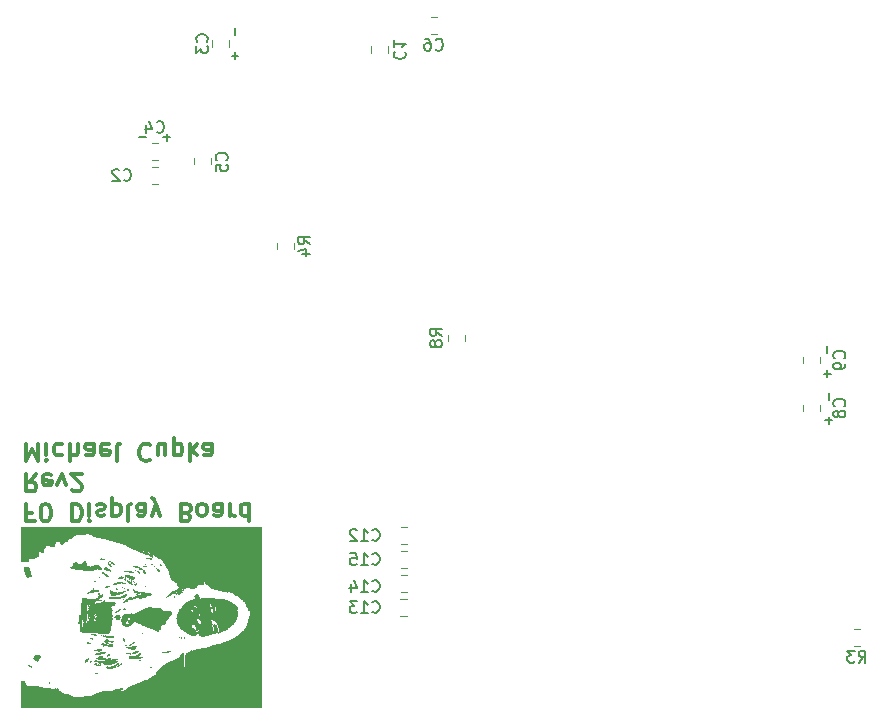
<source format=gbr>
%TF.GenerationSoftware,KiCad,Pcbnew,(5.1.6)-1*%
%TF.CreationDate,2020-11-14T18:00:02-05:00*%
%TF.ProjectId,F0DisplayBoard,46304469-7370-46c6-9179-426f6172642e,rev?*%
%TF.SameCoordinates,Original*%
%TF.FileFunction,Legend,Bot*%
%TF.FilePolarity,Positive*%
%FSLAX46Y46*%
G04 Gerber Fmt 4.6, Leading zero omitted, Abs format (unit mm)*
G04 Created by KiCad (PCBNEW (5.1.6)-1) date 2020-11-14 18:00:02*
%MOMM*%
%LPD*%
G01*
G04 APERTURE LIST*
%ADD10C,0.300000*%
%ADD11C,0.190500*%
%ADD12C,0.010000*%
%ADD13C,0.120000*%
%ADD14C,0.150000*%
G04 APERTURE END LIST*
D10*
X94016142Y-109337142D02*
X93516142Y-109337142D01*
X93516142Y-108551428D02*
X93516142Y-110051428D01*
X94230428Y-110051428D01*
X95087571Y-110051428D02*
X95230428Y-110051428D01*
X95373285Y-109980000D01*
X95444714Y-109908571D01*
X95516142Y-109765714D01*
X95587571Y-109480000D01*
X95587571Y-109122857D01*
X95516142Y-108837142D01*
X95444714Y-108694285D01*
X95373285Y-108622857D01*
X95230428Y-108551428D01*
X95087571Y-108551428D01*
X94944714Y-108622857D01*
X94873285Y-108694285D01*
X94801857Y-108837142D01*
X94730428Y-109122857D01*
X94730428Y-109480000D01*
X94801857Y-109765714D01*
X94873285Y-109908571D01*
X94944714Y-109980000D01*
X95087571Y-110051428D01*
X97373285Y-108551428D02*
X97373285Y-110051428D01*
X97730428Y-110051428D01*
X97944714Y-109980000D01*
X98087571Y-109837142D01*
X98159000Y-109694285D01*
X98230428Y-109408571D01*
X98230428Y-109194285D01*
X98159000Y-108908571D01*
X98087571Y-108765714D01*
X97944714Y-108622857D01*
X97730428Y-108551428D01*
X97373285Y-108551428D01*
X98873285Y-108551428D02*
X98873285Y-109551428D01*
X98873285Y-110051428D02*
X98801857Y-109980000D01*
X98873285Y-109908571D01*
X98944714Y-109980000D01*
X98873285Y-110051428D01*
X98873285Y-109908571D01*
X99516142Y-108622857D02*
X99659000Y-108551428D01*
X99944714Y-108551428D01*
X100087571Y-108622857D01*
X100159000Y-108765714D01*
X100159000Y-108837142D01*
X100087571Y-108980000D01*
X99944714Y-109051428D01*
X99730428Y-109051428D01*
X99587571Y-109122857D01*
X99516142Y-109265714D01*
X99516142Y-109337142D01*
X99587571Y-109480000D01*
X99730428Y-109551428D01*
X99944714Y-109551428D01*
X100087571Y-109480000D01*
X100801857Y-109551428D02*
X100801857Y-108051428D01*
X100801857Y-109480000D02*
X100944714Y-109551428D01*
X101230428Y-109551428D01*
X101373285Y-109480000D01*
X101444714Y-109408571D01*
X101516142Y-109265714D01*
X101516142Y-108837142D01*
X101444714Y-108694285D01*
X101373285Y-108622857D01*
X101230428Y-108551428D01*
X100944714Y-108551428D01*
X100801857Y-108622857D01*
X102373285Y-108551428D02*
X102230428Y-108622857D01*
X102159000Y-108765714D01*
X102159000Y-110051428D01*
X103587571Y-108551428D02*
X103587571Y-109337142D01*
X103516142Y-109480000D01*
X103373285Y-109551428D01*
X103087571Y-109551428D01*
X102944714Y-109480000D01*
X103587571Y-108622857D02*
X103444714Y-108551428D01*
X103087571Y-108551428D01*
X102944714Y-108622857D01*
X102873285Y-108765714D01*
X102873285Y-108908571D01*
X102944714Y-109051428D01*
X103087571Y-109122857D01*
X103444714Y-109122857D01*
X103587571Y-109194285D01*
X104159000Y-109551428D02*
X104516142Y-108551428D01*
X104873285Y-109551428D02*
X104516142Y-108551428D01*
X104373285Y-108194285D01*
X104301857Y-108122857D01*
X104159000Y-108051428D01*
X107087571Y-109337142D02*
X107301857Y-109265714D01*
X107373285Y-109194285D01*
X107444714Y-109051428D01*
X107444714Y-108837142D01*
X107373285Y-108694285D01*
X107301857Y-108622857D01*
X107159000Y-108551428D01*
X106587571Y-108551428D01*
X106587571Y-110051428D01*
X107087571Y-110051428D01*
X107230428Y-109980000D01*
X107301857Y-109908571D01*
X107373285Y-109765714D01*
X107373285Y-109622857D01*
X107301857Y-109480000D01*
X107230428Y-109408571D01*
X107087571Y-109337142D01*
X106587571Y-109337142D01*
X108301857Y-108551428D02*
X108159000Y-108622857D01*
X108087571Y-108694285D01*
X108016142Y-108837142D01*
X108016142Y-109265714D01*
X108087571Y-109408571D01*
X108159000Y-109480000D01*
X108301857Y-109551428D01*
X108516142Y-109551428D01*
X108659000Y-109480000D01*
X108730428Y-109408571D01*
X108801857Y-109265714D01*
X108801857Y-108837142D01*
X108730428Y-108694285D01*
X108659000Y-108622857D01*
X108516142Y-108551428D01*
X108301857Y-108551428D01*
X110087571Y-108551428D02*
X110087571Y-109337142D01*
X110016142Y-109480000D01*
X109873285Y-109551428D01*
X109587571Y-109551428D01*
X109444714Y-109480000D01*
X110087571Y-108622857D02*
X109944714Y-108551428D01*
X109587571Y-108551428D01*
X109444714Y-108622857D01*
X109373285Y-108765714D01*
X109373285Y-108908571D01*
X109444714Y-109051428D01*
X109587571Y-109122857D01*
X109944714Y-109122857D01*
X110087571Y-109194285D01*
X110801857Y-108551428D02*
X110801857Y-109551428D01*
X110801857Y-109265714D02*
X110873285Y-109408571D01*
X110944714Y-109480000D01*
X111087571Y-109551428D01*
X111230428Y-109551428D01*
X112373285Y-108551428D02*
X112373285Y-110051428D01*
X112373285Y-108622857D02*
X112230428Y-108551428D01*
X111944714Y-108551428D01*
X111801857Y-108622857D01*
X111730428Y-108694285D01*
X111659000Y-108837142D01*
X111659000Y-109265714D01*
X111730428Y-109408571D01*
X111801857Y-109480000D01*
X111944714Y-109551428D01*
X112230428Y-109551428D01*
X112373285Y-109480000D01*
X94373285Y-106001428D02*
X93873285Y-106715714D01*
X93516142Y-106001428D02*
X93516142Y-107501428D01*
X94087571Y-107501428D01*
X94230428Y-107430000D01*
X94301857Y-107358571D01*
X94373285Y-107215714D01*
X94373285Y-107001428D01*
X94301857Y-106858571D01*
X94230428Y-106787142D01*
X94087571Y-106715714D01*
X93516142Y-106715714D01*
X95587571Y-106072857D02*
X95444714Y-106001428D01*
X95159000Y-106001428D01*
X95016142Y-106072857D01*
X94944714Y-106215714D01*
X94944714Y-106787142D01*
X95016142Y-106930000D01*
X95159000Y-107001428D01*
X95444714Y-107001428D01*
X95587571Y-106930000D01*
X95659000Y-106787142D01*
X95659000Y-106644285D01*
X94944714Y-106501428D01*
X96159000Y-107001428D02*
X96516142Y-106001428D01*
X96873285Y-107001428D01*
X97373285Y-107358571D02*
X97444714Y-107430000D01*
X97587571Y-107501428D01*
X97944714Y-107501428D01*
X98087571Y-107430000D01*
X98159000Y-107358571D01*
X98230428Y-107215714D01*
X98230428Y-107072857D01*
X98159000Y-106858571D01*
X97301857Y-106001428D01*
X98230428Y-106001428D01*
X93516142Y-103451428D02*
X93516142Y-104951428D01*
X94016142Y-103880000D01*
X94516142Y-104951428D01*
X94516142Y-103451428D01*
X95230428Y-103451428D02*
X95230428Y-104451428D01*
X95230428Y-104951428D02*
X95159000Y-104880000D01*
X95230428Y-104808571D01*
X95301857Y-104880000D01*
X95230428Y-104951428D01*
X95230428Y-104808571D01*
X96587571Y-103522857D02*
X96444714Y-103451428D01*
X96159000Y-103451428D01*
X96016142Y-103522857D01*
X95944714Y-103594285D01*
X95873285Y-103737142D01*
X95873285Y-104165714D01*
X95944714Y-104308571D01*
X96016142Y-104380000D01*
X96159000Y-104451428D01*
X96444714Y-104451428D01*
X96587571Y-104380000D01*
X97230428Y-103451428D02*
X97230428Y-104951428D01*
X97873285Y-103451428D02*
X97873285Y-104237142D01*
X97801857Y-104380000D01*
X97659000Y-104451428D01*
X97444714Y-104451428D01*
X97301857Y-104380000D01*
X97230428Y-104308571D01*
X99230428Y-103451428D02*
X99230428Y-104237142D01*
X99159000Y-104380000D01*
X99016142Y-104451428D01*
X98730428Y-104451428D01*
X98587571Y-104380000D01*
X99230428Y-103522857D02*
X99087571Y-103451428D01*
X98730428Y-103451428D01*
X98587571Y-103522857D01*
X98516142Y-103665714D01*
X98516142Y-103808571D01*
X98587571Y-103951428D01*
X98730428Y-104022857D01*
X99087571Y-104022857D01*
X99230428Y-104094285D01*
X100516142Y-103522857D02*
X100373285Y-103451428D01*
X100087571Y-103451428D01*
X99944714Y-103522857D01*
X99873285Y-103665714D01*
X99873285Y-104237142D01*
X99944714Y-104380000D01*
X100087571Y-104451428D01*
X100373285Y-104451428D01*
X100516142Y-104380000D01*
X100587571Y-104237142D01*
X100587571Y-104094285D01*
X99873285Y-103951428D01*
X101444714Y-103451428D02*
X101301857Y-103522857D01*
X101230428Y-103665714D01*
X101230428Y-104951428D01*
X104016142Y-103594285D02*
X103944714Y-103522857D01*
X103730428Y-103451428D01*
X103587571Y-103451428D01*
X103373285Y-103522857D01*
X103230428Y-103665714D01*
X103159000Y-103808571D01*
X103087571Y-104094285D01*
X103087571Y-104308571D01*
X103159000Y-104594285D01*
X103230428Y-104737142D01*
X103373285Y-104880000D01*
X103587571Y-104951428D01*
X103730428Y-104951428D01*
X103944714Y-104880000D01*
X104016142Y-104808571D01*
X105301857Y-104451428D02*
X105301857Y-103451428D01*
X104659000Y-104451428D02*
X104659000Y-103665714D01*
X104730428Y-103522857D01*
X104873285Y-103451428D01*
X105087571Y-103451428D01*
X105230428Y-103522857D01*
X105301857Y-103594285D01*
X106016142Y-104451428D02*
X106016142Y-102951428D01*
X106016142Y-104380000D02*
X106159000Y-104451428D01*
X106444714Y-104451428D01*
X106587571Y-104380000D01*
X106659000Y-104308571D01*
X106730428Y-104165714D01*
X106730428Y-103737142D01*
X106659000Y-103594285D01*
X106587571Y-103522857D01*
X106444714Y-103451428D01*
X106159000Y-103451428D01*
X106016142Y-103522857D01*
X107373285Y-103451428D02*
X107373285Y-104951428D01*
X107516142Y-104022857D02*
X107944714Y-103451428D01*
X107944714Y-104451428D02*
X107373285Y-103880000D01*
X109230428Y-103451428D02*
X109230428Y-104237142D01*
X109159000Y-104380000D01*
X109016142Y-104451428D01*
X108730428Y-104451428D01*
X108587571Y-104380000D01*
X109230428Y-103522857D02*
X109087571Y-103451428D01*
X108730428Y-103451428D01*
X108587571Y-103522857D01*
X108516142Y-103665714D01*
X108516142Y-103808571D01*
X108587571Y-103951428D01*
X108730428Y-104022857D01*
X109087571Y-104022857D01*
X109230428Y-104094285D01*
D11*
X161337171Y-95794285D02*
X161337171Y-95213714D01*
X161337171Y-97826285D02*
X161337171Y-97245714D01*
X161046885Y-97536000D02*
X161627457Y-97536000D01*
X161464171Y-101763285D02*
X161464171Y-101182714D01*
X161173885Y-101473000D02*
X161754457Y-101473000D01*
X161464171Y-99731285D02*
X161464171Y-99150714D01*
X111197571Y-68870285D02*
X111197571Y-68289714D01*
X111197571Y-70902285D02*
X111197571Y-70321714D01*
X110907285Y-70612000D02*
X111487857Y-70612000D01*
X103668285Y-77524428D02*
X103087714Y-77524428D01*
X105700285Y-77524428D02*
X105119714Y-77524428D01*
X105410000Y-77814714D02*
X105410000Y-77234142D01*
D12*
%TO.C,G\u002A\u002A\u002A*%
G36*
X109212718Y-117342306D02*
G01*
X109205769Y-117341602D01*
X109202931Y-117374738D01*
X109202960Y-117379750D01*
X109206012Y-117412579D01*
X109212455Y-117409445D01*
X109213502Y-117405806D01*
X109216601Y-117359698D01*
X109212718Y-117342306D01*
G37*
X109212718Y-117342306D02*
X109205769Y-117341602D01*
X109202931Y-117374738D01*
X109202960Y-117379750D01*
X109206012Y-117412579D01*
X109212455Y-117409445D01*
X109213502Y-117405806D01*
X109216601Y-117359698D01*
X109212718Y-117342306D01*
G36*
X109188250Y-117263334D02*
G01*
X109177667Y-117273917D01*
X109188250Y-117284500D01*
X109198834Y-117273917D01*
X109188250Y-117263334D01*
G37*
X109188250Y-117263334D02*
X109177667Y-117273917D01*
X109188250Y-117284500D01*
X109198834Y-117273917D01*
X109188250Y-117263334D01*
G36*
X108105822Y-118205250D02*
G01*
X108090798Y-118177400D01*
X108085319Y-118173500D01*
X108077920Y-118190785D01*
X108077000Y-118205250D01*
X108088078Y-118233424D01*
X108097503Y-118237000D01*
X108109149Y-118221485D01*
X108105822Y-118205250D01*
G37*
X108105822Y-118205250D02*
X108090798Y-118177400D01*
X108085319Y-118173500D01*
X108077920Y-118190785D01*
X108077000Y-118205250D01*
X108088078Y-118233424D01*
X108097503Y-118237000D01*
X108109149Y-118221485D01*
X108105822Y-118205250D01*
G36*
X108066417Y-118110000D02*
G01*
X108055834Y-118120584D01*
X108066417Y-118131167D01*
X108077000Y-118120584D01*
X108066417Y-118110000D01*
G37*
X108066417Y-118110000D02*
X108055834Y-118120584D01*
X108066417Y-118131167D01*
X108077000Y-118120584D01*
X108066417Y-118110000D01*
G36*
X102054870Y-118384822D02*
G01*
X102029503Y-118372611D01*
X102021871Y-118375488D01*
X102003103Y-118395921D01*
X102024480Y-118405920D01*
X102035166Y-118406334D01*
X102056967Y-118395920D01*
X102054870Y-118384822D01*
G37*
X102054870Y-118384822D02*
X102029503Y-118372611D01*
X102021871Y-118375488D01*
X102003103Y-118395921D01*
X102024480Y-118405920D01*
X102035166Y-118406334D01*
X102056967Y-118395920D01*
X102054870Y-118384822D01*
G36*
X99353265Y-117953661D02*
G01*
X99327749Y-117943890D01*
X99314054Y-117956236D01*
X99314000Y-117957805D01*
X99330960Y-117982264D01*
X99347519Y-117991334D01*
X99372333Y-117991908D01*
X99372655Y-117979046D01*
X99353265Y-117953661D01*
G37*
X99353265Y-117953661D02*
X99327749Y-117943890D01*
X99314054Y-117956236D01*
X99314000Y-117957805D01*
X99330960Y-117982264D01*
X99347519Y-117991334D01*
X99372333Y-117991908D01*
X99372655Y-117979046D01*
X99353265Y-117953661D01*
G36*
X99261084Y-118088834D02*
G01*
X99250500Y-118099417D01*
X99261084Y-118110000D01*
X99271667Y-118099417D01*
X99261084Y-118088834D01*
G37*
X99261084Y-118088834D02*
X99250500Y-118099417D01*
X99261084Y-118110000D01*
X99271667Y-118099417D01*
X99261084Y-118088834D01*
G36*
X99281404Y-118155916D02*
G01*
X99271667Y-118152334D01*
X99252889Y-118169478D01*
X99250500Y-118184084D01*
X99261930Y-118212252D01*
X99271667Y-118215834D01*
X99290446Y-118198690D01*
X99292834Y-118184084D01*
X99281404Y-118155916D01*
G37*
X99281404Y-118155916D02*
X99271667Y-118152334D01*
X99252889Y-118169478D01*
X99250500Y-118184084D01*
X99261930Y-118212252D01*
X99271667Y-118215834D01*
X99290446Y-118198690D01*
X99292834Y-118184084D01*
X99281404Y-118155916D01*
G36*
X99388084Y-118999000D02*
G01*
X99377500Y-119009584D01*
X99388084Y-119020167D01*
X99398667Y-119009584D01*
X99388084Y-118999000D01*
G37*
X99388084Y-118999000D02*
X99377500Y-119009584D01*
X99388084Y-119020167D01*
X99398667Y-119009584D01*
X99388084Y-118999000D01*
G36*
X98895253Y-118402453D02*
G01*
X98868311Y-118386281D01*
X98859270Y-118388342D01*
X98859925Y-118410457D01*
X98862445Y-118413389D01*
X98895031Y-118427345D01*
X98898428Y-118427500D01*
X98906298Y-118416761D01*
X98895253Y-118402453D01*
G37*
X98895253Y-118402453D02*
X98868311Y-118386281D01*
X98859270Y-118388342D01*
X98859925Y-118410457D01*
X98862445Y-118413389D01*
X98895031Y-118427345D01*
X98898428Y-118427500D01*
X98906298Y-118416761D01*
X98895253Y-118402453D01*
G36*
X98811785Y-118218880D02*
G01*
X98796666Y-118215834D01*
X98767706Y-118226885D01*
X98763667Y-118237000D01*
X98778859Y-118257561D01*
X98783585Y-118258167D01*
X98812251Y-118242781D01*
X98816584Y-118237000D01*
X98811785Y-118218880D01*
G37*
X98811785Y-118218880D02*
X98796666Y-118215834D01*
X98767706Y-118226885D01*
X98763667Y-118237000D01*
X98778859Y-118257561D01*
X98783585Y-118258167D01*
X98812251Y-118242781D01*
X98816584Y-118237000D01*
X98811785Y-118218880D01*
G36*
X98774250Y-118088834D02*
G01*
X98755230Y-118068641D01*
X98751835Y-118067667D01*
X98742743Y-118084044D01*
X98742500Y-118088834D01*
X98758772Y-118109187D01*
X98764916Y-118110000D01*
X98777558Y-118097033D01*
X98774250Y-118088834D01*
G37*
X98774250Y-118088834D02*
X98755230Y-118068641D01*
X98751835Y-118067667D01*
X98742743Y-118084044D01*
X98742500Y-118088834D01*
X98758772Y-118109187D01*
X98764916Y-118110000D01*
X98777558Y-118097033D01*
X98774250Y-118088834D01*
G36*
X98767671Y-117159741D02*
G01*
X98753084Y-117157500D01*
X98723892Y-117170500D01*
X98729123Y-117199724D01*
X98734869Y-117206314D01*
X98761255Y-117210595D01*
X98782648Y-117189141D01*
X98784834Y-117177418D01*
X98767671Y-117159741D01*
G37*
X98767671Y-117159741D02*
X98753084Y-117157500D01*
X98723892Y-117170500D01*
X98729123Y-117199724D01*
X98734869Y-117206314D01*
X98761255Y-117210595D01*
X98782648Y-117189141D01*
X98784834Y-117177418D01*
X98767671Y-117159741D01*
G36*
X98747560Y-117369782D02*
G01*
X98742500Y-117369167D01*
X98721949Y-117385274D01*
X98721334Y-117390334D01*
X98737441Y-117410885D01*
X98742500Y-117411500D01*
X98763052Y-117395393D01*
X98763667Y-117390334D01*
X98747560Y-117369782D01*
G37*
X98747560Y-117369782D02*
X98742500Y-117369167D01*
X98721949Y-117385274D01*
X98721334Y-117390334D01*
X98737441Y-117410885D01*
X98742500Y-117411500D01*
X98763052Y-117395393D01*
X98763667Y-117390334D01*
X98747560Y-117369782D01*
G36*
X98746654Y-117927939D02*
G01*
X98742500Y-117930084D01*
X98725591Y-117959567D01*
X98721658Y-117989541D01*
X98725023Y-118019737D01*
X98737699Y-118011288D01*
X98742500Y-118004167D01*
X98759952Y-117964832D01*
X98761337Y-117934848D01*
X98746654Y-117927939D01*
G37*
X98746654Y-117927939D02*
X98742500Y-117930084D01*
X98725591Y-117959567D01*
X98721658Y-117989541D01*
X98725023Y-118019737D01*
X98737699Y-118011288D01*
X98742500Y-118004167D01*
X98759952Y-117964832D01*
X98761337Y-117934848D01*
X98746654Y-117927939D01*
G36*
X111791750Y-119295334D02*
G01*
X111781167Y-119305917D01*
X111791750Y-119316500D01*
X111802334Y-119305917D01*
X111791750Y-119295334D01*
G37*
X111791750Y-119295334D02*
X111781167Y-119305917D01*
X111791750Y-119316500D01*
X111802334Y-119305917D01*
X111791750Y-119295334D01*
G36*
X111731331Y-119371017D02*
G01*
X111694023Y-119401227D01*
X111674655Y-119419756D01*
X111639371Y-119458946D01*
X111625578Y-119482634D01*
X111628486Y-119485834D01*
X111654415Y-119472956D01*
X111691096Y-119442263D01*
X111726621Y-119405662D01*
X111749080Y-119375064D01*
X111750688Y-119363632D01*
X111731331Y-119371017D01*
G37*
X111731331Y-119371017D02*
X111694023Y-119401227D01*
X111674655Y-119419756D01*
X111639371Y-119458946D01*
X111625578Y-119482634D01*
X111628486Y-119485834D01*
X111654415Y-119472956D01*
X111691096Y-119442263D01*
X111726621Y-119405662D01*
X111749080Y-119375064D01*
X111750688Y-119363632D01*
X111731331Y-119371017D01*
G36*
X111393112Y-117312723D02*
G01*
X111380528Y-117315628D01*
X111379000Y-117326834D01*
X111386745Y-117344256D01*
X111393112Y-117340945D01*
X111395645Y-117315825D01*
X111393112Y-117312723D01*
G37*
X111393112Y-117312723D02*
X111380528Y-117315628D01*
X111379000Y-117326834D01*
X111386745Y-117344256D01*
X111393112Y-117340945D01*
X111395645Y-117315825D01*
X111393112Y-117312723D01*
G36*
X109421084Y-118723834D02*
G01*
X109410500Y-118734417D01*
X109421084Y-118745000D01*
X109431667Y-118734417D01*
X109421084Y-118723834D01*
G37*
X109421084Y-118723834D02*
X109410500Y-118734417D01*
X109421084Y-118745000D01*
X109431667Y-118734417D01*
X109421084Y-118723834D01*
G36*
X109378578Y-118872836D02*
G01*
X109368167Y-118850834D01*
X109352310Y-118832895D01*
X109347724Y-118853544D01*
X109347649Y-118861417D01*
X109357757Y-118913498D01*
X109368167Y-118935500D01*
X109384024Y-118953440D01*
X109388611Y-118932791D01*
X109388686Y-118924917D01*
X109378578Y-118872836D01*
G37*
X109378578Y-118872836D02*
X109368167Y-118850834D01*
X109352310Y-118832895D01*
X109347724Y-118853544D01*
X109347649Y-118861417D01*
X109357757Y-118913498D01*
X109368167Y-118935500D01*
X109384024Y-118953440D01*
X109388611Y-118932791D01*
X109388686Y-118924917D01*
X109378578Y-118872836D01*
G36*
X109230584Y-118723834D02*
G01*
X109211563Y-118703641D01*
X109208168Y-118702667D01*
X109199077Y-118719044D01*
X109198834Y-118723834D01*
X109215106Y-118744187D01*
X109221250Y-118745000D01*
X109233891Y-118732033D01*
X109230584Y-118723834D01*
G37*
X109230584Y-118723834D02*
X109211563Y-118703641D01*
X109208168Y-118702667D01*
X109199077Y-118719044D01*
X109198834Y-118723834D01*
X109215106Y-118744187D01*
X109221250Y-118745000D01*
X109233891Y-118732033D01*
X109230584Y-118723834D01*
G36*
X112432042Y-115346262D02*
G01*
X112206088Y-115349894D01*
X111971186Y-115354125D01*
X111735370Y-115358781D01*
X111506674Y-115363686D01*
X111293133Y-115368666D01*
X111102782Y-115373546D01*
X110943654Y-115378150D01*
X110892743Y-115379800D01*
X110722433Y-115385319D01*
X110589407Y-115388935D01*
X110488654Y-115390521D01*
X110415161Y-115389949D01*
X110363917Y-115387091D01*
X110329910Y-115381819D01*
X110308128Y-115374005D01*
X110294655Y-115364532D01*
X110269630Y-115334763D01*
X110267462Y-115319817D01*
X110290495Y-115316916D01*
X110350549Y-115313817D01*
X110442312Y-115310670D01*
X110560474Y-115307624D01*
X110699722Y-115304830D01*
X110854746Y-115302438D01*
X110907883Y-115301768D01*
X111109911Y-115298834D01*
X111339565Y-115294612D01*
X111582168Y-115289430D01*
X111823044Y-115283614D01*
X112047515Y-115277492D01*
X112181262Y-115273387D01*
X112360055Y-115267917D01*
X112541057Y-115262982D01*
X112715498Y-115258778D01*
X112874608Y-115255500D01*
X113009616Y-115253344D01*
X113111751Y-115252505D01*
X113117887Y-115252500D01*
X113236825Y-115251064D01*
X113328616Y-115246989D01*
X113388303Y-115240625D01*
X113410930Y-115232322D01*
X113411000Y-115231789D01*
X113390539Y-115228015D01*
X113331961Y-115224992D01*
X113239476Y-115222690D01*
X113117294Y-115221078D01*
X112969623Y-115220125D01*
X112800675Y-115219802D01*
X112614657Y-115220077D01*
X112415781Y-115220921D01*
X112208254Y-115222303D01*
X111996288Y-115224193D01*
X111784091Y-115226560D01*
X111575874Y-115229375D01*
X111375845Y-115232605D01*
X111188214Y-115236222D01*
X111017191Y-115240195D01*
X110866985Y-115244493D01*
X110741806Y-115249086D01*
X110691084Y-115251424D01*
X110517498Y-115258813D01*
X110383620Y-115261370D01*
X110287093Y-115259003D01*
X110225557Y-115251619D01*
X110196655Y-115239124D01*
X110193667Y-115231817D01*
X110214185Y-115227898D01*
X110273157Y-115223315D01*
X110366710Y-115218174D01*
X110490973Y-115212582D01*
X110642072Y-115206646D01*
X110816137Y-115200475D01*
X111009294Y-115194174D01*
X111035042Y-115193393D01*
X111035042Y-112860696D01*
X111029936Y-112840695D01*
X111025968Y-112785399D01*
X111023387Y-112701835D01*
X111022442Y-112597032D01*
X111022865Y-112516709D01*
X111024428Y-112408939D01*
X111026453Y-112324860D01*
X111028750Y-112269366D01*
X111028871Y-112268245D01*
X111028871Y-111817656D01*
X111025550Y-111791063D01*
X111024932Y-111760000D01*
X111026583Y-111714220D01*
X111030805Y-111701653D01*
X111034105Y-111712375D01*
X111037607Y-111774055D01*
X111034105Y-111807625D01*
X111028871Y-111817656D01*
X111028871Y-112268245D01*
X111031126Y-112247347D01*
X111032980Y-112257417D01*
X111038293Y-112346387D01*
X111042122Y-112448132D01*
X111044437Y-112554251D01*
X111045210Y-112656342D01*
X111044413Y-112746002D01*
X111042016Y-112814830D01*
X111037990Y-112854424D01*
X111035042Y-112860696D01*
X111035042Y-115193393D01*
X111217671Y-115187851D01*
X111437395Y-115181613D01*
X111664595Y-115175568D01*
X111895398Y-115169822D01*
X112125932Y-115164482D01*
X112352324Y-115159656D01*
X112570703Y-115155452D01*
X112777195Y-115151975D01*
X112967929Y-115149334D01*
X113139032Y-115147635D01*
X113257542Y-115147030D01*
X113411000Y-115146667D01*
X113411000Y-110490000D01*
X108582405Y-110490000D01*
X108588994Y-112601375D01*
X108589988Y-112903155D01*
X108591057Y-113197358D01*
X108592184Y-113480657D01*
X108593351Y-113749724D01*
X108594541Y-114001230D01*
X108595736Y-114231847D01*
X108596918Y-114438245D01*
X108598069Y-114617098D01*
X108599173Y-114765075D01*
X108600212Y-114878850D01*
X108601167Y-114955092D01*
X108601559Y-114975988D01*
X108605475Y-115078915D01*
X108611790Y-115167307D01*
X108619650Y-115232059D01*
X108628199Y-115264067D01*
X108628657Y-115264678D01*
X108661266Y-115285462D01*
X108717420Y-115306795D01*
X108739099Y-115312887D01*
X108789109Y-115331612D01*
X108844358Y-115365946D01*
X108911944Y-115421160D01*
X108997750Y-115501387D01*
X108997750Y-115421834D01*
X108987167Y-115411250D01*
X108997750Y-115400667D01*
X109008334Y-115411250D01*
X108997750Y-115421834D01*
X108997750Y-115501387D01*
X108998966Y-115502524D01*
X109013124Y-115516322D01*
X109086586Y-115586374D01*
X109150864Y-115644326D01*
X109199126Y-115684243D01*
X109224541Y-115700188D01*
X109224791Y-115700224D01*
X109266495Y-115706081D01*
X109272917Y-115707153D01*
X109302708Y-115712249D01*
X109362487Y-115722397D01*
X109440498Y-115735603D01*
X109458125Y-115738583D01*
X109535049Y-115753731D01*
X109592639Y-115769159D01*
X109620871Y-115782059D01*
X109622167Y-115784571D01*
X109640035Y-115799096D01*
X109667336Y-115802834D01*
X109716574Y-115808124D01*
X109782477Y-115821256D01*
X109799628Y-115825512D01*
X109898738Y-115851454D01*
X109964100Y-115867503D01*
X110003164Y-115873505D01*
X110023380Y-115869308D01*
X110032198Y-115854756D01*
X110037066Y-115829698D01*
X110038776Y-115820580D01*
X110053187Y-115784203D01*
X110069982Y-115784484D01*
X110083300Y-115816557D01*
X110087510Y-115861042D01*
X110097780Y-115898900D01*
X110114292Y-115910287D01*
X110156067Y-115917226D01*
X110183084Y-115924003D01*
X110230344Y-115932133D01*
X110297384Y-115937846D01*
X110320667Y-115938806D01*
X110341730Y-115941075D01*
X110341730Y-115928524D01*
X110329522Y-115915524D01*
X110333667Y-115899420D01*
X110359745Y-115879192D01*
X110377110Y-115881199D01*
X110397218Y-115895191D01*
X110380650Y-115911289D01*
X110341730Y-115928524D01*
X110341730Y-115941075D01*
X110390769Y-115946360D01*
X110450087Y-115961939D01*
X110463108Y-115967936D01*
X110511167Y-115979449D01*
X110511167Y-115929834D01*
X110493745Y-115922089D01*
X110497056Y-115915723D01*
X110522176Y-115913189D01*
X110525278Y-115915723D01*
X110522373Y-115928306D01*
X110511167Y-115929834D01*
X110511167Y-115979449D01*
X110523965Y-115982516D01*
X110595302Y-115974389D01*
X110649948Y-115948888D01*
X110680716Y-115947831D01*
X110735496Y-115965334D01*
X110775244Y-115983557D01*
X110837832Y-116012816D01*
X110887475Y-116031722D01*
X110905772Y-116035667D01*
X110953802Y-116046267D01*
X111012831Y-116072830D01*
X111069734Y-116107499D01*
X111111385Y-116142418D01*
X111125000Y-116166885D01*
X111141837Y-116199093D01*
X111166670Y-116205000D01*
X111197108Y-116215670D01*
X111197193Y-116234046D01*
X111199807Y-116252071D01*
X111231338Y-116258468D01*
X111277232Y-116256967D01*
X111325850Y-116255443D01*
X111345278Y-116258554D01*
X111341431Y-116261612D01*
X111339591Y-116278366D01*
X111364134Y-116308641D01*
X111404968Y-116344477D01*
X111451997Y-116377913D01*
X111495128Y-116400989D01*
X111524232Y-116405758D01*
X111543849Y-116408362D01*
X111540464Y-116427812D01*
X111545702Y-116461965D01*
X111564566Y-116474492D01*
X111610914Y-116498826D01*
X111626974Y-116510733D01*
X111680824Y-116556352D01*
X111712284Y-116579357D01*
X111729947Y-116585987D01*
X111730651Y-116586000D01*
X111755161Y-116597772D01*
X111799118Y-116627327D01*
X111818034Y-116641385D01*
X111869305Y-116691522D01*
X111881164Y-116732971D01*
X111880924Y-116733952D01*
X111883014Y-116761646D01*
X111905634Y-116762129D01*
X111939597Y-116772520D01*
X111973702Y-116811127D01*
X111999697Y-116864678D01*
X112009330Y-116919896D01*
X112008793Y-116928075D01*
X112009544Y-116960077D01*
X112028864Y-116972245D01*
X112078000Y-116971049D01*
X112082792Y-116970637D01*
X112140854Y-116971504D01*
X112159796Y-116988216D01*
X112140048Y-117021520D01*
X112122130Y-117039006D01*
X112094944Y-117084343D01*
X112097927Y-117131857D01*
X112129710Y-117164807D01*
X112132503Y-117165955D01*
X112141000Y-117175458D01*
X112141000Y-117125750D01*
X112121496Y-117124072D01*
X112119834Y-117116416D01*
X112135199Y-117094862D01*
X112141000Y-117094000D01*
X112161617Y-117101222D01*
X112162167Y-117103335D01*
X112147335Y-117121406D01*
X112141000Y-117125750D01*
X112141000Y-117175458D01*
X112157709Y-117194147D01*
X112162167Y-117216376D01*
X112176671Y-117255034D01*
X112212773Y-117303083D01*
X112225667Y-117316250D01*
X112265288Y-117357691D01*
X112287461Y-117387642D01*
X112289167Y-117392916D01*
X112296050Y-117422355D01*
X112311822Y-117468331D01*
X112329245Y-117506824D01*
X112342945Y-117509147D01*
X112355076Y-117491111D01*
X112361080Y-117450674D01*
X112354773Y-117389263D01*
X112339800Y-117325034D01*
X112319806Y-117276141D01*
X112309346Y-117263334D01*
X112295750Y-117236524D01*
X112285685Y-117189948D01*
X112280980Y-117140032D01*
X112283462Y-117103201D01*
X112290498Y-117094000D01*
X112308130Y-117111152D01*
X112310334Y-117125571D01*
X112326866Y-117159899D01*
X112355014Y-117183779D01*
X112411865Y-117241902D01*
X112451783Y-117337649D01*
X112474359Y-117469673D01*
X112479667Y-117594999D01*
X112477327Y-117690747D01*
X112469101Y-117781674D01*
X112453183Y-117876334D01*
X112427766Y-117983279D01*
X112391045Y-118111063D01*
X112341211Y-118268238D01*
X112330647Y-118300500D01*
X112297800Y-118405736D01*
X112265374Y-118518370D01*
X112239667Y-118616389D01*
X112236753Y-118628584D01*
X112209910Y-118731622D01*
X112181000Y-118823894D01*
X112153018Y-118897364D01*
X112128956Y-118944000D01*
X112114542Y-118956588D01*
X112099054Y-118972876D01*
X112098667Y-118977425D01*
X112087316Y-119002985D01*
X112056898Y-119054138D01*
X112012864Y-119121965D01*
X111987542Y-119159204D01*
X111934292Y-119236868D01*
X111887037Y-119306687D01*
X111853309Y-119357501D01*
X111845108Y-119370299D01*
X111803280Y-119418474D01*
X111766083Y-119445909D01*
X111724573Y-119479611D01*
X111706609Y-119508496D01*
X111681751Y-119546074D01*
X111639935Y-119580746D01*
X111596417Y-119602164D01*
X111568903Y-119601881D01*
X111549831Y-119604135D01*
X111548334Y-119611585D01*
X111531210Y-119631464D01*
X111516584Y-119634000D01*
X111488392Y-119643747D01*
X111484834Y-119652003D01*
X111468013Y-119672411D01*
X111425545Y-119704689D01*
X111369420Y-119741333D01*
X111311629Y-119774834D01*
X111264162Y-119797687D01*
X111243102Y-119803334D01*
X111210405Y-119816741D01*
X111166108Y-119849582D01*
X111159841Y-119855240D01*
X111103834Y-119907146D01*
X111103834Y-121633240D01*
X111103605Y-121984257D01*
X111102912Y-122293654D01*
X111101745Y-122562142D01*
X111100097Y-122790433D01*
X111097957Y-122979237D01*
X111095317Y-123129266D01*
X111092167Y-123241231D01*
X111088498Y-123315842D01*
X111084301Y-123353811D01*
X111081734Y-123359334D01*
X111069914Y-123339294D01*
X111064302Y-123282959D01*
X111064706Y-123216459D01*
X111065194Y-123171868D01*
X111064979Y-123088698D01*
X111064107Y-122970698D01*
X111062624Y-122821617D01*
X111060575Y-122645202D01*
X111058006Y-122445203D01*
X111054962Y-122225366D01*
X111051489Y-121989442D01*
X111047632Y-121741178D01*
X111044296Y-121535900D01*
X111040304Y-121283919D01*
X111036855Y-121043875D01*
X111033977Y-120819189D01*
X111031698Y-120613283D01*
X111030044Y-120429581D01*
X111029043Y-120271504D01*
X111028722Y-120142475D01*
X111029107Y-120045916D01*
X111030226Y-119985250D01*
X111031839Y-119964275D01*
X111038311Y-119935454D01*
X111035174Y-119930334D01*
X110999750Y-119938457D01*
X110945131Y-119957909D01*
X110890097Y-119981312D01*
X110853429Y-120001287D01*
X110852246Y-120002197D01*
X110814979Y-120024575D01*
X110757114Y-120052361D01*
X110735829Y-120061443D01*
X110690536Y-120082616D01*
X110673355Y-120096103D01*
X110678163Y-120098485D01*
X110680461Y-120109274D01*
X110653214Y-120135380D01*
X110629082Y-120152934D01*
X110577824Y-120182618D01*
X110539950Y-120195453D01*
X110531268Y-120194258D01*
X110501479Y-120193480D01*
X110446978Y-120204759D01*
X110411015Y-120215434D01*
X110328038Y-120240912D01*
X110242790Y-120264511D01*
X110219185Y-120270429D01*
X110145457Y-120298681D01*
X110105854Y-120341588D01*
X110104970Y-120343476D01*
X110079674Y-120378923D01*
X110049559Y-120376684D01*
X110049477Y-120376639D01*
X110006511Y-120375646D01*
X109932485Y-120403387D01*
X109899692Y-120419649D01*
X109829670Y-120453191D01*
X109775068Y-120474300D01*
X109741682Y-120481681D01*
X109735311Y-120474037D01*
X109760963Y-120450648D01*
X109790503Y-120421730D01*
X109782808Y-120407153D01*
X109740678Y-120407494D01*
X109666910Y-120423330D01*
X109650510Y-120427864D01*
X109566330Y-120449599D01*
X109483703Y-120467439D01*
X109442250Y-120474415D01*
X109386289Y-120484860D01*
X109351044Y-120496856D01*
X109347000Y-120500062D01*
X109321459Y-120513704D01*
X109270612Y-120530377D01*
X109251750Y-120535348D01*
X109200167Y-120553069D01*
X109172610Y-120572202D01*
X109171055Y-120578064D01*
X109154210Y-120593141D01*
X109106329Y-120611138D01*
X109044055Y-120626748D01*
X108970315Y-120644772D01*
X108911207Y-120664287D01*
X108883677Y-120678335D01*
X108845945Y-120697548D01*
X108785141Y-120717288D01*
X108756677Y-120724231D01*
X108659084Y-120745546D01*
X108652433Y-122047148D01*
X108651405Y-122327993D01*
X108650996Y-122635904D01*
X108651178Y-122961151D01*
X108651919Y-123294006D01*
X108653189Y-123624738D01*
X108654958Y-123943619D01*
X108657194Y-124240919D01*
X108659868Y-124506910D01*
X108660254Y-124539375D01*
X108674726Y-125730000D01*
X109672700Y-125730000D01*
X109672700Y-120515725D01*
X109664500Y-120512417D01*
X109644308Y-120493397D01*
X109643334Y-120490001D01*
X109659710Y-120480910D01*
X109664500Y-120480667D01*
X109684854Y-120496939D01*
X109685667Y-120503083D01*
X109672700Y-120515725D01*
X109672700Y-125730000D01*
X111088471Y-125730000D01*
X111088471Y-123497547D01*
X111072084Y-123486334D01*
X111045247Y-123451494D01*
X111040334Y-123433090D01*
X111057358Y-123402751D01*
X111072084Y-123394013D01*
X111094880Y-123395772D01*
X111103423Y-123429790D01*
X111103834Y-123447257D01*
X111100924Y-123490038D01*
X111088471Y-123497547D01*
X111088471Y-125730000D01*
X113411000Y-125730000D01*
X113411000Y-115331617D01*
X112432042Y-115346262D01*
G37*
X112432042Y-115346262D02*
X112206088Y-115349894D01*
X111971186Y-115354125D01*
X111735370Y-115358781D01*
X111506674Y-115363686D01*
X111293133Y-115368666D01*
X111102782Y-115373546D01*
X110943654Y-115378150D01*
X110892743Y-115379800D01*
X110722433Y-115385319D01*
X110589407Y-115388935D01*
X110488654Y-115390521D01*
X110415161Y-115389949D01*
X110363917Y-115387091D01*
X110329910Y-115381819D01*
X110308128Y-115374005D01*
X110294655Y-115364532D01*
X110269630Y-115334763D01*
X110267462Y-115319817D01*
X110290495Y-115316916D01*
X110350549Y-115313817D01*
X110442312Y-115310670D01*
X110560474Y-115307624D01*
X110699722Y-115304830D01*
X110854746Y-115302438D01*
X110907883Y-115301768D01*
X111109911Y-115298834D01*
X111339565Y-115294612D01*
X111582168Y-115289430D01*
X111823044Y-115283614D01*
X112047515Y-115277492D01*
X112181262Y-115273387D01*
X112360055Y-115267917D01*
X112541057Y-115262982D01*
X112715498Y-115258778D01*
X112874608Y-115255500D01*
X113009616Y-115253344D01*
X113111751Y-115252505D01*
X113117887Y-115252500D01*
X113236825Y-115251064D01*
X113328616Y-115246989D01*
X113388303Y-115240625D01*
X113410930Y-115232322D01*
X113411000Y-115231789D01*
X113390539Y-115228015D01*
X113331961Y-115224992D01*
X113239476Y-115222690D01*
X113117294Y-115221078D01*
X112969623Y-115220125D01*
X112800675Y-115219802D01*
X112614657Y-115220077D01*
X112415781Y-115220921D01*
X112208254Y-115222303D01*
X111996288Y-115224193D01*
X111784091Y-115226560D01*
X111575874Y-115229375D01*
X111375845Y-115232605D01*
X111188214Y-115236222D01*
X111017191Y-115240195D01*
X110866985Y-115244493D01*
X110741806Y-115249086D01*
X110691084Y-115251424D01*
X110517498Y-115258813D01*
X110383620Y-115261370D01*
X110287093Y-115259003D01*
X110225557Y-115251619D01*
X110196655Y-115239124D01*
X110193667Y-115231817D01*
X110214185Y-115227898D01*
X110273157Y-115223315D01*
X110366710Y-115218174D01*
X110490973Y-115212582D01*
X110642072Y-115206646D01*
X110816137Y-115200475D01*
X111009294Y-115194174D01*
X111035042Y-115193393D01*
X111035042Y-112860696D01*
X111029936Y-112840695D01*
X111025968Y-112785399D01*
X111023387Y-112701835D01*
X111022442Y-112597032D01*
X111022865Y-112516709D01*
X111024428Y-112408939D01*
X111026453Y-112324860D01*
X111028750Y-112269366D01*
X111028871Y-112268245D01*
X111028871Y-111817656D01*
X111025550Y-111791063D01*
X111024932Y-111760000D01*
X111026583Y-111714220D01*
X111030805Y-111701653D01*
X111034105Y-111712375D01*
X111037607Y-111774055D01*
X111034105Y-111807625D01*
X111028871Y-111817656D01*
X111028871Y-112268245D01*
X111031126Y-112247347D01*
X111032980Y-112257417D01*
X111038293Y-112346387D01*
X111042122Y-112448132D01*
X111044437Y-112554251D01*
X111045210Y-112656342D01*
X111044413Y-112746002D01*
X111042016Y-112814830D01*
X111037990Y-112854424D01*
X111035042Y-112860696D01*
X111035042Y-115193393D01*
X111217671Y-115187851D01*
X111437395Y-115181613D01*
X111664595Y-115175568D01*
X111895398Y-115169822D01*
X112125932Y-115164482D01*
X112352324Y-115159656D01*
X112570703Y-115155452D01*
X112777195Y-115151975D01*
X112967929Y-115149334D01*
X113139032Y-115147635D01*
X113257542Y-115147030D01*
X113411000Y-115146667D01*
X113411000Y-110490000D01*
X108582405Y-110490000D01*
X108588994Y-112601375D01*
X108589988Y-112903155D01*
X108591057Y-113197358D01*
X108592184Y-113480657D01*
X108593351Y-113749724D01*
X108594541Y-114001230D01*
X108595736Y-114231847D01*
X108596918Y-114438245D01*
X108598069Y-114617098D01*
X108599173Y-114765075D01*
X108600212Y-114878850D01*
X108601167Y-114955092D01*
X108601559Y-114975988D01*
X108605475Y-115078915D01*
X108611790Y-115167307D01*
X108619650Y-115232059D01*
X108628199Y-115264067D01*
X108628657Y-115264678D01*
X108661266Y-115285462D01*
X108717420Y-115306795D01*
X108739099Y-115312887D01*
X108789109Y-115331612D01*
X108844358Y-115365946D01*
X108911944Y-115421160D01*
X108997750Y-115501387D01*
X108997750Y-115421834D01*
X108987167Y-115411250D01*
X108997750Y-115400667D01*
X109008334Y-115411250D01*
X108997750Y-115421834D01*
X108997750Y-115501387D01*
X108998966Y-115502524D01*
X109013124Y-115516322D01*
X109086586Y-115586374D01*
X109150864Y-115644326D01*
X109199126Y-115684243D01*
X109224541Y-115700188D01*
X109224791Y-115700224D01*
X109266495Y-115706081D01*
X109272917Y-115707153D01*
X109302708Y-115712249D01*
X109362487Y-115722397D01*
X109440498Y-115735603D01*
X109458125Y-115738583D01*
X109535049Y-115753731D01*
X109592639Y-115769159D01*
X109620871Y-115782059D01*
X109622167Y-115784571D01*
X109640035Y-115799096D01*
X109667336Y-115802834D01*
X109716574Y-115808124D01*
X109782477Y-115821256D01*
X109799628Y-115825512D01*
X109898738Y-115851454D01*
X109964100Y-115867503D01*
X110003164Y-115873505D01*
X110023380Y-115869308D01*
X110032198Y-115854756D01*
X110037066Y-115829698D01*
X110038776Y-115820580D01*
X110053187Y-115784203D01*
X110069982Y-115784484D01*
X110083300Y-115816557D01*
X110087510Y-115861042D01*
X110097780Y-115898900D01*
X110114292Y-115910287D01*
X110156067Y-115917226D01*
X110183084Y-115924003D01*
X110230344Y-115932133D01*
X110297384Y-115937846D01*
X110320667Y-115938806D01*
X110341730Y-115941075D01*
X110341730Y-115928524D01*
X110329522Y-115915524D01*
X110333667Y-115899420D01*
X110359745Y-115879192D01*
X110377110Y-115881199D01*
X110397218Y-115895191D01*
X110380650Y-115911289D01*
X110341730Y-115928524D01*
X110341730Y-115941075D01*
X110390769Y-115946360D01*
X110450087Y-115961939D01*
X110463108Y-115967936D01*
X110511167Y-115979449D01*
X110511167Y-115929834D01*
X110493745Y-115922089D01*
X110497056Y-115915723D01*
X110522176Y-115913189D01*
X110525278Y-115915723D01*
X110522373Y-115928306D01*
X110511167Y-115929834D01*
X110511167Y-115979449D01*
X110523965Y-115982516D01*
X110595302Y-115974389D01*
X110649948Y-115948888D01*
X110680716Y-115947831D01*
X110735496Y-115965334D01*
X110775244Y-115983557D01*
X110837832Y-116012816D01*
X110887475Y-116031722D01*
X110905772Y-116035667D01*
X110953802Y-116046267D01*
X111012831Y-116072830D01*
X111069734Y-116107499D01*
X111111385Y-116142418D01*
X111125000Y-116166885D01*
X111141837Y-116199093D01*
X111166670Y-116205000D01*
X111197108Y-116215670D01*
X111197193Y-116234046D01*
X111199807Y-116252071D01*
X111231338Y-116258468D01*
X111277232Y-116256967D01*
X111325850Y-116255443D01*
X111345278Y-116258554D01*
X111341431Y-116261612D01*
X111339591Y-116278366D01*
X111364134Y-116308641D01*
X111404968Y-116344477D01*
X111451997Y-116377913D01*
X111495128Y-116400989D01*
X111524232Y-116405758D01*
X111543849Y-116408362D01*
X111540464Y-116427812D01*
X111545702Y-116461965D01*
X111564566Y-116474492D01*
X111610914Y-116498826D01*
X111626974Y-116510733D01*
X111680824Y-116556352D01*
X111712284Y-116579357D01*
X111729947Y-116585987D01*
X111730651Y-116586000D01*
X111755161Y-116597772D01*
X111799118Y-116627327D01*
X111818034Y-116641385D01*
X111869305Y-116691522D01*
X111881164Y-116732971D01*
X111880924Y-116733952D01*
X111883014Y-116761646D01*
X111905634Y-116762129D01*
X111939597Y-116772520D01*
X111973702Y-116811127D01*
X111999697Y-116864678D01*
X112009330Y-116919896D01*
X112008793Y-116928075D01*
X112009544Y-116960077D01*
X112028864Y-116972245D01*
X112078000Y-116971049D01*
X112082792Y-116970637D01*
X112140854Y-116971504D01*
X112159796Y-116988216D01*
X112140048Y-117021520D01*
X112122130Y-117039006D01*
X112094944Y-117084343D01*
X112097927Y-117131857D01*
X112129710Y-117164807D01*
X112132503Y-117165955D01*
X112141000Y-117175458D01*
X112141000Y-117125750D01*
X112121496Y-117124072D01*
X112119834Y-117116416D01*
X112135199Y-117094862D01*
X112141000Y-117094000D01*
X112161617Y-117101222D01*
X112162167Y-117103335D01*
X112147335Y-117121406D01*
X112141000Y-117125750D01*
X112141000Y-117175458D01*
X112157709Y-117194147D01*
X112162167Y-117216376D01*
X112176671Y-117255034D01*
X112212773Y-117303083D01*
X112225667Y-117316250D01*
X112265288Y-117357691D01*
X112287461Y-117387642D01*
X112289167Y-117392916D01*
X112296050Y-117422355D01*
X112311822Y-117468331D01*
X112329245Y-117506824D01*
X112342945Y-117509147D01*
X112355076Y-117491111D01*
X112361080Y-117450674D01*
X112354773Y-117389263D01*
X112339800Y-117325034D01*
X112319806Y-117276141D01*
X112309346Y-117263334D01*
X112295750Y-117236524D01*
X112285685Y-117189948D01*
X112280980Y-117140032D01*
X112283462Y-117103201D01*
X112290498Y-117094000D01*
X112308130Y-117111152D01*
X112310334Y-117125571D01*
X112326866Y-117159899D01*
X112355014Y-117183779D01*
X112411865Y-117241902D01*
X112451783Y-117337649D01*
X112474359Y-117469673D01*
X112479667Y-117594999D01*
X112477327Y-117690747D01*
X112469101Y-117781674D01*
X112453183Y-117876334D01*
X112427766Y-117983279D01*
X112391045Y-118111063D01*
X112341211Y-118268238D01*
X112330647Y-118300500D01*
X112297800Y-118405736D01*
X112265374Y-118518370D01*
X112239667Y-118616389D01*
X112236753Y-118628584D01*
X112209910Y-118731622D01*
X112181000Y-118823894D01*
X112153018Y-118897364D01*
X112128956Y-118944000D01*
X112114542Y-118956588D01*
X112099054Y-118972876D01*
X112098667Y-118977425D01*
X112087316Y-119002985D01*
X112056898Y-119054138D01*
X112012864Y-119121965D01*
X111987542Y-119159204D01*
X111934292Y-119236868D01*
X111887037Y-119306687D01*
X111853309Y-119357501D01*
X111845108Y-119370299D01*
X111803280Y-119418474D01*
X111766083Y-119445909D01*
X111724573Y-119479611D01*
X111706609Y-119508496D01*
X111681751Y-119546074D01*
X111639935Y-119580746D01*
X111596417Y-119602164D01*
X111568903Y-119601881D01*
X111549831Y-119604135D01*
X111548334Y-119611585D01*
X111531210Y-119631464D01*
X111516584Y-119634000D01*
X111488392Y-119643747D01*
X111484834Y-119652003D01*
X111468013Y-119672411D01*
X111425545Y-119704689D01*
X111369420Y-119741333D01*
X111311629Y-119774834D01*
X111264162Y-119797687D01*
X111243102Y-119803334D01*
X111210405Y-119816741D01*
X111166108Y-119849582D01*
X111159841Y-119855240D01*
X111103834Y-119907146D01*
X111103834Y-121633240D01*
X111103605Y-121984257D01*
X111102912Y-122293654D01*
X111101745Y-122562142D01*
X111100097Y-122790433D01*
X111097957Y-122979237D01*
X111095317Y-123129266D01*
X111092167Y-123241231D01*
X111088498Y-123315842D01*
X111084301Y-123353811D01*
X111081734Y-123359334D01*
X111069914Y-123339294D01*
X111064302Y-123282959D01*
X111064706Y-123216459D01*
X111065194Y-123171868D01*
X111064979Y-123088698D01*
X111064107Y-122970698D01*
X111062624Y-122821617D01*
X111060575Y-122645202D01*
X111058006Y-122445203D01*
X111054962Y-122225366D01*
X111051489Y-121989442D01*
X111047632Y-121741178D01*
X111044296Y-121535900D01*
X111040304Y-121283919D01*
X111036855Y-121043875D01*
X111033977Y-120819189D01*
X111031698Y-120613283D01*
X111030044Y-120429581D01*
X111029043Y-120271504D01*
X111028722Y-120142475D01*
X111029107Y-120045916D01*
X111030226Y-119985250D01*
X111031839Y-119964275D01*
X111038311Y-119935454D01*
X111035174Y-119930334D01*
X110999750Y-119938457D01*
X110945131Y-119957909D01*
X110890097Y-119981312D01*
X110853429Y-120001287D01*
X110852246Y-120002197D01*
X110814979Y-120024575D01*
X110757114Y-120052361D01*
X110735829Y-120061443D01*
X110690536Y-120082616D01*
X110673355Y-120096103D01*
X110678163Y-120098485D01*
X110680461Y-120109274D01*
X110653214Y-120135380D01*
X110629082Y-120152934D01*
X110577824Y-120182618D01*
X110539950Y-120195453D01*
X110531268Y-120194258D01*
X110501479Y-120193480D01*
X110446978Y-120204759D01*
X110411015Y-120215434D01*
X110328038Y-120240912D01*
X110242790Y-120264511D01*
X110219185Y-120270429D01*
X110145457Y-120298681D01*
X110105854Y-120341588D01*
X110104970Y-120343476D01*
X110079674Y-120378923D01*
X110049559Y-120376684D01*
X110049477Y-120376639D01*
X110006511Y-120375646D01*
X109932485Y-120403387D01*
X109899692Y-120419649D01*
X109829670Y-120453191D01*
X109775068Y-120474300D01*
X109741682Y-120481681D01*
X109735311Y-120474037D01*
X109760963Y-120450648D01*
X109790503Y-120421730D01*
X109782808Y-120407153D01*
X109740678Y-120407494D01*
X109666910Y-120423330D01*
X109650510Y-120427864D01*
X109566330Y-120449599D01*
X109483703Y-120467439D01*
X109442250Y-120474415D01*
X109386289Y-120484860D01*
X109351044Y-120496856D01*
X109347000Y-120500062D01*
X109321459Y-120513704D01*
X109270612Y-120530377D01*
X109251750Y-120535348D01*
X109200167Y-120553069D01*
X109172610Y-120572202D01*
X109171055Y-120578064D01*
X109154210Y-120593141D01*
X109106329Y-120611138D01*
X109044055Y-120626748D01*
X108970315Y-120644772D01*
X108911207Y-120664287D01*
X108883677Y-120678335D01*
X108845945Y-120697548D01*
X108785141Y-120717288D01*
X108756677Y-120724231D01*
X108659084Y-120745546D01*
X108652433Y-122047148D01*
X108651405Y-122327993D01*
X108650996Y-122635904D01*
X108651178Y-122961151D01*
X108651919Y-123294006D01*
X108653189Y-123624738D01*
X108654958Y-123943619D01*
X108657194Y-124240919D01*
X108659868Y-124506910D01*
X108660254Y-124539375D01*
X108674726Y-125730000D01*
X109672700Y-125730000D01*
X109672700Y-120515725D01*
X109664500Y-120512417D01*
X109644308Y-120493397D01*
X109643334Y-120490001D01*
X109659710Y-120480910D01*
X109664500Y-120480667D01*
X109684854Y-120496939D01*
X109685667Y-120503083D01*
X109672700Y-120515725D01*
X109672700Y-125730000D01*
X111088471Y-125730000D01*
X111088471Y-123497547D01*
X111072084Y-123486334D01*
X111045247Y-123451494D01*
X111040334Y-123433090D01*
X111057358Y-123402751D01*
X111072084Y-123394013D01*
X111094880Y-123395772D01*
X111103423Y-123429790D01*
X111103834Y-123447257D01*
X111100924Y-123490038D01*
X111088471Y-123497547D01*
X111088471Y-125730000D01*
X113411000Y-125730000D01*
X113411000Y-115331617D01*
X112432042Y-115346262D01*
G36*
X108172250Y-116416667D02*
G01*
X108161667Y-116427250D01*
X108172250Y-116437834D01*
X108182834Y-116427250D01*
X108172250Y-116416667D01*
G37*
X108172250Y-116416667D02*
X108161667Y-116427250D01*
X108172250Y-116437834D01*
X108182834Y-116427250D01*
X108172250Y-116416667D01*
G36*
X107473750Y-120967500D02*
G01*
X107463167Y-120978084D01*
X107473750Y-120988667D01*
X107484334Y-120978084D01*
X107473750Y-120967500D01*
G37*
X107473750Y-120967500D02*
X107463167Y-120978084D01*
X107473750Y-120988667D01*
X107484334Y-120978084D01*
X107473750Y-120967500D01*
G36*
X106905778Y-119873889D02*
G01*
X106880658Y-119871356D01*
X106877556Y-119873889D01*
X106880462Y-119886473D01*
X106891667Y-119888000D01*
X106909090Y-119880256D01*
X106905778Y-119873889D01*
G37*
X106905778Y-119873889D02*
X106880658Y-119871356D01*
X106877556Y-119873889D01*
X106880462Y-119886473D01*
X106891667Y-119888000D01*
X106909090Y-119880256D01*
X106905778Y-119873889D01*
G36*
X106899676Y-115511792D02*
G01*
X106886184Y-115461907D01*
X106875336Y-115452560D01*
X106860885Y-115482899D01*
X106852882Y-115505420D01*
X106840393Y-115549763D01*
X106848346Y-115567269D01*
X106872005Y-115570000D01*
X106900445Y-115563119D01*
X106904314Y-115534480D01*
X106899676Y-115511792D01*
G37*
X106899676Y-115511792D02*
X106886184Y-115461907D01*
X106875336Y-115452560D01*
X106860885Y-115482899D01*
X106852882Y-115505420D01*
X106840393Y-115549763D01*
X106848346Y-115567269D01*
X106872005Y-115570000D01*
X106900445Y-115563119D01*
X106904314Y-115534480D01*
X106899676Y-115511792D01*
G36*
X106789803Y-115724875D02*
G01*
X106756722Y-115722351D01*
X106749233Y-115726546D01*
X106755546Y-115736166D01*
X106777014Y-115737663D01*
X106799600Y-115732493D01*
X106789803Y-115724875D01*
G37*
X106789803Y-115724875D02*
X106756722Y-115722351D01*
X106749233Y-115726546D01*
X106755546Y-115736166D01*
X106777014Y-115737663D01*
X106799600Y-115732493D01*
X106789803Y-115724875D01*
G36*
X106729357Y-116014825D02*
G01*
X106688387Y-116007330D01*
X106671148Y-116001653D01*
X106642866Y-116000673D01*
X106637667Y-116009971D01*
X106654409Y-116035690D01*
X106666045Y-116042028D01*
X106707571Y-116041420D01*
X106724253Y-116034033D01*
X106739297Y-116018079D01*
X106729357Y-116014825D01*
G37*
X106729357Y-116014825D02*
X106688387Y-116007330D01*
X106671148Y-116001653D01*
X106642866Y-116000673D01*
X106637667Y-116009971D01*
X106654409Y-116035690D01*
X106666045Y-116042028D01*
X106707571Y-116041420D01*
X106724253Y-116034033D01*
X106739297Y-116018079D01*
X106729357Y-116014825D01*
G36*
X106620469Y-119873541D02*
G01*
X106587388Y-119871018D01*
X106579900Y-119875212D01*
X106586213Y-119884833D01*
X106607681Y-119886329D01*
X106630267Y-119881160D01*
X106620469Y-119873541D01*
G37*
X106620469Y-119873541D02*
X106587388Y-119871018D01*
X106579900Y-119875212D01*
X106586213Y-119884833D01*
X106607681Y-119886329D01*
X106630267Y-119881160D01*
X106620469Y-119873541D01*
G36*
X106440112Y-119852723D02*
G01*
X106414992Y-119850189D01*
X106411889Y-119852723D01*
X106414795Y-119865306D01*
X106426000Y-119866834D01*
X106443423Y-119859089D01*
X106440112Y-119852723D01*
G37*
X106440112Y-119852723D02*
X106414992Y-119850189D01*
X106411889Y-119852723D01*
X106414795Y-119865306D01*
X106426000Y-119866834D01*
X106443423Y-119859089D01*
X106440112Y-119852723D01*
G36*
X106529080Y-116059873D02*
G01*
X106519804Y-116059289D01*
X106479575Y-116071350D01*
X106425089Y-116104859D01*
X106392804Y-116130901D01*
X106346671Y-116175777D01*
X106333811Y-116199471D01*
X106346446Y-116204984D01*
X106385900Y-116188499D01*
X106409746Y-116162667D01*
X106440706Y-116129425D01*
X106462842Y-116120334D01*
X106487586Y-116108000D01*
X106489500Y-116100719D01*
X106506936Y-116079541D01*
X106526542Y-116071425D01*
X106547963Y-116063681D01*
X106529080Y-116059873D01*
G37*
X106529080Y-116059873D02*
X106519804Y-116059289D01*
X106479575Y-116071350D01*
X106425089Y-116104859D01*
X106392804Y-116130901D01*
X106346671Y-116175777D01*
X106333811Y-116199471D01*
X106346446Y-116204984D01*
X106385900Y-116188499D01*
X106409746Y-116162667D01*
X106440706Y-116129425D01*
X106462842Y-116120334D01*
X106487586Y-116108000D01*
X106489500Y-116100719D01*
X106506936Y-116079541D01*
X106526542Y-116071425D01*
X106547963Y-116063681D01*
X106529080Y-116059873D01*
G36*
X111362993Y-117812481D02*
G01*
X111346092Y-117779061D01*
X111340909Y-117776276D01*
X111325782Y-117761880D01*
X111337862Y-117730342D01*
X111346689Y-117716303D01*
X111367033Y-117679923D01*
X111361423Y-117666600D01*
X111350141Y-117665500D01*
X111327869Y-117647444D01*
X111312183Y-117605575D01*
X111307228Y-117558344D01*
X111317148Y-117524200D01*
X111318156Y-117523120D01*
X111331396Y-117493496D01*
X111344927Y-117438950D01*
X111348872Y-117416792D01*
X111355456Y-117359882D01*
X111349310Y-117333440D01*
X111327862Y-117326837D01*
X111327107Y-117326834D01*
X111303437Y-117319182D01*
X111300299Y-117288809D01*
X111305499Y-117260686D01*
X111311484Y-117216361D01*
X111301048Y-117206954D01*
X111295304Y-117209818D01*
X111266946Y-117204347D01*
X111220363Y-117171013D01*
X111184098Y-117136873D01*
X111131454Y-117087369D01*
X111098710Y-117068252D01*
X111080141Y-117076214D01*
X111079882Y-117076616D01*
X111065774Y-117088701D01*
X111061009Y-117062250D01*
X111038950Y-117014252D01*
X110975696Y-116960901D01*
X110871985Y-116902649D01*
X110728557Y-116839951D01*
X110650535Y-116810142D01*
X110564383Y-116774801D01*
X110482521Y-116735213D01*
X110425987Y-116702061D01*
X110384568Y-116679025D01*
X110329452Y-116659479D01*
X110256175Y-116642803D01*
X110160277Y-116628380D01*
X110037295Y-116615590D01*
X109882768Y-116603816D01*
X109692235Y-116592437D01*
X109601000Y-116587658D01*
X109463052Y-116578735D01*
X109317064Y-116566063D01*
X109178741Y-116551196D01*
X109063787Y-116535690D01*
X109044408Y-116532552D01*
X108933486Y-116515221D01*
X108848960Y-116506384D01*
X108775850Y-116505587D01*
X108699176Y-116512375D01*
X108642241Y-116520350D01*
X108464197Y-116546536D01*
X108325726Y-116565215D01*
X108224776Y-116576610D01*
X108159300Y-116580941D01*
X108127247Y-116578434D01*
X108124058Y-116576613D01*
X108122855Y-116550255D01*
X108134953Y-116523518D01*
X108145446Y-116471936D01*
X108128069Y-116416114D01*
X108090429Y-116374906D01*
X108071716Y-116366819D01*
X108041345Y-116339223D01*
X108034667Y-116305630D01*
X108015925Y-116253987D01*
X107981865Y-116230071D01*
X107925335Y-116216218D01*
X107866920Y-116219110D01*
X107820973Y-116235978D01*
X107801844Y-116264054D01*
X107801834Y-116264796D01*
X107807692Y-116286031D01*
X107827234Y-116272734D01*
X107869146Y-116251475D01*
X107923035Y-116247147D01*
X107971493Y-116258556D01*
X107997080Y-116284375D01*
X107996710Y-116306013D01*
X107975428Y-116318327D01*
X107924494Y-116324753D01*
X107889552Y-116326639D01*
X107821449Y-116332632D01*
X107770918Y-116342498D01*
X107754014Y-116350187D01*
X107755478Y-116366242D01*
X107785119Y-116378355D01*
X107828821Y-116384435D01*
X107872469Y-116382392D01*
X107900114Y-116371819D01*
X107926087Y-116361625D01*
X107932809Y-116388535D01*
X107931340Y-116400792D01*
X107944815Y-116416167D01*
X107950001Y-116416667D01*
X107970421Y-116400448D01*
X107971167Y-116394666D01*
X107983033Y-116387653D01*
X108000782Y-116399958D01*
X108021364Y-116425487D01*
X108010599Y-116439003D01*
X107964495Y-116442449D01*
X107917562Y-116440452D01*
X107857834Y-116439648D01*
X107829078Y-116449364D01*
X107820494Y-116473253D01*
X107820493Y-116473277D01*
X107824495Y-116549139D01*
X107848926Y-116588880D01*
X107849282Y-116589103D01*
X107842455Y-116599862D01*
X107802766Y-116614317D01*
X107746624Y-116627661D01*
X107503571Y-116690019D01*
X107286166Y-116777032D01*
X107085741Y-116893438D01*
X106893627Y-117043973D01*
X106770347Y-117161106D01*
X106672920Y-117261393D01*
X106598673Y-117343522D01*
X106539832Y-117418213D01*
X106488622Y-117496186D01*
X106437268Y-117588159D01*
X106382439Y-117695905D01*
X106331169Y-117800568D01*
X106298324Y-117872201D01*
X106282400Y-117915120D01*
X106281890Y-117933644D01*
X106295289Y-117932090D01*
X106301268Y-117928682D01*
X106313756Y-117932616D01*
X106308629Y-117966455D01*
X106287842Y-118022570D01*
X106264569Y-118071908D01*
X106249135Y-118111653D01*
X106240905Y-118160984D01*
X106239909Y-118227275D01*
X106246178Y-118317904D01*
X106259742Y-118440246D01*
X106266277Y-118492385D01*
X106281371Y-118594963D01*
X106300101Y-118673603D01*
X106328234Y-118741277D01*
X106371537Y-118810957D01*
X106435777Y-118895618D01*
X106457750Y-118923090D01*
X106508965Y-118986850D01*
X106558938Y-119049210D01*
X106571100Y-119064421D01*
X106603915Y-119096689D01*
X106658927Y-119142325D01*
X106726975Y-119194662D01*
X106798900Y-119247032D01*
X106865542Y-119292768D01*
X106917742Y-119325202D01*
X106946340Y-119337666D01*
X106946470Y-119337667D01*
X106969048Y-119348699D01*
X107014417Y-119377005D01*
X107050417Y-119401167D01*
X107106085Y-119437039D01*
X107148593Y-119460062D01*
X107162764Y-119464667D01*
X107191206Y-119479262D01*
X107211567Y-119499309D01*
X107257303Y-119535181D01*
X107304417Y-119559538D01*
X107304417Y-117792500D01*
X107293834Y-117781917D01*
X107304417Y-117771334D01*
X107315000Y-117781917D01*
X107304417Y-117792500D01*
X107304417Y-119559538D01*
X107331438Y-119573508D01*
X107420842Y-119608532D01*
X107512386Y-119634496D01*
X107526667Y-119637487D01*
X107644104Y-119658434D01*
X107734864Y-119670044D01*
X107794508Y-119671966D01*
X107818599Y-119663850D01*
X107818636Y-119660499D01*
X107828487Y-119633167D01*
X107860777Y-119594025D01*
X107867265Y-119587758D01*
X107910597Y-119542526D01*
X107940850Y-119502881D01*
X107941878Y-119501099D01*
X107976031Y-119474224D01*
X107986920Y-119475486D01*
X107986920Y-119443111D01*
X107980667Y-119428071D01*
X107977743Y-119417042D01*
X107949549Y-119386686D01*
X107909643Y-119380000D01*
X107848389Y-119373465D01*
X107826009Y-119352587D01*
X107842006Y-119315462D01*
X107846845Y-119310307D01*
X107846845Y-119223590D01*
X107782268Y-119201666D01*
X107687614Y-119152986D01*
X107682525Y-119150129D01*
X107622611Y-119110137D01*
X107557358Y-119056774D01*
X107493633Y-118997143D01*
X107438305Y-118938346D01*
X107398243Y-118887486D01*
X107380314Y-118851668D01*
X107383000Y-118840382D01*
X107404177Y-118828008D01*
X107440093Y-118808812D01*
X107473612Y-118787872D01*
X107471656Y-118772705D01*
X107455846Y-118762491D01*
X107430741Y-118729684D01*
X107433540Y-118691161D01*
X107434191Y-118645408D01*
X107412617Y-118626563D01*
X107389484Y-118606587D01*
X107390555Y-118594454D01*
X107386962Y-118566374D01*
X107369267Y-118542243D01*
X107340089Y-118495836D01*
X107342167Y-118454178D01*
X107348786Y-118447155D01*
X107348786Y-118196698D01*
X107344384Y-118196682D01*
X107343906Y-118160095D01*
X107347006Y-118084163D01*
X107347165Y-118080948D01*
X107352440Y-118001110D01*
X107358981Y-117938891D01*
X107365560Y-117905334D01*
X107366984Y-117902795D01*
X107374506Y-117911899D01*
X107377306Y-117951722D01*
X107375796Y-118010959D01*
X107370390Y-118078311D01*
X107361501Y-118142473D01*
X107357462Y-118162917D01*
X107348786Y-118196698D01*
X107348786Y-118447155D01*
X107357334Y-118438084D01*
X107367917Y-118438657D01*
X107367917Y-118321667D01*
X107357334Y-118311084D01*
X107367917Y-118300500D01*
X107378500Y-118311084D01*
X107367917Y-118321667D01*
X107367917Y-118438657D01*
X107376866Y-118439142D01*
X107378500Y-118446327D01*
X107391750Y-118474815D01*
X107424260Y-118516877D01*
X107430423Y-118523678D01*
X107471039Y-118588660D01*
X107495845Y-118669856D01*
X107496326Y-118672935D01*
X107506919Y-118730470D01*
X107523680Y-118757546D01*
X107558544Y-118765643D01*
X107593235Y-118766167D01*
X107657248Y-118758621D01*
X107688174Y-118734311D01*
X107689890Y-118730395D01*
X107690416Y-118696819D01*
X107679469Y-118686573D01*
X107664872Y-118660956D01*
X107668257Y-118613842D01*
X107670754Y-118560338D01*
X107648240Y-118530761D01*
X107646142Y-118529543D01*
X107621103Y-118496117D01*
X107623841Y-118459123D01*
X107623623Y-118404066D01*
X107605751Y-118346498D01*
X107586806Y-118284752D01*
X107595460Y-118247957D01*
X107605669Y-118203788D01*
X107604593Y-118141742D01*
X107602838Y-118128869D01*
X107597582Y-118073981D01*
X107606753Y-118050024D01*
X107621138Y-118046500D01*
X107639980Y-118056017D01*
X107639980Y-117992030D01*
X107638862Y-117988292D01*
X107623544Y-117951116D01*
X107608180Y-117940667D01*
X107596564Y-117922560D01*
X107601071Y-117875709D01*
X107606456Y-117828536D01*
X107590433Y-117806096D01*
X107570556Y-117799040D01*
X107540385Y-117784402D01*
X107547786Y-117760854D01*
X107549490Y-117758755D01*
X107560568Y-117727010D01*
X107540864Y-117697841D01*
X107503981Y-117670223D01*
X107470366Y-117674187D01*
X107427238Y-117711622D01*
X107423925Y-117715127D01*
X107390739Y-117768435D01*
X107391858Y-117802682D01*
X107395524Y-117830379D01*
X107376582Y-117830234D01*
X107353201Y-117803760D01*
X107352383Y-117787571D01*
X107339591Y-117757117D01*
X107315341Y-117744123D01*
X107283354Y-117729846D01*
X107276884Y-117705797D01*
X107297470Y-117665446D01*
X107346651Y-117602263D01*
X107349618Y-117598711D01*
X107396737Y-117536572D01*
X107433605Y-117477586D01*
X107446347Y-117450239D01*
X107478899Y-117395004D01*
X107522158Y-117380509D01*
X107573716Y-117407321D01*
X107584803Y-117417682D01*
X107600616Y-117435507D01*
X107600616Y-117382106D01*
X107590167Y-117379750D01*
X107571458Y-117358144D01*
X107581518Y-117326300D01*
X107604271Y-117295084D01*
X107627532Y-117268137D01*
X107630269Y-117274345D01*
X107624765Y-117291523D01*
X107613101Y-117341009D01*
X107611334Y-117361564D01*
X107600616Y-117382106D01*
X107600616Y-117435507D01*
X107605226Y-117440704D01*
X107619487Y-117467161D01*
X107628938Y-117504996D01*
X107634928Y-117562155D01*
X107638807Y-117646582D01*
X107641597Y-117751911D01*
X107643336Y-117851029D01*
X107643599Y-117928148D01*
X107642457Y-117977179D01*
X107639980Y-117992030D01*
X107639980Y-118056017D01*
X107641613Y-118056842D01*
X107642644Y-118094055D01*
X107639251Y-118113292D01*
X107635016Y-118156455D01*
X107643882Y-118168798D01*
X107645461Y-118167989D01*
X107656337Y-118178157D01*
X107658556Y-118220009D01*
X107657361Y-118236304D01*
X107657934Y-118291746D01*
X107669034Y-118327435D01*
X107672847Y-118331022D01*
X107689749Y-118360380D01*
X107698445Y-118411394D01*
X107698505Y-118412875D01*
X107701009Y-118480417D01*
X107717167Y-118416917D01*
X107728594Y-118375627D01*
X107734515Y-118373366D01*
X107739164Y-118406334D01*
X107742624Y-118460432D01*
X107742039Y-118491000D01*
X107747046Y-118530007D01*
X107763160Y-118588450D01*
X107769677Y-118607417D01*
X107792915Y-118682258D01*
X107810251Y-118756139D01*
X107811972Y-118766167D01*
X107828030Y-118853482D01*
X107852751Y-118969691D01*
X107883576Y-119102868D01*
X107889003Y-119125363D01*
X107897323Y-119185785D01*
X107884234Y-119218412D01*
X107846845Y-119223590D01*
X107846845Y-119310307D01*
X107881797Y-119273068D01*
X107935277Y-119231757D01*
X108006568Y-119187372D01*
X108044476Y-119167235D01*
X108115156Y-119128482D01*
X108178066Y-119087537D01*
X108202207Y-119068537D01*
X108217134Y-119057093D01*
X108217134Y-118756606D01*
X108159249Y-118740027D01*
X108092941Y-118695251D01*
X108028094Y-118632248D01*
X107974590Y-118560991D01*
X107942313Y-118491452D01*
X107938758Y-118475740D01*
X107928240Y-118418235D01*
X107919419Y-118378672D01*
X107918188Y-118374584D01*
X107909094Y-118298550D01*
X107930151Y-118230862D01*
X107955292Y-118201495D01*
X108002748Y-118147444D01*
X108044235Y-118073806D01*
X108072649Y-117996539D01*
X108080885Y-117931596D01*
X108079637Y-117922245D01*
X108083185Y-117878710D01*
X108101921Y-117827896D01*
X108127896Y-117786567D01*
X108151213Y-117771334D01*
X108172934Y-117790404D01*
X108187596Y-117840179D01*
X108194456Y-117909503D01*
X108192774Y-117987221D01*
X108181809Y-118062179D01*
X108172708Y-118094859D01*
X108151210Y-118190359D01*
X108161723Y-118269742D01*
X108207334Y-118344621D01*
X108251430Y-118390888D01*
X108259344Y-118399228D01*
X108259344Y-117538500D01*
X108221918Y-117522019D01*
X108211655Y-117506750D01*
X108182840Y-117480190D01*
X108158433Y-117475000D01*
X108116813Y-117465371D01*
X108055774Y-117440781D01*
X108017991Y-117422084D01*
X107957116Y-117392099D01*
X107909442Y-117372920D01*
X107892923Y-117369167D01*
X107861557Y-117355307D01*
X107819729Y-117321572D01*
X107816000Y-117317909D01*
X107761784Y-117279591D01*
X107703913Y-117259701D01*
X107645494Y-117236056D01*
X107622190Y-117205125D01*
X107599777Y-117168670D01*
X107583384Y-117157500D01*
X107572409Y-117142108D01*
X107574556Y-117131042D01*
X107602126Y-117113952D01*
X107668100Y-117105819D01*
X107705391Y-117105214D01*
X107827142Y-117105844D01*
X107983305Y-117269256D01*
X108049150Y-117336252D01*
X108105390Y-117389949D01*
X108145101Y-117423944D01*
X108160060Y-117432667D01*
X108187930Y-117445904D01*
X108229889Y-117478470D01*
X108237751Y-117485584D01*
X108271481Y-117520653D01*
X108273423Y-117536204D01*
X108259344Y-117538500D01*
X108259344Y-118399228D01*
X108300901Y-118443028D01*
X108319081Y-118477677D01*
X108313337Y-118497363D01*
X108299765Y-118532464D01*
X108288810Y-118593766D01*
X108284643Y-118639809D01*
X108279542Y-118706195D01*
X108269907Y-118740792D01*
X108249661Y-118754113D01*
X108217134Y-118756606D01*
X108217134Y-119057093D01*
X108240246Y-119039372D01*
X108263203Y-119030399D01*
X108264287Y-119031065D01*
X108260085Y-119054135D01*
X108234359Y-119099817D01*
X108193579Y-119158967D01*
X108144216Y-119222439D01*
X108092739Y-119281089D01*
X108073569Y-119300602D01*
X108027092Y-119352148D01*
X107996536Y-119397735D01*
X107989878Y-119417019D01*
X107986920Y-119443111D01*
X107986920Y-119475486D01*
X108022862Y-119479653D01*
X108073472Y-119513270D01*
X108118961Y-119570956D01*
X108127694Y-119587057D01*
X108165922Y-119645442D01*
X108216639Y-119684399D01*
X108288059Y-119707188D01*
X108309834Y-119709332D01*
X108309834Y-118988417D01*
X108290329Y-118986739D01*
X108288667Y-118979083D01*
X108304032Y-118957529D01*
X108309834Y-118956667D01*
X108330450Y-118963889D01*
X108331000Y-118966001D01*
X108316168Y-118984073D01*
X108309834Y-118988417D01*
X108309834Y-119709332D01*
X108364303Y-119714697D01*
X108364303Y-117665500D01*
X108334513Y-117647528D01*
X108315069Y-117591620D01*
X108312289Y-117575749D01*
X108323779Y-117575746D01*
X108352167Y-117596328D01*
X108388357Y-117635756D01*
X108388645Y-117659621D01*
X108364303Y-117665500D01*
X108364303Y-119714697D01*
X108388395Y-119717070D01*
X108394500Y-119717167D01*
X108394500Y-118881694D01*
X108394500Y-118833849D01*
X108406694Y-118791226D01*
X108425552Y-118774090D01*
X108466576Y-118766342D01*
X108475607Y-118783643D01*
X108451195Y-118821725D01*
X108444315Y-118829222D01*
X108394500Y-118881694D01*
X108394500Y-119717167D01*
X108458000Y-119718186D01*
X108542667Y-119712360D01*
X108542667Y-118745000D01*
X108525245Y-118737256D01*
X108528556Y-118730889D01*
X108553676Y-118728356D01*
X108556778Y-118730889D01*
X108553873Y-118743473D01*
X108542667Y-118745000D01*
X108542667Y-119712360D01*
X108547960Y-119711995D01*
X108656678Y-119695352D01*
X108774832Y-119670740D01*
X108893099Y-119640641D01*
X109002158Y-119607538D01*
X109092687Y-119573913D01*
X109155364Y-119542249D01*
X109173649Y-119527604D01*
X109213353Y-119499121D01*
X109261492Y-119499268D01*
X109309208Y-119516363D01*
X109356876Y-119515139D01*
X109406847Y-119488436D01*
X109450146Y-119462522D01*
X109477563Y-119455105D01*
X109479714Y-119456270D01*
X109504179Y-119454880D01*
X109549567Y-119436817D01*
X109601703Y-119409077D01*
X109646412Y-119378658D01*
X109658174Y-119368184D01*
X109681808Y-119314764D01*
X109677827Y-119229652D01*
X109646252Y-119113224D01*
X109643334Y-119104834D01*
X109620679Y-119034229D01*
X109605509Y-118975121D01*
X109601692Y-118949139D01*
X109586764Y-118905325D01*
X109551202Y-118852040D01*
X109507036Y-118804009D01*
X109466294Y-118775955D01*
X109458485Y-118773849D01*
X109442944Y-118777116D01*
X109435199Y-118797868D01*
X109434448Y-118843852D01*
X109439888Y-118922814D01*
X109441326Y-118939564D01*
X109447293Y-119043273D01*
X109443019Y-119124079D01*
X109426994Y-119200498D01*
X109417471Y-119232364D01*
X109393687Y-119300859D01*
X109373115Y-119337320D01*
X109348843Y-119350815D01*
X109326663Y-119351499D01*
X109282195Y-119360940D01*
X109266400Y-119390584D01*
X109254045Y-119437673D01*
X109243447Y-119443530D01*
X109234880Y-119409232D01*
X109228614Y-119335855D01*
X109224949Y-119226141D01*
X109217057Y-119045453D01*
X109199169Y-118891541D01*
X109169120Y-118749581D01*
X109141494Y-118654987D01*
X109124572Y-118587551D01*
X109118341Y-118530998D01*
X109120111Y-118512891D01*
X109116376Y-118467924D01*
X109102183Y-118447504D01*
X109085170Y-118423914D01*
X109094869Y-118391980D01*
X109106802Y-118372643D01*
X109142225Y-118336763D01*
X109175527Y-118327457D01*
X109175527Y-117824473D01*
X109129979Y-117818780D01*
X109118784Y-117793374D01*
X109122383Y-117780454D01*
X109120924Y-117747332D01*
X109113243Y-117739013D01*
X109094411Y-117741589D01*
X109093000Y-117748918D01*
X109078379Y-117770481D01*
X109072894Y-117771334D01*
X109065004Y-117751293D01*
X109057308Y-117695668D01*
X109050444Y-117611207D01*
X109045046Y-117504658D01*
X109043492Y-117459125D01*
X109038685Y-117338260D01*
X109031945Y-117223159D01*
X109024068Y-117124931D01*
X109015852Y-117054686D01*
X109013509Y-117041084D01*
X109000676Y-116967770D01*
X108991894Y-116903457D01*
X108990074Y-116882334D01*
X108989967Y-116851053D01*
X108998252Y-116850866D01*
X109020666Y-116884174D01*
X109029701Y-116898920D01*
X109065583Y-116947657D01*
X109099528Y-116978411D01*
X109104607Y-116980905D01*
X109141237Y-117013275D01*
X109180512Y-117077562D01*
X109218859Y-117163811D01*
X109252706Y-117262064D01*
X109258983Y-117286489D01*
X109258983Y-116747325D01*
X109229464Y-116733238D01*
X109209050Y-116701631D01*
X109226577Y-116678719D01*
X109272917Y-116670667D01*
X109321496Y-116679742D01*
X109335911Y-116701905D01*
X109312482Y-116729567D01*
X109303907Y-116734574D01*
X109258983Y-116747325D01*
X109258983Y-117286489D01*
X109278482Y-117362364D01*
X109292614Y-117454755D01*
X109293744Y-117508100D01*
X109292453Y-117566012D01*
X109297748Y-117582603D01*
X109305281Y-117570250D01*
X109318446Y-117543430D01*
X109324399Y-117554519D01*
X109326850Y-117580834D01*
X109330447Y-117613860D01*
X109336183Y-117609710D01*
X109347000Y-117570250D01*
X109358188Y-117532342D01*
X109361112Y-117533088D01*
X109361112Y-116854112D01*
X109348528Y-116851206D01*
X109347000Y-116840000D01*
X109354745Y-116822578D01*
X109361112Y-116825889D01*
X109363645Y-116851009D01*
X109361112Y-116854112D01*
X109361112Y-117533088D01*
X109363801Y-117533775D01*
X109365663Y-117554375D01*
X109376163Y-117594338D01*
X109394438Y-117598510D01*
X109409902Y-117569250D01*
X109413230Y-117543792D01*
X109417441Y-117476705D01*
X109421925Y-117422084D01*
X109425075Y-117372443D01*
X109428374Y-117294276D01*
X109431277Y-117201385D01*
X109432213Y-117162792D01*
X109435709Y-117077629D01*
X109441514Y-117011191D01*
X109448654Y-116972795D01*
X109452675Y-116967000D01*
X109477852Y-116980423D01*
X109500958Y-117008279D01*
X109507212Y-117031955D01*
X109505835Y-117033944D01*
X109506906Y-117057650D01*
X109519964Y-117108927D01*
X109537768Y-117163759D01*
X109561709Y-117249453D01*
X109576945Y-117337773D01*
X109579834Y-117381673D01*
X109573481Y-117452608D01*
X109556964Y-117534437D01*
X109534090Y-117613915D01*
X109508668Y-117677803D01*
X109484584Y-117712801D01*
X109442435Y-117728379D01*
X109415181Y-117710165D01*
X109410500Y-117686667D01*
X109397034Y-117651998D01*
X109378252Y-117644334D01*
X109356475Y-117656090D01*
X109352217Y-117696984D01*
X109353849Y-117715529D01*
X109356238Y-117758014D01*
X109344785Y-117782235D01*
X109309686Y-117797858D01*
X109257187Y-117810847D01*
X109175527Y-117824473D01*
X109175527Y-118327457D01*
X109190281Y-118323333D01*
X109255608Y-118333317D01*
X109342843Y-118367682D01*
X109456624Y-118427393D01*
X109505750Y-118455734D01*
X109571807Y-118513226D01*
X109637968Y-118604286D01*
X109699703Y-118720405D01*
X109752481Y-118853071D01*
X109791464Y-118992376D01*
X109810998Y-119080720D01*
X109831745Y-119173907D01*
X109836611Y-119195642D01*
X109848602Y-119258180D01*
X109846240Y-119296412D01*
X109825997Y-119326959D01*
X109804258Y-119348090D01*
X109767060Y-119391212D01*
X109749396Y-119428704D01*
X109749167Y-119431906D01*
X109760816Y-119461733D01*
X109790733Y-119456015D01*
X109803142Y-119446160D01*
X109830941Y-119430750D01*
X109888248Y-119405218D01*
X109964824Y-119374019D01*
X110002364Y-119359499D01*
X110107282Y-119317442D01*
X110212666Y-119271510D01*
X110310510Y-119225603D01*
X110392810Y-119183623D01*
X110451562Y-119149471D01*
X110478553Y-119127398D01*
X110500729Y-119107482D01*
X110550192Y-119070482D01*
X110618734Y-119022383D01*
X110670699Y-118987289D01*
X110765998Y-118917926D01*
X110858710Y-118840258D01*
X110933912Y-118767033D01*
X110950447Y-118748293D01*
X111000662Y-118688762D01*
X111040031Y-118642648D01*
X111060876Y-118618932D01*
X111061786Y-118618000D01*
X111095788Y-118575593D01*
X111138457Y-118510166D01*
X111181907Y-118435430D01*
X111218252Y-118365092D01*
X111239606Y-118312860D01*
X111241384Y-118305792D01*
X111256078Y-118259106D01*
X111273216Y-118237228D01*
X111274849Y-118237000D01*
X111287485Y-118218326D01*
X111294066Y-118172139D01*
X111294334Y-118159292D01*
X111304962Y-118092024D01*
X111331375Y-118040653D01*
X111353143Y-117997731D01*
X111366008Y-117935964D01*
X111369462Y-117869498D01*
X111362993Y-117812481D01*
G37*
X111362993Y-117812481D02*
X111346092Y-117779061D01*
X111340909Y-117776276D01*
X111325782Y-117761880D01*
X111337862Y-117730342D01*
X111346689Y-117716303D01*
X111367033Y-117679923D01*
X111361423Y-117666600D01*
X111350141Y-117665500D01*
X111327869Y-117647444D01*
X111312183Y-117605575D01*
X111307228Y-117558344D01*
X111317148Y-117524200D01*
X111318156Y-117523120D01*
X111331396Y-117493496D01*
X111344927Y-117438950D01*
X111348872Y-117416792D01*
X111355456Y-117359882D01*
X111349310Y-117333440D01*
X111327862Y-117326837D01*
X111327107Y-117326834D01*
X111303437Y-117319182D01*
X111300299Y-117288809D01*
X111305499Y-117260686D01*
X111311484Y-117216361D01*
X111301048Y-117206954D01*
X111295304Y-117209818D01*
X111266946Y-117204347D01*
X111220363Y-117171013D01*
X111184098Y-117136873D01*
X111131454Y-117087369D01*
X111098710Y-117068252D01*
X111080141Y-117076214D01*
X111079882Y-117076616D01*
X111065774Y-117088701D01*
X111061009Y-117062250D01*
X111038950Y-117014252D01*
X110975696Y-116960901D01*
X110871985Y-116902649D01*
X110728557Y-116839951D01*
X110650535Y-116810142D01*
X110564383Y-116774801D01*
X110482521Y-116735213D01*
X110425987Y-116702061D01*
X110384568Y-116679025D01*
X110329452Y-116659479D01*
X110256175Y-116642803D01*
X110160277Y-116628380D01*
X110037295Y-116615590D01*
X109882768Y-116603816D01*
X109692235Y-116592437D01*
X109601000Y-116587658D01*
X109463052Y-116578735D01*
X109317064Y-116566063D01*
X109178741Y-116551196D01*
X109063787Y-116535690D01*
X109044408Y-116532552D01*
X108933486Y-116515221D01*
X108848960Y-116506384D01*
X108775850Y-116505587D01*
X108699176Y-116512375D01*
X108642241Y-116520350D01*
X108464197Y-116546536D01*
X108325726Y-116565215D01*
X108224776Y-116576610D01*
X108159300Y-116580941D01*
X108127247Y-116578434D01*
X108124058Y-116576613D01*
X108122855Y-116550255D01*
X108134953Y-116523518D01*
X108145446Y-116471936D01*
X108128069Y-116416114D01*
X108090429Y-116374906D01*
X108071716Y-116366819D01*
X108041345Y-116339223D01*
X108034667Y-116305630D01*
X108015925Y-116253987D01*
X107981865Y-116230071D01*
X107925335Y-116216218D01*
X107866920Y-116219110D01*
X107820973Y-116235978D01*
X107801844Y-116264054D01*
X107801834Y-116264796D01*
X107807692Y-116286031D01*
X107827234Y-116272734D01*
X107869146Y-116251475D01*
X107923035Y-116247147D01*
X107971493Y-116258556D01*
X107997080Y-116284375D01*
X107996710Y-116306013D01*
X107975428Y-116318327D01*
X107924494Y-116324753D01*
X107889552Y-116326639D01*
X107821449Y-116332632D01*
X107770918Y-116342498D01*
X107754014Y-116350187D01*
X107755478Y-116366242D01*
X107785119Y-116378355D01*
X107828821Y-116384435D01*
X107872469Y-116382392D01*
X107900114Y-116371819D01*
X107926087Y-116361625D01*
X107932809Y-116388535D01*
X107931340Y-116400792D01*
X107944815Y-116416167D01*
X107950001Y-116416667D01*
X107970421Y-116400448D01*
X107971167Y-116394666D01*
X107983033Y-116387653D01*
X108000782Y-116399958D01*
X108021364Y-116425487D01*
X108010599Y-116439003D01*
X107964495Y-116442449D01*
X107917562Y-116440452D01*
X107857834Y-116439648D01*
X107829078Y-116449364D01*
X107820494Y-116473253D01*
X107820493Y-116473277D01*
X107824495Y-116549139D01*
X107848926Y-116588880D01*
X107849282Y-116589103D01*
X107842455Y-116599862D01*
X107802766Y-116614317D01*
X107746624Y-116627661D01*
X107503571Y-116690019D01*
X107286166Y-116777032D01*
X107085741Y-116893438D01*
X106893627Y-117043973D01*
X106770347Y-117161106D01*
X106672920Y-117261393D01*
X106598673Y-117343522D01*
X106539832Y-117418213D01*
X106488622Y-117496186D01*
X106437268Y-117588159D01*
X106382439Y-117695905D01*
X106331169Y-117800568D01*
X106298324Y-117872201D01*
X106282400Y-117915120D01*
X106281890Y-117933644D01*
X106295289Y-117932090D01*
X106301268Y-117928682D01*
X106313756Y-117932616D01*
X106308629Y-117966455D01*
X106287842Y-118022570D01*
X106264569Y-118071908D01*
X106249135Y-118111653D01*
X106240905Y-118160984D01*
X106239909Y-118227275D01*
X106246178Y-118317904D01*
X106259742Y-118440246D01*
X106266277Y-118492385D01*
X106281371Y-118594963D01*
X106300101Y-118673603D01*
X106328234Y-118741277D01*
X106371537Y-118810957D01*
X106435777Y-118895618D01*
X106457750Y-118923090D01*
X106508965Y-118986850D01*
X106558938Y-119049210D01*
X106571100Y-119064421D01*
X106603915Y-119096689D01*
X106658927Y-119142325D01*
X106726975Y-119194662D01*
X106798900Y-119247032D01*
X106865542Y-119292768D01*
X106917742Y-119325202D01*
X106946340Y-119337666D01*
X106946470Y-119337667D01*
X106969048Y-119348699D01*
X107014417Y-119377005D01*
X107050417Y-119401167D01*
X107106085Y-119437039D01*
X107148593Y-119460062D01*
X107162764Y-119464667D01*
X107191206Y-119479262D01*
X107211567Y-119499309D01*
X107257303Y-119535181D01*
X107304417Y-119559538D01*
X107304417Y-117792500D01*
X107293834Y-117781917D01*
X107304417Y-117771334D01*
X107315000Y-117781917D01*
X107304417Y-117792500D01*
X107304417Y-119559538D01*
X107331438Y-119573508D01*
X107420842Y-119608532D01*
X107512386Y-119634496D01*
X107526667Y-119637487D01*
X107644104Y-119658434D01*
X107734864Y-119670044D01*
X107794508Y-119671966D01*
X107818599Y-119663850D01*
X107818636Y-119660499D01*
X107828487Y-119633167D01*
X107860777Y-119594025D01*
X107867265Y-119587758D01*
X107910597Y-119542526D01*
X107940850Y-119502881D01*
X107941878Y-119501099D01*
X107976031Y-119474224D01*
X107986920Y-119475486D01*
X107986920Y-119443111D01*
X107980667Y-119428071D01*
X107977743Y-119417042D01*
X107949549Y-119386686D01*
X107909643Y-119380000D01*
X107848389Y-119373465D01*
X107826009Y-119352587D01*
X107842006Y-119315462D01*
X107846845Y-119310307D01*
X107846845Y-119223590D01*
X107782268Y-119201666D01*
X107687614Y-119152986D01*
X107682525Y-119150129D01*
X107622611Y-119110137D01*
X107557358Y-119056774D01*
X107493633Y-118997143D01*
X107438305Y-118938346D01*
X107398243Y-118887486D01*
X107380314Y-118851668D01*
X107383000Y-118840382D01*
X107404177Y-118828008D01*
X107440093Y-118808812D01*
X107473612Y-118787872D01*
X107471656Y-118772705D01*
X107455846Y-118762491D01*
X107430741Y-118729684D01*
X107433540Y-118691161D01*
X107434191Y-118645408D01*
X107412617Y-118626563D01*
X107389484Y-118606587D01*
X107390555Y-118594454D01*
X107386962Y-118566374D01*
X107369267Y-118542243D01*
X107340089Y-118495836D01*
X107342167Y-118454178D01*
X107348786Y-118447155D01*
X107348786Y-118196698D01*
X107344384Y-118196682D01*
X107343906Y-118160095D01*
X107347006Y-118084163D01*
X107347165Y-118080948D01*
X107352440Y-118001110D01*
X107358981Y-117938891D01*
X107365560Y-117905334D01*
X107366984Y-117902795D01*
X107374506Y-117911899D01*
X107377306Y-117951722D01*
X107375796Y-118010959D01*
X107370390Y-118078311D01*
X107361501Y-118142473D01*
X107357462Y-118162917D01*
X107348786Y-118196698D01*
X107348786Y-118447155D01*
X107357334Y-118438084D01*
X107367917Y-118438657D01*
X107367917Y-118321667D01*
X107357334Y-118311084D01*
X107367917Y-118300500D01*
X107378500Y-118311084D01*
X107367917Y-118321667D01*
X107367917Y-118438657D01*
X107376866Y-118439142D01*
X107378500Y-118446327D01*
X107391750Y-118474815D01*
X107424260Y-118516877D01*
X107430423Y-118523678D01*
X107471039Y-118588660D01*
X107495845Y-118669856D01*
X107496326Y-118672935D01*
X107506919Y-118730470D01*
X107523680Y-118757546D01*
X107558544Y-118765643D01*
X107593235Y-118766167D01*
X107657248Y-118758621D01*
X107688174Y-118734311D01*
X107689890Y-118730395D01*
X107690416Y-118696819D01*
X107679469Y-118686573D01*
X107664872Y-118660956D01*
X107668257Y-118613842D01*
X107670754Y-118560338D01*
X107648240Y-118530761D01*
X107646142Y-118529543D01*
X107621103Y-118496117D01*
X107623841Y-118459123D01*
X107623623Y-118404066D01*
X107605751Y-118346498D01*
X107586806Y-118284752D01*
X107595460Y-118247957D01*
X107605669Y-118203788D01*
X107604593Y-118141742D01*
X107602838Y-118128869D01*
X107597582Y-118073981D01*
X107606753Y-118050024D01*
X107621138Y-118046500D01*
X107639980Y-118056017D01*
X107639980Y-117992030D01*
X107638862Y-117988292D01*
X107623544Y-117951116D01*
X107608180Y-117940667D01*
X107596564Y-117922560D01*
X107601071Y-117875709D01*
X107606456Y-117828536D01*
X107590433Y-117806096D01*
X107570556Y-117799040D01*
X107540385Y-117784402D01*
X107547786Y-117760854D01*
X107549490Y-117758755D01*
X107560568Y-117727010D01*
X107540864Y-117697841D01*
X107503981Y-117670223D01*
X107470366Y-117674187D01*
X107427238Y-117711622D01*
X107423925Y-117715127D01*
X107390739Y-117768435D01*
X107391858Y-117802682D01*
X107395524Y-117830379D01*
X107376582Y-117830234D01*
X107353201Y-117803760D01*
X107352383Y-117787571D01*
X107339591Y-117757117D01*
X107315341Y-117744123D01*
X107283354Y-117729846D01*
X107276884Y-117705797D01*
X107297470Y-117665446D01*
X107346651Y-117602263D01*
X107349618Y-117598711D01*
X107396737Y-117536572D01*
X107433605Y-117477586D01*
X107446347Y-117450239D01*
X107478899Y-117395004D01*
X107522158Y-117380509D01*
X107573716Y-117407321D01*
X107584803Y-117417682D01*
X107600616Y-117435507D01*
X107600616Y-117382106D01*
X107590167Y-117379750D01*
X107571458Y-117358144D01*
X107581518Y-117326300D01*
X107604271Y-117295084D01*
X107627532Y-117268137D01*
X107630269Y-117274345D01*
X107624765Y-117291523D01*
X107613101Y-117341009D01*
X107611334Y-117361564D01*
X107600616Y-117382106D01*
X107600616Y-117435507D01*
X107605226Y-117440704D01*
X107619487Y-117467161D01*
X107628938Y-117504996D01*
X107634928Y-117562155D01*
X107638807Y-117646582D01*
X107641597Y-117751911D01*
X107643336Y-117851029D01*
X107643599Y-117928148D01*
X107642457Y-117977179D01*
X107639980Y-117992030D01*
X107639980Y-118056017D01*
X107641613Y-118056842D01*
X107642644Y-118094055D01*
X107639251Y-118113292D01*
X107635016Y-118156455D01*
X107643882Y-118168798D01*
X107645461Y-118167989D01*
X107656337Y-118178157D01*
X107658556Y-118220009D01*
X107657361Y-118236304D01*
X107657934Y-118291746D01*
X107669034Y-118327435D01*
X107672847Y-118331022D01*
X107689749Y-118360380D01*
X107698445Y-118411394D01*
X107698505Y-118412875D01*
X107701009Y-118480417D01*
X107717167Y-118416917D01*
X107728594Y-118375627D01*
X107734515Y-118373366D01*
X107739164Y-118406334D01*
X107742624Y-118460432D01*
X107742039Y-118491000D01*
X107747046Y-118530007D01*
X107763160Y-118588450D01*
X107769677Y-118607417D01*
X107792915Y-118682258D01*
X107810251Y-118756139D01*
X107811972Y-118766167D01*
X107828030Y-118853482D01*
X107852751Y-118969691D01*
X107883576Y-119102868D01*
X107889003Y-119125363D01*
X107897323Y-119185785D01*
X107884234Y-119218412D01*
X107846845Y-119223590D01*
X107846845Y-119310307D01*
X107881797Y-119273068D01*
X107935277Y-119231757D01*
X108006568Y-119187372D01*
X108044476Y-119167235D01*
X108115156Y-119128482D01*
X108178066Y-119087537D01*
X108202207Y-119068537D01*
X108217134Y-119057093D01*
X108217134Y-118756606D01*
X108159249Y-118740027D01*
X108092941Y-118695251D01*
X108028094Y-118632248D01*
X107974590Y-118560991D01*
X107942313Y-118491452D01*
X107938758Y-118475740D01*
X107928240Y-118418235D01*
X107919419Y-118378672D01*
X107918188Y-118374584D01*
X107909094Y-118298550D01*
X107930151Y-118230862D01*
X107955292Y-118201495D01*
X108002748Y-118147444D01*
X108044235Y-118073806D01*
X108072649Y-117996539D01*
X108080885Y-117931596D01*
X108079637Y-117922245D01*
X108083185Y-117878710D01*
X108101921Y-117827896D01*
X108127896Y-117786567D01*
X108151213Y-117771334D01*
X108172934Y-117790404D01*
X108187596Y-117840179D01*
X108194456Y-117909503D01*
X108192774Y-117987221D01*
X108181809Y-118062179D01*
X108172708Y-118094859D01*
X108151210Y-118190359D01*
X108161723Y-118269742D01*
X108207334Y-118344621D01*
X108251430Y-118390888D01*
X108259344Y-118399228D01*
X108259344Y-117538500D01*
X108221918Y-117522019D01*
X108211655Y-117506750D01*
X108182840Y-117480190D01*
X108158433Y-117475000D01*
X108116813Y-117465371D01*
X108055774Y-117440781D01*
X108017991Y-117422084D01*
X107957116Y-117392099D01*
X107909442Y-117372920D01*
X107892923Y-117369167D01*
X107861557Y-117355307D01*
X107819729Y-117321572D01*
X107816000Y-117317909D01*
X107761784Y-117279591D01*
X107703913Y-117259701D01*
X107645494Y-117236056D01*
X107622190Y-117205125D01*
X107599777Y-117168670D01*
X107583384Y-117157500D01*
X107572409Y-117142108D01*
X107574556Y-117131042D01*
X107602126Y-117113952D01*
X107668100Y-117105819D01*
X107705391Y-117105214D01*
X107827142Y-117105844D01*
X107983305Y-117269256D01*
X108049150Y-117336252D01*
X108105390Y-117389949D01*
X108145101Y-117423944D01*
X108160060Y-117432667D01*
X108187930Y-117445904D01*
X108229889Y-117478470D01*
X108237751Y-117485584D01*
X108271481Y-117520653D01*
X108273423Y-117536204D01*
X108259344Y-117538500D01*
X108259344Y-118399228D01*
X108300901Y-118443028D01*
X108319081Y-118477677D01*
X108313337Y-118497363D01*
X108299765Y-118532464D01*
X108288810Y-118593766D01*
X108284643Y-118639809D01*
X108279542Y-118706195D01*
X108269907Y-118740792D01*
X108249661Y-118754113D01*
X108217134Y-118756606D01*
X108217134Y-119057093D01*
X108240246Y-119039372D01*
X108263203Y-119030399D01*
X108264287Y-119031065D01*
X108260085Y-119054135D01*
X108234359Y-119099817D01*
X108193579Y-119158967D01*
X108144216Y-119222439D01*
X108092739Y-119281089D01*
X108073569Y-119300602D01*
X108027092Y-119352148D01*
X107996536Y-119397735D01*
X107989878Y-119417019D01*
X107986920Y-119443111D01*
X107986920Y-119475486D01*
X108022862Y-119479653D01*
X108073472Y-119513270D01*
X108118961Y-119570956D01*
X108127694Y-119587057D01*
X108165922Y-119645442D01*
X108216639Y-119684399D01*
X108288059Y-119707188D01*
X108309834Y-119709332D01*
X108309834Y-118988417D01*
X108290329Y-118986739D01*
X108288667Y-118979083D01*
X108304032Y-118957529D01*
X108309834Y-118956667D01*
X108330450Y-118963889D01*
X108331000Y-118966001D01*
X108316168Y-118984073D01*
X108309834Y-118988417D01*
X108309834Y-119709332D01*
X108364303Y-119714697D01*
X108364303Y-117665500D01*
X108334513Y-117647528D01*
X108315069Y-117591620D01*
X108312289Y-117575749D01*
X108323779Y-117575746D01*
X108352167Y-117596328D01*
X108388357Y-117635756D01*
X108388645Y-117659621D01*
X108364303Y-117665500D01*
X108364303Y-119714697D01*
X108388395Y-119717070D01*
X108394500Y-119717167D01*
X108394500Y-118881694D01*
X108394500Y-118833849D01*
X108406694Y-118791226D01*
X108425552Y-118774090D01*
X108466576Y-118766342D01*
X108475607Y-118783643D01*
X108451195Y-118821725D01*
X108444315Y-118829222D01*
X108394500Y-118881694D01*
X108394500Y-119717167D01*
X108458000Y-119718186D01*
X108542667Y-119712360D01*
X108542667Y-118745000D01*
X108525245Y-118737256D01*
X108528556Y-118730889D01*
X108553676Y-118728356D01*
X108556778Y-118730889D01*
X108553873Y-118743473D01*
X108542667Y-118745000D01*
X108542667Y-119712360D01*
X108547960Y-119711995D01*
X108656678Y-119695352D01*
X108774832Y-119670740D01*
X108893099Y-119640641D01*
X109002158Y-119607538D01*
X109092687Y-119573913D01*
X109155364Y-119542249D01*
X109173649Y-119527604D01*
X109213353Y-119499121D01*
X109261492Y-119499268D01*
X109309208Y-119516363D01*
X109356876Y-119515139D01*
X109406847Y-119488436D01*
X109450146Y-119462522D01*
X109477563Y-119455105D01*
X109479714Y-119456270D01*
X109504179Y-119454880D01*
X109549567Y-119436817D01*
X109601703Y-119409077D01*
X109646412Y-119378658D01*
X109658174Y-119368184D01*
X109681808Y-119314764D01*
X109677827Y-119229652D01*
X109646252Y-119113224D01*
X109643334Y-119104834D01*
X109620679Y-119034229D01*
X109605509Y-118975121D01*
X109601692Y-118949139D01*
X109586764Y-118905325D01*
X109551202Y-118852040D01*
X109507036Y-118804009D01*
X109466294Y-118775955D01*
X109458485Y-118773849D01*
X109442944Y-118777116D01*
X109435199Y-118797868D01*
X109434448Y-118843852D01*
X109439888Y-118922814D01*
X109441326Y-118939564D01*
X109447293Y-119043273D01*
X109443019Y-119124079D01*
X109426994Y-119200498D01*
X109417471Y-119232364D01*
X109393687Y-119300859D01*
X109373115Y-119337320D01*
X109348843Y-119350815D01*
X109326663Y-119351499D01*
X109282195Y-119360940D01*
X109266400Y-119390584D01*
X109254045Y-119437673D01*
X109243447Y-119443530D01*
X109234880Y-119409232D01*
X109228614Y-119335855D01*
X109224949Y-119226141D01*
X109217057Y-119045453D01*
X109199169Y-118891541D01*
X109169120Y-118749581D01*
X109141494Y-118654987D01*
X109124572Y-118587551D01*
X109118341Y-118530998D01*
X109120111Y-118512891D01*
X109116376Y-118467924D01*
X109102183Y-118447504D01*
X109085170Y-118423914D01*
X109094869Y-118391980D01*
X109106802Y-118372643D01*
X109142225Y-118336763D01*
X109175527Y-118327457D01*
X109175527Y-117824473D01*
X109129979Y-117818780D01*
X109118784Y-117793374D01*
X109122383Y-117780454D01*
X109120924Y-117747332D01*
X109113243Y-117739013D01*
X109094411Y-117741589D01*
X109093000Y-117748918D01*
X109078379Y-117770481D01*
X109072894Y-117771334D01*
X109065004Y-117751293D01*
X109057308Y-117695668D01*
X109050444Y-117611207D01*
X109045046Y-117504658D01*
X109043492Y-117459125D01*
X109038685Y-117338260D01*
X109031945Y-117223159D01*
X109024068Y-117124931D01*
X109015852Y-117054686D01*
X109013509Y-117041084D01*
X109000676Y-116967770D01*
X108991894Y-116903457D01*
X108990074Y-116882334D01*
X108989967Y-116851053D01*
X108998252Y-116850866D01*
X109020666Y-116884174D01*
X109029701Y-116898920D01*
X109065583Y-116947657D01*
X109099528Y-116978411D01*
X109104607Y-116980905D01*
X109141237Y-117013275D01*
X109180512Y-117077562D01*
X109218859Y-117163811D01*
X109252706Y-117262064D01*
X109258983Y-117286489D01*
X109258983Y-116747325D01*
X109229464Y-116733238D01*
X109209050Y-116701631D01*
X109226577Y-116678719D01*
X109272917Y-116670667D01*
X109321496Y-116679742D01*
X109335911Y-116701905D01*
X109312482Y-116729567D01*
X109303907Y-116734574D01*
X109258983Y-116747325D01*
X109258983Y-117286489D01*
X109278482Y-117362364D01*
X109292614Y-117454755D01*
X109293744Y-117508100D01*
X109292453Y-117566012D01*
X109297748Y-117582603D01*
X109305281Y-117570250D01*
X109318446Y-117543430D01*
X109324399Y-117554519D01*
X109326850Y-117580834D01*
X109330447Y-117613860D01*
X109336183Y-117609710D01*
X109347000Y-117570250D01*
X109358188Y-117532342D01*
X109361112Y-117533088D01*
X109361112Y-116854112D01*
X109348528Y-116851206D01*
X109347000Y-116840000D01*
X109354745Y-116822578D01*
X109361112Y-116825889D01*
X109363645Y-116851009D01*
X109361112Y-116854112D01*
X109361112Y-117533088D01*
X109363801Y-117533775D01*
X109365663Y-117554375D01*
X109376163Y-117594338D01*
X109394438Y-117598510D01*
X109409902Y-117569250D01*
X109413230Y-117543792D01*
X109417441Y-117476705D01*
X109421925Y-117422084D01*
X109425075Y-117372443D01*
X109428374Y-117294276D01*
X109431277Y-117201385D01*
X109432213Y-117162792D01*
X109435709Y-117077629D01*
X109441514Y-117011191D01*
X109448654Y-116972795D01*
X109452675Y-116967000D01*
X109477852Y-116980423D01*
X109500958Y-117008279D01*
X109507212Y-117031955D01*
X109505835Y-117033944D01*
X109506906Y-117057650D01*
X109519964Y-117108927D01*
X109537768Y-117163759D01*
X109561709Y-117249453D01*
X109576945Y-117337773D01*
X109579834Y-117381673D01*
X109573481Y-117452608D01*
X109556964Y-117534437D01*
X109534090Y-117613915D01*
X109508668Y-117677803D01*
X109484584Y-117712801D01*
X109442435Y-117728379D01*
X109415181Y-117710165D01*
X109410500Y-117686667D01*
X109397034Y-117651998D01*
X109378252Y-117644334D01*
X109356475Y-117656090D01*
X109352217Y-117696984D01*
X109353849Y-117715529D01*
X109356238Y-117758014D01*
X109344785Y-117782235D01*
X109309686Y-117797858D01*
X109257187Y-117810847D01*
X109175527Y-117824473D01*
X109175527Y-118327457D01*
X109190281Y-118323333D01*
X109255608Y-118333317D01*
X109342843Y-118367682D01*
X109456624Y-118427393D01*
X109505750Y-118455734D01*
X109571807Y-118513226D01*
X109637968Y-118604286D01*
X109699703Y-118720405D01*
X109752481Y-118853071D01*
X109791464Y-118992376D01*
X109810998Y-119080720D01*
X109831745Y-119173907D01*
X109836611Y-119195642D01*
X109848602Y-119258180D01*
X109846240Y-119296412D01*
X109825997Y-119326959D01*
X109804258Y-119348090D01*
X109767060Y-119391212D01*
X109749396Y-119428704D01*
X109749167Y-119431906D01*
X109760816Y-119461733D01*
X109790733Y-119456015D01*
X109803142Y-119446160D01*
X109830941Y-119430750D01*
X109888248Y-119405218D01*
X109964824Y-119374019D01*
X110002364Y-119359499D01*
X110107282Y-119317442D01*
X110212666Y-119271510D01*
X110310510Y-119225603D01*
X110392810Y-119183623D01*
X110451562Y-119149471D01*
X110478553Y-119127398D01*
X110500729Y-119107482D01*
X110550192Y-119070482D01*
X110618734Y-119022383D01*
X110670699Y-118987289D01*
X110765998Y-118917926D01*
X110858710Y-118840258D01*
X110933912Y-118767033D01*
X110950447Y-118748293D01*
X111000662Y-118688762D01*
X111040031Y-118642648D01*
X111060876Y-118618932D01*
X111061786Y-118618000D01*
X111095788Y-118575593D01*
X111138457Y-118510166D01*
X111181907Y-118435430D01*
X111218252Y-118365092D01*
X111239606Y-118312860D01*
X111241384Y-118305792D01*
X111256078Y-118259106D01*
X111273216Y-118237228D01*
X111274849Y-118237000D01*
X111287485Y-118218326D01*
X111294066Y-118172139D01*
X111294334Y-118159292D01*
X111304962Y-118092024D01*
X111331375Y-118040653D01*
X111353143Y-117997731D01*
X111366008Y-117935964D01*
X111369462Y-117869498D01*
X111362993Y-117812481D01*
G36*
X106119084Y-116035667D02*
G01*
X106108500Y-116046250D01*
X106119084Y-116056834D01*
X106129667Y-116046250D01*
X106119084Y-116035667D01*
G37*
X106119084Y-116035667D02*
X106108500Y-116046250D01*
X106119084Y-116056834D01*
X106129667Y-116046250D01*
X106119084Y-116035667D01*
G36*
X106076750Y-116056834D02*
G01*
X106066167Y-116067417D01*
X106076750Y-116078000D01*
X106087334Y-116067417D01*
X106076750Y-116056834D01*
G37*
X106076750Y-116056834D02*
X106066167Y-116067417D01*
X106076750Y-116078000D01*
X106087334Y-116067417D01*
X106076750Y-116056834D01*
G36*
X106037945Y-116106223D02*
G01*
X106012825Y-116103689D01*
X106009723Y-116106223D01*
X106012628Y-116118806D01*
X106023834Y-116120334D01*
X106041256Y-116112589D01*
X106037945Y-116106223D01*
G37*
X106037945Y-116106223D02*
X106012825Y-116103689D01*
X106009723Y-116106223D01*
X106012628Y-116118806D01*
X106023834Y-116120334D01*
X106041256Y-116112589D01*
X106037945Y-116106223D01*
G36*
X106013250Y-116395500D02*
G01*
X106002667Y-116406084D01*
X106013250Y-116416667D01*
X106023834Y-116406084D01*
X106013250Y-116395500D01*
G37*
X106013250Y-116395500D02*
X106002667Y-116406084D01*
X106013250Y-116416667D01*
X106023834Y-116406084D01*
X106013250Y-116395500D01*
G36*
X105650285Y-120994375D02*
G01*
X105614925Y-120988667D01*
X105570020Y-120994806D01*
X105549799Y-121006249D01*
X105524660Y-121020153D01*
X105471158Y-121037630D01*
X105421550Y-121050101D01*
X105357925Y-121067866D01*
X105315297Y-121086523D01*
X105304167Y-121098313D01*
X105321286Y-121110896D01*
X105352160Y-121108211D01*
X105400717Y-121096776D01*
X105470449Y-121081190D01*
X105509528Y-121072709D01*
X105577852Y-121053462D01*
X105627712Y-121031100D01*
X105653669Y-121009959D01*
X105650285Y-120994375D01*
G37*
X105650285Y-120994375D02*
X105614925Y-120988667D01*
X105570020Y-120994806D01*
X105549799Y-121006249D01*
X105524660Y-121020153D01*
X105471158Y-121037630D01*
X105421550Y-121050101D01*
X105357925Y-121067866D01*
X105315297Y-121086523D01*
X105304167Y-121098313D01*
X105321286Y-121110896D01*
X105352160Y-121108211D01*
X105400717Y-121096776D01*
X105470449Y-121081190D01*
X105509528Y-121072709D01*
X105577852Y-121053462D01*
X105627712Y-121031100D01*
X105653669Y-121009959D01*
X105650285Y-120994375D01*
G36*
X105261303Y-121096532D02*
G01*
X105224792Y-121095144D01*
X105172419Y-121098918D01*
X105157236Y-121110157D01*
X105181636Y-121126765D01*
X105186465Y-121128686D01*
X105228613Y-121128529D01*
X105255257Y-121118082D01*
X105275225Y-121103014D01*
X105261303Y-121096532D01*
G37*
X105261303Y-121096532D02*
X105224792Y-121095144D01*
X105172419Y-121098918D01*
X105157236Y-121110157D01*
X105181636Y-121126765D01*
X105186465Y-121128686D01*
X105228613Y-121128529D01*
X105255257Y-121118082D01*
X105275225Y-121103014D01*
X105261303Y-121096532D01*
G36*
X105060750Y-121094500D02*
G01*
X105050167Y-121105084D01*
X105060750Y-121115667D01*
X105071334Y-121105084D01*
X105060750Y-121094500D01*
G37*
X105060750Y-121094500D02*
X105050167Y-121105084D01*
X105060750Y-121115667D01*
X105071334Y-121105084D01*
X105060750Y-121094500D01*
G36*
X104958445Y-122392723D02*
G01*
X104945861Y-122395628D01*
X104944334Y-122406834D01*
X104952078Y-122424256D01*
X104958445Y-122420945D01*
X104960978Y-122395825D01*
X104958445Y-122392723D01*
G37*
X104958445Y-122392723D02*
X104945861Y-122395628D01*
X104944334Y-122406834D01*
X104952078Y-122424256D01*
X104958445Y-122420945D01*
X104960978Y-122395825D01*
X104958445Y-122392723D01*
G36*
X104876363Y-113692553D02*
G01*
X104858418Y-113686167D01*
X104839783Y-113699485D01*
X104846407Y-113726264D01*
X104861075Y-113739954D01*
X104889581Y-113745670D01*
X104894945Y-113742612D01*
X104896541Y-113717855D01*
X104876363Y-113692553D01*
G37*
X104876363Y-113692553D02*
X104858418Y-113686167D01*
X104839783Y-113699485D01*
X104846407Y-113726264D01*
X104861075Y-113739954D01*
X104889581Y-113745670D01*
X104894945Y-113742612D01*
X104896541Y-113717855D01*
X104876363Y-113692553D01*
G36*
X104889415Y-122479634D02*
G01*
X104870250Y-122491500D01*
X104843964Y-122516547D01*
X104838500Y-122525178D01*
X104854524Y-122525388D01*
X104870250Y-122520322D01*
X104898293Y-122498115D01*
X104902000Y-122486644D01*
X104889415Y-122479634D01*
G37*
X104889415Y-122479634D02*
X104870250Y-122491500D01*
X104843964Y-122516547D01*
X104838500Y-122525178D01*
X104854524Y-122525388D01*
X104870250Y-122520322D01*
X104898293Y-122498115D01*
X104902000Y-122486644D01*
X104889415Y-122479634D01*
G36*
X104716894Y-114172822D02*
G01*
X104667532Y-114118262D01*
X104658584Y-114109500D01*
X104610050Y-114064401D01*
X104588984Y-114050629D01*
X104594846Y-114068895D01*
X104627095Y-114119909D01*
X104638180Y-114136337D01*
X104674675Y-114183939D01*
X104704262Y-114212077D01*
X104712264Y-114215334D01*
X104731645Y-114204863D01*
X104716894Y-114172822D01*
G37*
X104716894Y-114172822D02*
X104667532Y-114118262D01*
X104658584Y-114109500D01*
X104610050Y-114064401D01*
X104588984Y-114050629D01*
X104594846Y-114068895D01*
X104627095Y-114119909D01*
X104638180Y-114136337D01*
X104674675Y-114183939D01*
X104704262Y-114212077D01*
X104712264Y-114215334D01*
X104731645Y-114204863D01*
X104716894Y-114172822D01*
G36*
X104510417Y-122851334D02*
G01*
X104499834Y-122861917D01*
X104510417Y-122872500D01*
X104521000Y-122861917D01*
X104510417Y-122851334D01*
G37*
X104510417Y-122851334D02*
X104499834Y-122861917D01*
X104510417Y-122872500D01*
X104521000Y-122861917D01*
X104510417Y-122851334D01*
G36*
X104557662Y-114034628D02*
G01*
X104537379Y-114012691D01*
X104505503Y-113988353D01*
X104487942Y-113987337D01*
X104494369Y-114004933D01*
X104524479Y-114025591D01*
X104558126Y-114041678D01*
X104557662Y-114034628D01*
G37*
X104557662Y-114034628D02*
X104537379Y-114012691D01*
X104505503Y-113988353D01*
X104487942Y-113987337D01*
X104494369Y-114004933D01*
X104524479Y-114025591D01*
X104558126Y-114041678D01*
X104557662Y-114034628D01*
G36*
X104344612Y-113820223D02*
G01*
X104319492Y-113817689D01*
X104316389Y-113820223D01*
X104319295Y-113832806D01*
X104330500Y-113834334D01*
X104347923Y-113826589D01*
X104344612Y-113820223D01*
G37*
X104344612Y-113820223D02*
X104319492Y-113817689D01*
X104316389Y-113820223D01*
X104319295Y-113832806D01*
X104330500Y-113834334D01*
X104347923Y-113826589D01*
X104344612Y-113820223D01*
G36*
X104166459Y-113650982D02*
G01*
X104123123Y-113648187D01*
X104113542Y-113650982D01*
X104110883Y-113658708D01*
X104140000Y-113661658D01*
X104170049Y-113658332D01*
X104166459Y-113650982D01*
G37*
X104166459Y-113650982D02*
X104123123Y-113648187D01*
X104113542Y-113650982D01*
X104110883Y-113658708D01*
X104140000Y-113661658D01*
X104170049Y-113658332D01*
X104166459Y-113650982D01*
G36*
X104048278Y-122350389D02*
G01*
X104023158Y-122347856D01*
X104020056Y-122350389D01*
X104022962Y-122362973D01*
X104034167Y-122364500D01*
X104051590Y-122356756D01*
X104048278Y-122350389D01*
G37*
X104048278Y-122350389D02*
X104023158Y-122347856D01*
X104020056Y-122350389D01*
X104022962Y-122362973D01*
X104034167Y-122364500D01*
X104051590Y-122356756D01*
X104048278Y-122350389D01*
G36*
X104167672Y-112824827D02*
G01*
X104145292Y-112804464D01*
X104067099Y-112745073D01*
X104015385Y-112710075D01*
X103991688Y-112699800D01*
X103997548Y-112714580D01*
X104034502Y-112754746D01*
X104068878Y-112788005D01*
X104129597Y-112839883D01*
X104168027Y-112860492D01*
X104182288Y-112848853D01*
X104182334Y-112847126D01*
X104167672Y-112824827D01*
G37*
X104167672Y-112824827D02*
X104145292Y-112804464D01*
X104067099Y-112745073D01*
X104015385Y-112710075D01*
X103991688Y-112699800D01*
X103997548Y-112714580D01*
X104034502Y-112754746D01*
X104068878Y-112788005D01*
X104129597Y-112839883D01*
X104168027Y-112860492D01*
X104182288Y-112848853D01*
X104182334Y-112847126D01*
X104167672Y-112824827D01*
G36*
X104078562Y-116199859D02*
G01*
X104029065Y-116197449D01*
X103975959Y-116199573D01*
X103890516Y-116206438D01*
X103843119Y-116212894D01*
X103829516Y-116220278D01*
X103845456Y-116229927D01*
X103861633Y-116235525D01*
X103907298Y-116241910D01*
X103967872Y-116240651D01*
X104029213Y-116233442D01*
X104077176Y-116221976D01*
X104097621Y-116207947D01*
X104097667Y-116207254D01*
X104078562Y-116199859D01*
G37*
X104078562Y-116199859D02*
X104029065Y-116197449D01*
X103975959Y-116199573D01*
X103890516Y-116206438D01*
X103843119Y-116212894D01*
X103829516Y-116220278D01*
X103845456Y-116229927D01*
X103861633Y-116235525D01*
X103907298Y-116241910D01*
X103967872Y-116240651D01*
X104029213Y-116233442D01*
X104077176Y-116221976D01*
X104097621Y-116207947D01*
X104097667Y-116207254D01*
X104078562Y-116199859D01*
G36*
X103794278Y-116190889D02*
G01*
X103769158Y-116188356D01*
X103766056Y-116190889D01*
X103768962Y-116203473D01*
X103780167Y-116205000D01*
X103797590Y-116197256D01*
X103794278Y-116190889D01*
G37*
X103794278Y-116190889D02*
X103769158Y-116188356D01*
X103766056Y-116190889D01*
X103768962Y-116203473D01*
X103780167Y-116205000D01*
X103797590Y-116197256D01*
X103794278Y-116190889D01*
G36*
X104039840Y-113178769D02*
G01*
X103997554Y-113163479D01*
X103933036Y-113147190D01*
X103856114Y-113132476D01*
X103796042Y-113124002D01*
X103729132Y-113118815D01*
X103686051Y-113120300D01*
X103671946Y-113127005D01*
X103691960Y-113137483D01*
X103721959Y-113144869D01*
X103798470Y-113159342D01*
X103880397Y-113172762D01*
X103956654Y-113183587D01*
X104016157Y-113190275D01*
X104047820Y-113191285D01*
X104050067Y-113190489D01*
X104039840Y-113178769D01*
G37*
X104039840Y-113178769D02*
X103997554Y-113163479D01*
X103933036Y-113147190D01*
X103856114Y-113132476D01*
X103796042Y-113124002D01*
X103729132Y-113118815D01*
X103686051Y-113120300D01*
X103671946Y-113127005D01*
X103691960Y-113137483D01*
X103721959Y-113144869D01*
X103798470Y-113159342D01*
X103880397Y-113172762D01*
X103956654Y-113183587D01*
X104016157Y-113190275D01*
X104047820Y-113191285D01*
X104050067Y-113190489D01*
X104039840Y-113178769D01*
G36*
X103684917Y-116374334D02*
G01*
X103674334Y-116384917D01*
X103684917Y-116395500D01*
X103695500Y-116384917D01*
X103684917Y-116374334D01*
G37*
X103684917Y-116374334D02*
X103674334Y-116384917D01*
X103684917Y-116395500D01*
X103695500Y-116384917D01*
X103684917Y-116374334D01*
G36*
X103663750Y-113792000D02*
G01*
X103653167Y-113802584D01*
X103663750Y-113813167D01*
X103674334Y-113802584D01*
X103663750Y-113792000D01*
G37*
X103663750Y-113792000D02*
X103653167Y-113802584D01*
X103663750Y-113813167D01*
X103674334Y-113802584D01*
X103663750Y-113792000D01*
G36*
X103600250Y-115527667D02*
G01*
X103589667Y-115538250D01*
X103600250Y-115548834D01*
X103610834Y-115538250D01*
X103600250Y-115527667D01*
G37*
X103600250Y-115527667D02*
X103589667Y-115538250D01*
X103600250Y-115548834D01*
X103610834Y-115538250D01*
X103600250Y-115527667D01*
G36*
X103579084Y-114363500D02*
G01*
X103568500Y-114374084D01*
X103579084Y-114384667D01*
X103589667Y-114374084D01*
X103579084Y-114363500D01*
G37*
X103579084Y-114363500D02*
X103568500Y-114374084D01*
X103579084Y-114384667D01*
X103589667Y-114374084D01*
X103579084Y-114363500D01*
G36*
X103600250Y-113665000D02*
G01*
X103573190Y-113644641D01*
X103567251Y-113643834D01*
X103547904Y-113659979D01*
X103547334Y-113665000D01*
X103564563Y-113683577D01*
X103580333Y-113686167D01*
X103602242Y-113675906D01*
X103600250Y-113665000D01*
G37*
X103600250Y-113665000D02*
X103573190Y-113644641D01*
X103567251Y-113643834D01*
X103547904Y-113659979D01*
X103547334Y-113665000D01*
X103564563Y-113683577D01*
X103580333Y-113686167D01*
X103602242Y-113675906D01*
X103600250Y-113665000D01*
G36*
X103572469Y-113819875D02*
G01*
X103539388Y-113817351D01*
X103531900Y-113821546D01*
X103538213Y-113831166D01*
X103559681Y-113832663D01*
X103582267Y-113827493D01*
X103572469Y-113819875D01*
G37*
X103572469Y-113819875D02*
X103539388Y-113817351D01*
X103531900Y-113821546D01*
X103538213Y-113831166D01*
X103559681Y-113832663D01*
X103582267Y-113827493D01*
X103572469Y-113819875D01*
G36*
X103496438Y-114387938D02*
G01*
X103475126Y-114365214D01*
X103462873Y-114369876D01*
X103462667Y-114372835D01*
X103477701Y-114390738D01*
X103487104Y-114397272D01*
X103501589Y-114399767D01*
X103496438Y-114387938D01*
G37*
X103496438Y-114387938D02*
X103475126Y-114365214D01*
X103462873Y-114369876D01*
X103462667Y-114372835D01*
X103477701Y-114390738D01*
X103487104Y-114397272D01*
X103501589Y-114399767D01*
X103496438Y-114387938D01*
G36*
X103569051Y-116398641D02*
G01*
X103536750Y-116397312D01*
X103479933Y-116403070D01*
X103441500Y-116416667D01*
X103426221Y-116431466D01*
X103447969Y-116436105D01*
X103462667Y-116436022D01*
X103522677Y-116427626D01*
X103557917Y-116416667D01*
X103581486Y-116404058D01*
X103569051Y-116398641D01*
G37*
X103569051Y-116398641D02*
X103536750Y-116397312D01*
X103479933Y-116403070D01*
X103441500Y-116416667D01*
X103426221Y-116431466D01*
X103447969Y-116436105D01*
X103462667Y-116436022D01*
X103522677Y-116427626D01*
X103557917Y-116416667D01*
X103581486Y-116404058D01*
X103569051Y-116398641D01*
G36*
X103453566Y-113808270D02*
G01*
X103409918Y-113801753D01*
X103403968Y-113809385D01*
X103431814Y-113835078D01*
X103468724Y-113850110D01*
X103486213Y-113840421D01*
X103489106Y-113821111D01*
X103453566Y-113808270D01*
G37*
X103453566Y-113808270D02*
X103409918Y-113801753D01*
X103403968Y-113809385D01*
X103431814Y-113835078D01*
X103468724Y-113850110D01*
X103486213Y-113840421D01*
X103489106Y-113821111D01*
X103453566Y-113808270D01*
G36*
X103426099Y-114293948D02*
G01*
X103420334Y-114289417D01*
X103401296Y-114281967D01*
X103408466Y-114301993D01*
X103420334Y-114321167D01*
X103437326Y-114337440D01*
X103441176Y-114327708D01*
X103426099Y-114293948D01*
G37*
X103426099Y-114293948D02*
X103420334Y-114289417D01*
X103401296Y-114281967D01*
X103408466Y-114301993D01*
X103420334Y-114321167D01*
X103437326Y-114337440D01*
X103441176Y-114327708D01*
X103426099Y-114293948D01*
G36*
X103369622Y-112633566D02*
G01*
X103360002Y-112639879D01*
X103358505Y-112661348D01*
X103363674Y-112683933D01*
X103371293Y-112674136D01*
X103373816Y-112641055D01*
X103369622Y-112633566D01*
G37*
X103369622Y-112633566D02*
X103360002Y-112639879D01*
X103358505Y-112661348D01*
X103363674Y-112683933D01*
X103371293Y-112674136D01*
X103373816Y-112641055D01*
X103369622Y-112633566D01*
G36*
X103381969Y-116423375D02*
G01*
X103348888Y-116420851D01*
X103341400Y-116425046D01*
X103347713Y-116434666D01*
X103369181Y-116436163D01*
X103391767Y-116430993D01*
X103381969Y-116423375D01*
G37*
X103381969Y-116423375D02*
X103348888Y-116420851D01*
X103341400Y-116425046D01*
X103347713Y-116434666D01*
X103369181Y-116436163D01*
X103391767Y-116430993D01*
X103381969Y-116423375D01*
G36*
X103325084Y-119485834D02*
G01*
X103314500Y-119496417D01*
X103325084Y-119507000D01*
X103335667Y-119496417D01*
X103325084Y-119485834D01*
G37*
X103325084Y-119485834D02*
X103314500Y-119496417D01*
X103325084Y-119507000D01*
X103335667Y-119496417D01*
X103325084Y-119485834D01*
G36*
X103346206Y-112490612D02*
G01*
X103326333Y-112479667D01*
X103289546Y-112492601D01*
X103286970Y-112528617D01*
X103296127Y-112548911D01*
X103325522Y-112582096D01*
X103348252Y-112574974D01*
X103356834Y-112532584D01*
X103346206Y-112490612D01*
G37*
X103346206Y-112490612D02*
X103326333Y-112479667D01*
X103289546Y-112492601D01*
X103286970Y-112528617D01*
X103296127Y-112548911D01*
X103325522Y-112582096D01*
X103348252Y-112574974D01*
X103356834Y-112532584D01*
X103346206Y-112490612D01*
G36*
X103260039Y-116462716D02*
G01*
X103233053Y-116461331D01*
X103194351Y-116476013D01*
X103187500Y-116480167D01*
X103170575Y-116495712D01*
X103191488Y-116500799D01*
X103202126Y-116501010D01*
X103244810Y-116492621D01*
X103261584Y-116480167D01*
X103260039Y-116462716D01*
G37*
X103260039Y-116462716D02*
X103233053Y-116461331D01*
X103194351Y-116476013D01*
X103187500Y-116480167D01*
X103170575Y-116495712D01*
X103191488Y-116500799D01*
X103202126Y-116501010D01*
X103244810Y-116492621D01*
X103261584Y-116480167D01*
X103260039Y-116462716D01*
G36*
X103534152Y-114297930D02*
G01*
X103500933Y-114251793D01*
X103457169Y-114198903D01*
X103412351Y-114151050D01*
X103391252Y-114131624D01*
X103318646Y-114074522D01*
X103245594Y-114024249D01*
X103181362Y-113986476D01*
X103135215Y-113966877D01*
X103120667Y-113965973D01*
X103122162Y-113978682D01*
X103154612Y-114001302D01*
X103178428Y-114013549D01*
X103231086Y-114046366D01*
X103300793Y-114100347D01*
X103375506Y-114165904D01*
X103404242Y-114193365D01*
X103465620Y-114252840D01*
X103513827Y-114297998D01*
X103542361Y-114322831D01*
X103547334Y-114325523D01*
X103534152Y-114297930D01*
G37*
X103534152Y-114297930D02*
X103500933Y-114251793D01*
X103457169Y-114198903D01*
X103412351Y-114151050D01*
X103391252Y-114131624D01*
X103318646Y-114074522D01*
X103245594Y-114024249D01*
X103181362Y-113986476D01*
X103135215Y-113966877D01*
X103120667Y-113965973D01*
X103122162Y-113978682D01*
X103154612Y-114001302D01*
X103178428Y-114013549D01*
X103231086Y-114046366D01*
X103300793Y-114100347D01*
X103375506Y-114165904D01*
X103404242Y-114193365D01*
X103465620Y-114252840D01*
X103513827Y-114297998D01*
X103542361Y-114322831D01*
X103547334Y-114325523D01*
X103534152Y-114297930D01*
G36*
X103092250Y-116120334D02*
G01*
X103081667Y-116130917D01*
X103092250Y-116141500D01*
X103102834Y-116130917D01*
X103092250Y-116120334D01*
G37*
X103092250Y-116120334D02*
X103081667Y-116130917D01*
X103092250Y-116141500D01*
X103102834Y-116130917D01*
X103092250Y-116120334D01*
G36*
X103127969Y-121757375D02*
G01*
X103094888Y-121754851D01*
X103087400Y-121759046D01*
X103093713Y-121768666D01*
X103115181Y-121770163D01*
X103137767Y-121764993D01*
X103127969Y-121757375D01*
G37*
X103127969Y-121757375D02*
X103094888Y-121754851D01*
X103087400Y-121759046D01*
X103093713Y-121768666D01*
X103115181Y-121770163D01*
X103137767Y-121764993D01*
X103127969Y-121757375D01*
G36*
X103108596Y-114025479D02*
G01*
X103093163Y-114017530D01*
X103063338Y-114012114D01*
X103069127Y-114026332D01*
X103083075Y-114036288D01*
X103110779Y-114042794D01*
X103115738Y-114040152D01*
X103108596Y-114025479D01*
G37*
X103108596Y-114025479D02*
X103093163Y-114017530D01*
X103063338Y-114012114D01*
X103069127Y-114026332D01*
X103083075Y-114036288D01*
X103110779Y-114042794D01*
X103115738Y-114040152D01*
X103108596Y-114025479D01*
G36*
X103071084Y-121369667D02*
G01*
X103060500Y-121380250D01*
X103071084Y-121390834D01*
X103081667Y-121380250D01*
X103071084Y-121369667D01*
G37*
X103071084Y-121369667D02*
X103060500Y-121380250D01*
X103071084Y-121390834D01*
X103081667Y-121380250D01*
X103071084Y-121369667D01*
G36*
X103074612Y-116550723D02*
G01*
X103049492Y-116548189D01*
X103046389Y-116550723D01*
X103049295Y-116563306D01*
X103060500Y-116564834D01*
X103077923Y-116557089D01*
X103074612Y-116550723D01*
G37*
X103074612Y-116550723D02*
X103049492Y-116548189D01*
X103046389Y-116550723D01*
X103049295Y-116563306D01*
X103060500Y-116564834D01*
X103077923Y-116557089D01*
X103074612Y-116550723D01*
G36*
X103061798Y-114344433D02*
G01*
X103032449Y-114323926D01*
X103018294Y-114324653D01*
X103006926Y-114339491D01*
X103026941Y-114361999D01*
X103061304Y-114381809D01*
X103073015Y-114371502D01*
X103061798Y-114344433D01*
G37*
X103061798Y-114344433D02*
X103032449Y-114323926D01*
X103018294Y-114324653D01*
X103006926Y-114339491D01*
X103026941Y-114361999D01*
X103061304Y-114381809D01*
X103073015Y-114371502D01*
X103061798Y-114344433D01*
G36*
X102989945Y-120995723D02*
G01*
X102964825Y-120993189D01*
X102961723Y-120995723D01*
X102964628Y-121008306D01*
X102975834Y-121009834D01*
X102993256Y-121002089D01*
X102989945Y-120995723D01*
G37*
X102989945Y-120995723D02*
X102964825Y-120993189D01*
X102961723Y-120995723D01*
X102964628Y-121008306D01*
X102975834Y-121009834D01*
X102993256Y-121002089D01*
X102989945Y-120995723D01*
G36*
X102947612Y-114264723D02*
G01*
X102922492Y-114262189D01*
X102919389Y-114264723D01*
X102922295Y-114277306D01*
X102933500Y-114278834D01*
X102950923Y-114271089D01*
X102947612Y-114264723D01*
G37*
X102947612Y-114264723D02*
X102922492Y-114262189D01*
X102919389Y-114264723D01*
X102922295Y-114277306D01*
X102933500Y-114278834D01*
X102950923Y-114271089D01*
X102947612Y-114264723D01*
G36*
X102901750Y-114215334D02*
G01*
X102891167Y-114225917D01*
X102901750Y-114236500D01*
X102912334Y-114225917D01*
X102901750Y-114215334D01*
G37*
X102901750Y-114215334D02*
X102891167Y-114225917D01*
X102901750Y-114236500D01*
X102912334Y-114225917D01*
X102901750Y-114215334D01*
G36*
X102832253Y-115312120D02*
G01*
X102805311Y-115295948D01*
X102796270Y-115298009D01*
X102796925Y-115320124D01*
X102799445Y-115323056D01*
X102832031Y-115337011D01*
X102835428Y-115337167D01*
X102843298Y-115326428D01*
X102832253Y-115312120D01*
G37*
X102832253Y-115312120D02*
X102805311Y-115295948D01*
X102796270Y-115298009D01*
X102796925Y-115320124D01*
X102799445Y-115323056D01*
X102832031Y-115337011D01*
X102835428Y-115337167D01*
X102843298Y-115326428D01*
X102832253Y-115312120D01*
G36*
X102891167Y-116165643D02*
G01*
X102845866Y-116173763D01*
X102817084Y-116183834D01*
X102794000Y-116197824D01*
X102806500Y-116202025D01*
X102851802Y-116193905D01*
X102880584Y-116183834D01*
X102903668Y-116169844D01*
X102891167Y-116165643D01*
G37*
X102891167Y-116165643D02*
X102845866Y-116173763D01*
X102817084Y-116183834D01*
X102794000Y-116197824D01*
X102806500Y-116202025D01*
X102851802Y-116193905D01*
X102880584Y-116183834D01*
X102903668Y-116169844D01*
X102891167Y-116165643D01*
G36*
X102909063Y-120976063D02*
G01*
X102894579Y-120973568D01*
X102899729Y-120985397D01*
X102896133Y-121004764D01*
X102864900Y-121009834D01*
X102811124Y-121022592D01*
X102773014Y-121053556D01*
X102764167Y-121079249D01*
X102782087Y-121087859D01*
X102825932Y-121084367D01*
X102832959Y-121082940D01*
X102894684Y-121060194D01*
X102928345Y-121028739D01*
X102929000Y-120995516D01*
X102909063Y-120976063D01*
G37*
X102909063Y-120976063D02*
X102894579Y-120973568D01*
X102899729Y-120985397D01*
X102896133Y-121004764D01*
X102864900Y-121009834D01*
X102811124Y-121022592D01*
X102773014Y-121053556D01*
X102764167Y-121079249D01*
X102782087Y-121087859D01*
X102825932Y-121084367D01*
X102832959Y-121082940D01*
X102894684Y-121060194D01*
X102928345Y-121028739D01*
X102929000Y-120995516D01*
X102909063Y-120976063D01*
G36*
X102753584Y-115400667D02*
G01*
X102743000Y-115411250D01*
X102753584Y-115421834D01*
X102764167Y-115411250D01*
X102753584Y-115400667D01*
G37*
X102753584Y-115400667D02*
X102743000Y-115411250D01*
X102753584Y-115421834D01*
X102764167Y-115411250D01*
X102753584Y-115400667D01*
G36*
X102732417Y-114130667D02*
G01*
X102721834Y-114141250D01*
X102732417Y-114151834D01*
X102743000Y-114141250D01*
X102732417Y-114130667D01*
G37*
X102732417Y-114130667D02*
X102721834Y-114141250D01*
X102732417Y-114151834D01*
X102743000Y-114141250D01*
X102732417Y-114130667D01*
G36*
X102732417Y-121136834D02*
G01*
X102721834Y-121147417D01*
X102732417Y-121158000D01*
X102743000Y-121147417D01*
X102732417Y-121136834D01*
G37*
X102732417Y-121136834D02*
X102721834Y-121147417D01*
X102732417Y-121158000D01*
X102743000Y-121147417D01*
X102732417Y-121136834D01*
G36*
X102726093Y-115337718D02*
G01*
X102711250Y-115329513D01*
X102683697Y-115322637D01*
X102679500Y-115324656D01*
X102693499Y-115342340D01*
X102711250Y-115358334D01*
X102737035Y-115371213D01*
X102743000Y-115363190D01*
X102726093Y-115337718D01*
G37*
X102726093Y-115337718D02*
X102711250Y-115329513D01*
X102683697Y-115322637D01*
X102679500Y-115324656D01*
X102693499Y-115342340D01*
X102711250Y-115358334D01*
X102737035Y-115371213D01*
X102743000Y-115363190D01*
X102726093Y-115337718D01*
G36*
X103062737Y-113927684D02*
G01*
X103013190Y-113905340D01*
X102943890Y-113881665D01*
X102865700Y-113860218D01*
X102789485Y-113844560D01*
X102763631Y-113840908D01*
X102691892Y-113835641D01*
X102660737Y-113841711D01*
X102669942Y-113859196D01*
X102684186Y-113868980D01*
X102723682Y-113879541D01*
X102767462Y-113880582D01*
X102814583Y-113884699D01*
X102838640Y-113898465D01*
X102867358Y-113911362D01*
X102891891Y-113908188D01*
X102937319Y-113908764D01*
X102992781Y-113927419D01*
X102994891Y-113928493D01*
X103048497Y-113954150D01*
X103074534Y-113959548D01*
X103081653Y-113946345D01*
X103081667Y-113945135D01*
X103062737Y-113927684D01*
G37*
X103062737Y-113927684D02*
X103013190Y-113905340D01*
X102943890Y-113881665D01*
X102865700Y-113860218D01*
X102789485Y-113844560D01*
X102763631Y-113840908D01*
X102691892Y-113835641D01*
X102660737Y-113841711D01*
X102669942Y-113859196D01*
X102684186Y-113868980D01*
X102723682Y-113879541D01*
X102767462Y-113880582D01*
X102814583Y-113884699D01*
X102838640Y-113898465D01*
X102867358Y-113911362D01*
X102891891Y-113908188D01*
X102937319Y-113908764D01*
X102992781Y-113927419D01*
X102994891Y-113928493D01*
X103048497Y-113954150D01*
X103074534Y-113959548D01*
X103081653Y-113946345D01*
X103081667Y-113945135D01*
X103062737Y-113927684D01*
G36*
X102693612Y-121165056D02*
G01*
X102668492Y-121162523D01*
X102665389Y-121165056D01*
X102668295Y-121177640D01*
X102679500Y-121179167D01*
X102696923Y-121171423D01*
X102693612Y-121165056D01*
G37*
X102693612Y-121165056D02*
X102668492Y-121162523D01*
X102665389Y-121165056D01*
X102668295Y-121177640D01*
X102679500Y-121179167D01*
X102696923Y-121171423D01*
X102693612Y-121165056D01*
G36*
X102642969Y-115147529D02*
G01*
X102637167Y-115146667D01*
X102616551Y-115153889D01*
X102616000Y-115156001D01*
X102630833Y-115174073D01*
X102637167Y-115178417D01*
X102656672Y-115176739D01*
X102658334Y-115169083D01*
X102642969Y-115147529D01*
G37*
X102642969Y-115147529D02*
X102637167Y-115146667D01*
X102616551Y-115153889D01*
X102616000Y-115156001D01*
X102630833Y-115174073D01*
X102637167Y-115178417D01*
X102656672Y-115176739D01*
X102658334Y-115169083D01*
X102642969Y-115147529D01*
G36*
X103574288Y-116074346D02*
G01*
X103528763Y-116064925D01*
X103458807Y-116060296D01*
X103457375Y-116060274D01*
X103368823Y-116057771D01*
X103308386Y-116051958D01*
X103261871Y-116040878D01*
X103229834Y-116028873D01*
X103191948Y-116019634D01*
X103117119Y-116007097D01*
X103010547Y-115992001D01*
X102877429Y-115975083D01*
X102727125Y-115957547D01*
X102665271Y-115952866D01*
X102624927Y-115954147D01*
X102616000Y-115958338D01*
X102633519Y-115974133D01*
X102677308Y-115997527D01*
X102695375Y-116005620D01*
X102796017Y-116047139D01*
X102869566Y-116072296D01*
X102926889Y-116083472D01*
X102978852Y-116083047D01*
X103019906Y-116076730D01*
X103104614Y-116063620D01*
X103175698Y-116058528D01*
X103224580Y-116061461D01*
X103242681Y-116072427D01*
X103241321Y-116076538D01*
X103244658Y-116103303D01*
X103253926Y-116111558D01*
X103268685Y-116114490D01*
X103262771Y-116101088D01*
X103262316Y-116085595D01*
X103293479Y-116084784D01*
X103322819Y-116089555D01*
X103386812Y-116100497D01*
X103436582Y-116104651D01*
X103496591Y-116103616D01*
X103520875Y-116102502D01*
X103574684Y-116096021D01*
X103591041Y-116085673D01*
X103574288Y-116074346D01*
G37*
X103574288Y-116074346D02*
X103528763Y-116064925D01*
X103458807Y-116060296D01*
X103457375Y-116060274D01*
X103368823Y-116057771D01*
X103308386Y-116051958D01*
X103261871Y-116040878D01*
X103229834Y-116028873D01*
X103191948Y-116019634D01*
X103117119Y-116007097D01*
X103010547Y-115992001D01*
X102877429Y-115975083D01*
X102727125Y-115957547D01*
X102665271Y-115952866D01*
X102624927Y-115954147D01*
X102616000Y-115958338D01*
X102633519Y-115974133D01*
X102677308Y-115997527D01*
X102695375Y-116005620D01*
X102796017Y-116047139D01*
X102869566Y-116072296D01*
X102926889Y-116083472D01*
X102978852Y-116083047D01*
X103019906Y-116076730D01*
X103104614Y-116063620D01*
X103175698Y-116058528D01*
X103224580Y-116061461D01*
X103242681Y-116072427D01*
X103241321Y-116076538D01*
X103244658Y-116103303D01*
X103253926Y-116111558D01*
X103268685Y-116114490D01*
X103262771Y-116101088D01*
X103262316Y-116085595D01*
X103293479Y-116084784D01*
X103322819Y-116089555D01*
X103386812Y-116100497D01*
X103436582Y-116104651D01*
X103496591Y-116103616D01*
X103520875Y-116102502D01*
X103574684Y-116096021D01*
X103591041Y-116085673D01*
X103574288Y-116074346D01*
G36*
X102584250Y-114342334D02*
G01*
X102573667Y-114352917D01*
X102584250Y-114363500D01*
X102594834Y-114352917D01*
X102584250Y-114342334D01*
G37*
X102584250Y-114342334D02*
X102573667Y-114352917D01*
X102584250Y-114363500D01*
X102594834Y-114352917D01*
X102584250Y-114342334D01*
G36*
X102587778Y-115069056D02*
G01*
X102575195Y-115071962D01*
X102573667Y-115083167D01*
X102581412Y-115100590D01*
X102587778Y-115097278D01*
X102590312Y-115072158D01*
X102587778Y-115069056D01*
G37*
X102587778Y-115069056D02*
X102575195Y-115071962D01*
X102573667Y-115083167D01*
X102581412Y-115100590D01*
X102587778Y-115097278D01*
X102590312Y-115072158D01*
X102587778Y-115069056D01*
G36*
X102694557Y-120779048D02*
G01*
X102684792Y-120778672D01*
X102631407Y-120785639D01*
X102616000Y-120806987D01*
X102599835Y-120842022D01*
X102589542Y-120849125D01*
X102586614Y-120853808D01*
X102616000Y-120848036D01*
X102659953Y-120832640D01*
X102679500Y-120819655D01*
X102706862Y-120799256D01*
X102721834Y-120792429D01*
X102725705Y-120784098D01*
X102694557Y-120779048D01*
G37*
X102694557Y-120779048D02*
X102684792Y-120778672D01*
X102631407Y-120785639D01*
X102616000Y-120806987D01*
X102599835Y-120842022D01*
X102589542Y-120849125D01*
X102586614Y-120853808D01*
X102616000Y-120848036D01*
X102659953Y-120832640D01*
X102679500Y-120819655D01*
X102706862Y-120799256D01*
X102721834Y-120792429D01*
X102725705Y-120784098D01*
X102694557Y-120779048D01*
G36*
X102636819Y-114780098D02*
G01*
X102628726Y-114775742D01*
X102584321Y-114756398D01*
X102558909Y-114752426D01*
X102558122Y-114752990D01*
X102566626Y-114768496D01*
X102591629Y-114785119D01*
X102637742Y-114803575D01*
X102662234Y-114807870D01*
X102665277Y-114799797D01*
X102636819Y-114780098D01*
G37*
X102636819Y-114780098D02*
X102628726Y-114775742D01*
X102584321Y-114756398D01*
X102558909Y-114752426D01*
X102558122Y-114752990D01*
X102566626Y-114768496D01*
X102591629Y-114785119D01*
X102637742Y-114803575D01*
X102662234Y-114807870D01*
X102665277Y-114799797D01*
X102636819Y-114780098D01*
G36*
X102560700Y-114857610D02*
G01*
X102552500Y-114860917D01*
X102532308Y-114879938D01*
X102531334Y-114883333D01*
X102547710Y-114892424D01*
X102552500Y-114892667D01*
X102572854Y-114876395D01*
X102573667Y-114870251D01*
X102560700Y-114857610D01*
G37*
X102560700Y-114857610D02*
X102552500Y-114860917D01*
X102532308Y-114879938D01*
X102531334Y-114883333D01*
X102547710Y-114892424D01*
X102552500Y-114892667D01*
X102572854Y-114876395D01*
X102573667Y-114870251D01*
X102560700Y-114857610D01*
G36*
X102587955Y-115821417D02*
G01*
X102552881Y-115807394D01*
X102539417Y-115808862D01*
X102546963Y-115823300D01*
X102563902Y-115831969D01*
X102604094Y-115843961D01*
X102612113Y-115839037D01*
X102587955Y-115821417D01*
G37*
X102587955Y-115821417D02*
X102552881Y-115807394D01*
X102539417Y-115808862D01*
X102546963Y-115823300D01*
X102563902Y-115831969D01*
X102604094Y-115843961D01*
X102612113Y-115839037D01*
X102587955Y-115821417D01*
G36*
X102556469Y-113819875D02*
G01*
X102523388Y-113817351D01*
X102515900Y-113821546D01*
X102522213Y-113831166D01*
X102543681Y-113832663D01*
X102566267Y-113827493D01*
X102556469Y-113819875D01*
G37*
X102556469Y-113819875D02*
X102523388Y-113817351D01*
X102515900Y-113821546D01*
X102522213Y-113831166D01*
X102543681Y-113832663D01*
X102566267Y-113827493D01*
X102556469Y-113819875D01*
G36*
X102516189Y-120610520D02*
G01*
X102502082Y-120607667D01*
X102465512Y-120620087D01*
X102457250Y-120628834D01*
X102461812Y-120647147D01*
X102475919Y-120650000D01*
X102512489Y-120637581D01*
X102520750Y-120628834D01*
X102516189Y-120610520D01*
G37*
X102516189Y-120610520D02*
X102502082Y-120607667D01*
X102465512Y-120620087D01*
X102457250Y-120628834D01*
X102461812Y-120647147D01*
X102475919Y-120650000D01*
X102512489Y-120637581D01*
X102520750Y-120628834D01*
X102516189Y-120610520D01*
G36*
X102492969Y-120804875D02*
G01*
X102459888Y-120802351D01*
X102452400Y-120806546D01*
X102458713Y-120816166D01*
X102480181Y-120817663D01*
X102502767Y-120812493D01*
X102492969Y-120804875D01*
G37*
X102492969Y-120804875D02*
X102459888Y-120802351D01*
X102452400Y-120806546D01*
X102458713Y-120816166D01*
X102480181Y-120817663D01*
X102502767Y-120812493D01*
X102492969Y-120804875D01*
G36*
X102727206Y-121052779D02*
G01*
X102722262Y-121052167D01*
X102685255Y-121060063D01*
X102633074Y-121079361D01*
X102580418Y-121103481D01*
X102541986Y-121125840D01*
X102531334Y-121137660D01*
X102513417Y-121154683D01*
X102483709Y-121164229D01*
X102457272Y-121171817D01*
X102473045Y-121176272D01*
X102473202Y-121176285D01*
X102514598Y-121168503D01*
X102572071Y-121145572D01*
X102589305Y-121136834D01*
X102647865Y-121110010D01*
X102696317Y-121095399D01*
X102705645Y-121094500D01*
X102737240Y-121084592D01*
X102743000Y-121073334D01*
X102727206Y-121052779D01*
G37*
X102727206Y-121052779D02*
X102722262Y-121052167D01*
X102685255Y-121060063D01*
X102633074Y-121079361D01*
X102580418Y-121103481D01*
X102541986Y-121125840D01*
X102531334Y-121137660D01*
X102513417Y-121154683D01*
X102483709Y-121164229D01*
X102457272Y-121171817D01*
X102473045Y-121176272D01*
X102473202Y-121176285D01*
X102514598Y-121168503D01*
X102572071Y-121145572D01*
X102589305Y-121136834D01*
X102647865Y-121110010D01*
X102696317Y-121095399D01*
X102705645Y-121094500D01*
X102737240Y-121084592D01*
X102743000Y-121073334D01*
X102727206Y-121052779D01*
G36*
X102472156Y-114914126D02*
G01*
X102457250Y-114906179D01*
X102429119Y-114906562D01*
X102429663Y-114929461D01*
X102439612Y-114942056D01*
X102468811Y-114955694D01*
X102488130Y-114943451D01*
X102489000Y-114937265D01*
X102472156Y-114914126D01*
G37*
X102472156Y-114914126D02*
X102457250Y-114906179D01*
X102429119Y-114906562D01*
X102429663Y-114929461D01*
X102439612Y-114942056D01*
X102468811Y-114955694D01*
X102488130Y-114943451D01*
X102489000Y-114937265D01*
X102472156Y-114914126D01*
G36*
X102439612Y-114307056D02*
G01*
X102414492Y-114304523D01*
X102411389Y-114307056D01*
X102414295Y-114319640D01*
X102425500Y-114321167D01*
X102442923Y-114313423D01*
X102439612Y-114307056D01*
G37*
X102439612Y-114307056D02*
X102414492Y-114304523D01*
X102411389Y-114307056D01*
X102414295Y-114319640D01*
X102425500Y-114321167D01*
X102442923Y-114313423D01*
X102439612Y-114307056D01*
G36*
X102414917Y-120819334D02*
G01*
X102404334Y-120829917D01*
X102414917Y-120840500D01*
X102425500Y-120829917D01*
X102414917Y-120819334D01*
G37*
X102414917Y-120819334D02*
X102404334Y-120829917D01*
X102414917Y-120840500D01*
X102425500Y-120829917D01*
X102414917Y-120819334D01*
G36*
X102408920Y-115058120D02*
G01*
X102381977Y-115041948D01*
X102372937Y-115044009D01*
X102373592Y-115066124D01*
X102376112Y-115069056D01*
X102408697Y-115083011D01*
X102412095Y-115083167D01*
X102419965Y-115072428D01*
X102408920Y-115058120D01*
G37*
X102408920Y-115058120D02*
X102381977Y-115041948D01*
X102372937Y-115044009D01*
X102373592Y-115066124D01*
X102376112Y-115069056D01*
X102408697Y-115083011D01*
X102412095Y-115083167D01*
X102419965Y-115072428D01*
X102408920Y-115058120D01*
G36*
X103950646Y-116116767D02*
G01*
X103918147Y-116112033D01*
X103861918Y-116114317D01*
X103778743Y-116123947D01*
X103665407Y-116141249D01*
X103518693Y-116166552D01*
X103335386Y-116200182D01*
X103229834Y-116220065D01*
X103145782Y-116237204D01*
X103077257Y-116253408D01*
X103035307Y-116265980D01*
X103028750Y-116269159D01*
X102994972Y-116282709D01*
X102939990Y-116296237D01*
X102931463Y-116297839D01*
X102864166Y-116316069D01*
X102786945Y-116345307D01*
X102762130Y-116356623D01*
X102708721Y-116384189D01*
X102689291Y-116401301D01*
X102698886Y-116414139D01*
X102711250Y-116420123D01*
X102724898Y-116430125D01*
X102698282Y-116431030D01*
X102664231Y-116427446D01*
X102608645Y-116422947D01*
X102585951Y-116429559D01*
X102587121Y-116448264D01*
X102583722Y-116475317D01*
X102564250Y-116480167D01*
X102520548Y-116491458D01*
X102457042Y-116520283D01*
X102388013Y-116559073D01*
X102327746Y-116600259D01*
X102310385Y-116614716D01*
X102283712Y-116640322D01*
X102286845Y-116648059D01*
X102324940Y-116641990D01*
X102340834Y-116638730D01*
X102397754Y-116623023D01*
X102437474Y-116605166D01*
X102439724Y-116603502D01*
X102479633Y-116581789D01*
X102558396Y-116549077D01*
X102674183Y-116506074D01*
X102809143Y-116459071D01*
X102809143Y-116411167D01*
X102819288Y-116395662D01*
X102822023Y-116392874D01*
X102849775Y-116376155D01*
X102859977Y-116378422D01*
X102853625Y-116394167D01*
X102833872Y-116404723D01*
X102809143Y-116411167D01*
X102809143Y-116459071D01*
X102825168Y-116453489D01*
X102838250Y-116449046D01*
X102920215Y-116425885D01*
X103029147Y-116401503D01*
X103092250Y-116389760D01*
X103092250Y-116332000D01*
X103081667Y-116321417D01*
X103092250Y-116310834D01*
X103102834Y-116321417D01*
X103092250Y-116332000D01*
X103092250Y-116389760D01*
X103149907Y-116379030D01*
X103166334Y-116376541D01*
X103166334Y-116310186D01*
X103145262Y-116307309D01*
X103161040Y-116293123D01*
X103166334Y-116289667D01*
X103211639Y-116271465D01*
X103229834Y-116269149D01*
X103250905Y-116272026D01*
X103235127Y-116286211D01*
X103229834Y-116289667D01*
X103184529Y-116307869D01*
X103166334Y-116310186D01*
X103166334Y-116376541D01*
X103251000Y-116363707D01*
X103366970Y-116347239D01*
X103481351Y-116329126D01*
X103580170Y-116311685D01*
X103643936Y-116298552D01*
X103719050Y-116282000D01*
X103782237Y-116269887D01*
X103813269Y-116265520D01*
X103817224Y-116261466D01*
X103786082Y-116253944D01*
X103737834Y-116246235D01*
X103646565Y-116238255D01*
X103544140Y-116236144D01*
X103494417Y-116237859D01*
X103431381Y-116240988D01*
X103408373Y-116239689D01*
X103423287Y-116233622D01*
X103441500Y-116229314D01*
X103506374Y-116210664D01*
X103560598Y-116188407D01*
X103561817Y-116187753D01*
X103614172Y-116170861D01*
X103680935Y-116162784D01*
X103688957Y-116162667D01*
X103766093Y-116156719D01*
X103840677Y-116142349D01*
X103842725Y-116141771D01*
X103901139Y-116131359D01*
X103929543Y-116143473D01*
X103929898Y-116144031D01*
X103949314Y-116154535D01*
X103957316Y-116145978D01*
X103962631Y-116128191D01*
X103950646Y-116116767D01*
G37*
X103950646Y-116116767D02*
X103918147Y-116112033D01*
X103861918Y-116114317D01*
X103778743Y-116123947D01*
X103665407Y-116141249D01*
X103518693Y-116166552D01*
X103335386Y-116200182D01*
X103229834Y-116220065D01*
X103145782Y-116237204D01*
X103077257Y-116253408D01*
X103035307Y-116265980D01*
X103028750Y-116269159D01*
X102994972Y-116282709D01*
X102939990Y-116296237D01*
X102931463Y-116297839D01*
X102864166Y-116316069D01*
X102786945Y-116345307D01*
X102762130Y-116356623D01*
X102708721Y-116384189D01*
X102689291Y-116401301D01*
X102698886Y-116414139D01*
X102711250Y-116420123D01*
X102724898Y-116430125D01*
X102698282Y-116431030D01*
X102664231Y-116427446D01*
X102608645Y-116422947D01*
X102585951Y-116429559D01*
X102587121Y-116448264D01*
X102583722Y-116475317D01*
X102564250Y-116480167D01*
X102520548Y-116491458D01*
X102457042Y-116520283D01*
X102388013Y-116559073D01*
X102327746Y-116600259D01*
X102310385Y-116614716D01*
X102283712Y-116640322D01*
X102286845Y-116648059D01*
X102324940Y-116641990D01*
X102340834Y-116638730D01*
X102397754Y-116623023D01*
X102437474Y-116605166D01*
X102439724Y-116603502D01*
X102479633Y-116581789D01*
X102558396Y-116549077D01*
X102674183Y-116506074D01*
X102809143Y-116459071D01*
X102809143Y-116411167D01*
X102819288Y-116395662D01*
X102822023Y-116392874D01*
X102849775Y-116376155D01*
X102859977Y-116378422D01*
X102853625Y-116394167D01*
X102833872Y-116404723D01*
X102809143Y-116411167D01*
X102809143Y-116459071D01*
X102825168Y-116453489D01*
X102838250Y-116449046D01*
X102920215Y-116425885D01*
X103029147Y-116401503D01*
X103092250Y-116389760D01*
X103092250Y-116332000D01*
X103081667Y-116321417D01*
X103092250Y-116310834D01*
X103102834Y-116321417D01*
X103092250Y-116332000D01*
X103092250Y-116389760D01*
X103149907Y-116379030D01*
X103166334Y-116376541D01*
X103166334Y-116310186D01*
X103145262Y-116307309D01*
X103161040Y-116293123D01*
X103166334Y-116289667D01*
X103211639Y-116271465D01*
X103229834Y-116269149D01*
X103250905Y-116272026D01*
X103235127Y-116286211D01*
X103229834Y-116289667D01*
X103184529Y-116307869D01*
X103166334Y-116310186D01*
X103166334Y-116376541D01*
X103251000Y-116363707D01*
X103366970Y-116347239D01*
X103481351Y-116329126D01*
X103580170Y-116311685D01*
X103643936Y-116298552D01*
X103719050Y-116282000D01*
X103782237Y-116269887D01*
X103813269Y-116265520D01*
X103817224Y-116261466D01*
X103786082Y-116253944D01*
X103737834Y-116246235D01*
X103646565Y-116238255D01*
X103544140Y-116236144D01*
X103494417Y-116237859D01*
X103431381Y-116240988D01*
X103408373Y-116239689D01*
X103423287Y-116233622D01*
X103441500Y-116229314D01*
X103506374Y-116210664D01*
X103560598Y-116188407D01*
X103561817Y-116187753D01*
X103614172Y-116170861D01*
X103680935Y-116162784D01*
X103688957Y-116162667D01*
X103766093Y-116156719D01*
X103840677Y-116142349D01*
X103842725Y-116141771D01*
X103901139Y-116131359D01*
X103929543Y-116143473D01*
X103929898Y-116144031D01*
X103949314Y-116154535D01*
X103957316Y-116145978D01*
X103962631Y-116128191D01*
X103950646Y-116116767D01*
G36*
X102245584Y-115273667D02*
G01*
X102235000Y-115284250D01*
X102245584Y-115294834D01*
X102256167Y-115284250D01*
X102245584Y-115273667D01*
G37*
X102245584Y-115273667D02*
X102235000Y-115284250D01*
X102245584Y-115294834D01*
X102256167Y-115284250D01*
X102245584Y-115273667D01*
G36*
X102598245Y-120249912D02*
G01*
X102557611Y-120270044D01*
X102491761Y-120312638D01*
X102441420Y-120348375D01*
X102370897Y-120399515D01*
X102309465Y-120443657D01*
X102268541Y-120472607D01*
X102263902Y-120475798D01*
X102239670Y-120494065D01*
X102250818Y-120495278D01*
X102277334Y-120488697D01*
X102325673Y-120467820D01*
X102393757Y-120428953D01*
X102468416Y-120380729D01*
X102536480Y-120331778D01*
X102584779Y-120290733D01*
X102592987Y-120281810D01*
X102610943Y-120253436D01*
X102598245Y-120249912D01*
G37*
X102598245Y-120249912D02*
X102557611Y-120270044D01*
X102491761Y-120312638D01*
X102441420Y-120348375D01*
X102370897Y-120399515D01*
X102309465Y-120443657D01*
X102268541Y-120472607D01*
X102263902Y-120475798D01*
X102239670Y-120494065D01*
X102250818Y-120495278D01*
X102277334Y-120488697D01*
X102325673Y-120467820D01*
X102393757Y-120428953D01*
X102468416Y-120380729D01*
X102536480Y-120331778D01*
X102584779Y-120290733D01*
X102592987Y-120281810D01*
X102610943Y-120253436D01*
X102598245Y-120249912D01*
G36*
X103117884Y-121504534D02*
G01*
X103014128Y-121507725D01*
X102942617Y-121514088D01*
X102907391Y-121523170D01*
X102904577Y-121528417D01*
X102891583Y-121543207D01*
X102849288Y-121552576D01*
X102838374Y-121553371D01*
X102782479Y-121550305D01*
X102766872Y-121536033D01*
X102792329Y-121514546D01*
X102827946Y-121499742D01*
X102876657Y-121474436D01*
X102904281Y-121444787D01*
X102904294Y-121444754D01*
X102927919Y-121415755D01*
X102941057Y-121411471D01*
X102969328Y-121397251D01*
X103014282Y-121362119D01*
X103064979Y-121316296D01*
X103110478Y-121270007D01*
X103139841Y-121233473D01*
X103145167Y-121220736D01*
X103131019Y-121199462D01*
X103090503Y-121207365D01*
X103026516Y-121243030D01*
X102941952Y-121305043D01*
X102896871Y-121342084D01*
X102835546Y-121389248D01*
X102782086Y-121422134D01*
X102748704Y-121433509D01*
X102709353Y-121431424D01*
X102642274Y-121428103D01*
X102562438Y-121424287D01*
X102471144Y-121418370D01*
X102382581Y-121409977D01*
X102324313Y-121402202D01*
X102267893Y-121398329D01*
X102236393Y-121406556D01*
X102235754Y-121422747D01*
X102268092Y-121441336D01*
X102289904Y-121462421D01*
X102287856Y-121475600D01*
X102296250Y-121494026D01*
X102335685Y-121509357D01*
X102339431Y-121510145D01*
X102385155Y-121525717D01*
X102404090Y-121544178D01*
X102391592Y-121557688D01*
X102369056Y-121560167D01*
X102338098Y-121562987D01*
X102341799Y-121569946D01*
X102372970Y-121578795D01*
X102424421Y-121587282D01*
X102470611Y-121591954D01*
X102544944Y-121598833D01*
X102584250Y-121603141D01*
X102584250Y-121517834D01*
X102573667Y-121507250D01*
X102584250Y-121496667D01*
X102594834Y-121507250D01*
X102584250Y-121517834D01*
X102584250Y-121603141D01*
X102643499Y-121609635D01*
X102748576Y-121622383D01*
X102781580Y-121626670D01*
X102922075Y-121639438D01*
X103035956Y-121634553D01*
X103135949Y-121609995D01*
X103234781Y-121563742D01*
X103256166Y-121551331D01*
X103339196Y-121501818D01*
X103117884Y-121504534D01*
G37*
X103117884Y-121504534D02*
X103014128Y-121507725D01*
X102942617Y-121514088D01*
X102907391Y-121523170D01*
X102904577Y-121528417D01*
X102891583Y-121543207D01*
X102849288Y-121552576D01*
X102838374Y-121553371D01*
X102782479Y-121550305D01*
X102766872Y-121536033D01*
X102792329Y-121514546D01*
X102827946Y-121499742D01*
X102876657Y-121474436D01*
X102904281Y-121444787D01*
X102904294Y-121444754D01*
X102927919Y-121415755D01*
X102941057Y-121411471D01*
X102969328Y-121397251D01*
X103014282Y-121362119D01*
X103064979Y-121316296D01*
X103110478Y-121270007D01*
X103139841Y-121233473D01*
X103145167Y-121220736D01*
X103131019Y-121199462D01*
X103090503Y-121207365D01*
X103026516Y-121243030D01*
X102941952Y-121305043D01*
X102896871Y-121342084D01*
X102835546Y-121389248D01*
X102782086Y-121422134D01*
X102748704Y-121433509D01*
X102709353Y-121431424D01*
X102642274Y-121428103D01*
X102562438Y-121424287D01*
X102471144Y-121418370D01*
X102382581Y-121409977D01*
X102324313Y-121402202D01*
X102267893Y-121398329D01*
X102236393Y-121406556D01*
X102235754Y-121422747D01*
X102268092Y-121441336D01*
X102289904Y-121462421D01*
X102287856Y-121475600D01*
X102296250Y-121494026D01*
X102335685Y-121509357D01*
X102339431Y-121510145D01*
X102385155Y-121525717D01*
X102404090Y-121544178D01*
X102391592Y-121557688D01*
X102369056Y-121560167D01*
X102338098Y-121562987D01*
X102341799Y-121569946D01*
X102372970Y-121578795D01*
X102424421Y-121587282D01*
X102470611Y-121591954D01*
X102544944Y-121598833D01*
X102584250Y-121603141D01*
X102584250Y-121517834D01*
X102573667Y-121507250D01*
X102584250Y-121496667D01*
X102594834Y-121507250D01*
X102584250Y-121517834D01*
X102584250Y-121603141D01*
X102643499Y-121609635D01*
X102748576Y-121622383D01*
X102781580Y-121626670D01*
X102922075Y-121639438D01*
X103035956Y-121634553D01*
X103135949Y-121609995D01*
X103234781Y-121563742D01*
X103256166Y-121551331D01*
X103339196Y-121501818D01*
X103117884Y-121504534D01*
G36*
X102206778Y-114899723D02*
G01*
X102181658Y-114897189D01*
X102178556Y-114899723D01*
X102181462Y-114912306D01*
X102192667Y-114913834D01*
X102210090Y-114906089D01*
X102206778Y-114899723D01*
G37*
X102206778Y-114899723D02*
X102181658Y-114897189D01*
X102178556Y-114899723D01*
X102181462Y-114912306D01*
X102192667Y-114913834D01*
X102210090Y-114906089D01*
X102206778Y-114899723D01*
G36*
X102282625Y-121566396D02*
G01*
X102220946Y-121562894D01*
X102187375Y-121566396D01*
X102177345Y-121571630D01*
X102203938Y-121574951D01*
X102235000Y-121575569D01*
X102280781Y-121573918D01*
X102293348Y-121569696D01*
X102282625Y-121566396D01*
G37*
X102282625Y-121566396D02*
X102220946Y-121562894D01*
X102187375Y-121566396D01*
X102177345Y-121571630D01*
X102203938Y-121574951D01*
X102235000Y-121575569D01*
X102280781Y-121573918D01*
X102293348Y-121569696D01*
X102282625Y-121566396D01*
G36*
X102436925Y-115349652D02*
G01*
X102417437Y-115326080D01*
X102389064Y-115290936D01*
X102380521Y-115272155D01*
X102375397Y-115232671D01*
X102375230Y-115231334D01*
X102356080Y-115209671D01*
X102351417Y-115208886D01*
X102321172Y-115194877D01*
X102287917Y-115169197D01*
X102232515Y-115126750D01*
X102177732Y-115097073D01*
X102133509Y-115084044D01*
X102109784Y-115091543D01*
X102108145Y-115099042D01*
X102124109Y-115119983D01*
X102163607Y-115152318D01*
X102176937Y-115161703D01*
X102232226Y-115203090D01*
X102299455Y-115258402D01*
X102339505Y-115293559D01*
X102390507Y-115337108D01*
X102428154Y-115364331D01*
X102442567Y-115369490D01*
X102436925Y-115349652D01*
G37*
X102436925Y-115349652D02*
X102417437Y-115326080D01*
X102389064Y-115290936D01*
X102380521Y-115272155D01*
X102375397Y-115232671D01*
X102375230Y-115231334D01*
X102356080Y-115209671D01*
X102351417Y-115208886D01*
X102321172Y-115194877D01*
X102287917Y-115169197D01*
X102232515Y-115126750D01*
X102177732Y-115097073D01*
X102133509Y-115084044D01*
X102109784Y-115091543D01*
X102108145Y-115099042D01*
X102124109Y-115119983D01*
X102163607Y-115152318D01*
X102176937Y-115161703D01*
X102232226Y-115203090D01*
X102299455Y-115258402D01*
X102339505Y-115293559D01*
X102390507Y-115337108D01*
X102428154Y-115364331D01*
X102442567Y-115369490D01*
X102436925Y-115349652D01*
G36*
X102076250Y-115040834D02*
G01*
X102065667Y-115051417D01*
X102076250Y-115062000D01*
X102086834Y-115051417D01*
X102076250Y-115040834D01*
G37*
X102076250Y-115040834D02*
X102065667Y-115051417D01*
X102076250Y-115062000D01*
X102086834Y-115051417D01*
X102076250Y-115040834D01*
G36*
X102076250Y-116797667D02*
G01*
X102065667Y-116808250D01*
X102076250Y-116818834D01*
X102086834Y-116808250D01*
X102076250Y-116797667D01*
G37*
X102076250Y-116797667D02*
X102065667Y-116808250D01*
X102076250Y-116818834D01*
X102086834Y-116808250D01*
X102076250Y-116797667D01*
G36*
X102138504Y-115782496D02*
G01*
X102106854Y-115789170D01*
X102068145Y-115805534D01*
X102034799Y-115824730D01*
X102019238Y-115839902D01*
X102026195Y-115844494D01*
X102052770Y-115837243D01*
X102100868Y-115818522D01*
X102110862Y-115814246D01*
X102151751Y-115793944D01*
X102154332Y-115784217D01*
X102138504Y-115782496D01*
G37*
X102138504Y-115782496D02*
X102106854Y-115789170D01*
X102068145Y-115805534D01*
X102034799Y-115824730D01*
X102019238Y-115839902D01*
X102026195Y-115844494D01*
X102052770Y-115837243D01*
X102100868Y-115818522D01*
X102110862Y-115814246D01*
X102151751Y-115793944D01*
X102154332Y-115784217D01*
X102138504Y-115782496D01*
G36*
X102324035Y-121201356D02*
G01*
X102314375Y-121199915D01*
X102281144Y-121196823D01*
X102219376Y-121189117D01*
X102142401Y-121178462D01*
X102141877Y-121178386D01*
X102053182Y-121167129D01*
X102002858Y-121164332D01*
X101991799Y-121169802D01*
X102020897Y-121183346D01*
X102060270Y-121195944D01*
X102130264Y-121212699D01*
X102204736Y-121224330D01*
X102272267Y-121229901D01*
X102321438Y-121228480D01*
X102340828Y-121219130D01*
X102340834Y-121218900D01*
X102324035Y-121201356D01*
G37*
X102324035Y-121201356D02*
X102314375Y-121199915D01*
X102281144Y-121196823D01*
X102219376Y-121189117D01*
X102142401Y-121178462D01*
X102141877Y-121178386D01*
X102053182Y-121167129D01*
X102002858Y-121164332D01*
X101991799Y-121169802D01*
X102020897Y-121183346D01*
X102060270Y-121195944D01*
X102130264Y-121212699D01*
X102204736Y-121224330D01*
X102272267Y-121229901D01*
X102321438Y-121228480D01*
X102340828Y-121219130D01*
X102340834Y-121218900D01*
X102324035Y-121201356D01*
G36*
X102822939Y-120595884D02*
G01*
X102794103Y-120590766D01*
X102741605Y-120596352D01*
X102681722Y-120609314D01*
X102630732Y-120626326D01*
X102608055Y-120639803D01*
X102571339Y-120659352D01*
X102509569Y-120678358D01*
X102439880Y-120692790D01*
X102379408Y-120698616D01*
X102362000Y-120697684D01*
X102230207Y-120680952D01*
X102133950Y-120670266D01*
X102066934Y-120665163D01*
X102022866Y-120665183D01*
X101995451Y-120669862D01*
X101993257Y-120670614D01*
X101967531Y-120686331D01*
X101979226Y-120701820D01*
X102015346Y-120704481D01*
X102027347Y-120696787D01*
X102058871Y-120690729D01*
X102089474Y-120710273D01*
X102167242Y-120753701D01*
X102249838Y-120758475D01*
X102276384Y-120751234D01*
X102332200Y-120742177D01*
X102400504Y-120744760D01*
X102409440Y-120746113D01*
X102467645Y-120750889D01*
X102540400Y-120750063D01*
X102615985Y-120744741D01*
X102682683Y-120736028D01*
X102728775Y-120725029D01*
X102743000Y-120714657D01*
X102726102Y-120694761D01*
X102695375Y-120676800D01*
X102664919Y-120660892D01*
X102669161Y-120651191D01*
X102711250Y-120640047D01*
X102781971Y-120622363D01*
X102817721Y-120609558D01*
X102825188Y-120598988D01*
X102822939Y-120595884D01*
G37*
X102822939Y-120595884D02*
X102794103Y-120590766D01*
X102741605Y-120596352D01*
X102681722Y-120609314D01*
X102630732Y-120626326D01*
X102608055Y-120639803D01*
X102571339Y-120659352D01*
X102509569Y-120678358D01*
X102439880Y-120692790D01*
X102379408Y-120698616D01*
X102362000Y-120697684D01*
X102230207Y-120680952D01*
X102133950Y-120670266D01*
X102066934Y-120665163D01*
X102022866Y-120665183D01*
X101995451Y-120669862D01*
X101993257Y-120670614D01*
X101967531Y-120686331D01*
X101979226Y-120701820D01*
X102015346Y-120704481D01*
X102027347Y-120696787D01*
X102058871Y-120690729D01*
X102089474Y-120710273D01*
X102167242Y-120753701D01*
X102249838Y-120758475D01*
X102276384Y-120751234D01*
X102332200Y-120742177D01*
X102400504Y-120744760D01*
X102409440Y-120746113D01*
X102467645Y-120750889D01*
X102540400Y-120750063D01*
X102615985Y-120744741D01*
X102682683Y-120736028D01*
X102728775Y-120725029D01*
X102743000Y-120714657D01*
X102726102Y-120694761D01*
X102695375Y-120676800D01*
X102664919Y-120660892D01*
X102669161Y-120651191D01*
X102711250Y-120640047D01*
X102781971Y-120622363D01*
X102817721Y-120609558D01*
X102825188Y-120598988D01*
X102822939Y-120595884D01*
G36*
X102503794Y-114707920D02*
G01*
X102446808Y-114667619D01*
X102355265Y-114638896D01*
X102277334Y-114625987D01*
X102173703Y-114610686D01*
X102109126Y-114595935D01*
X102080352Y-114580799D01*
X102079893Y-114569274D01*
X102078267Y-114556597D01*
X102053264Y-114563980D01*
X102000884Y-114580831D01*
X101954283Y-114591185D01*
X101907341Y-114604839D01*
X101883918Y-114620465D01*
X101884230Y-114635776D01*
X101889469Y-114635498D01*
X101919377Y-114640184D01*
X101967859Y-114657311D01*
X101970417Y-114658394D01*
X102097557Y-114713834D01*
X102191713Y-114758001D01*
X102213834Y-114769903D01*
X102213834Y-114702167D01*
X102196411Y-114694423D01*
X102199723Y-114688056D01*
X102224843Y-114685523D01*
X102227945Y-114688056D01*
X102225039Y-114700640D01*
X102213834Y-114702167D01*
X102213834Y-114769903D01*
X102259539Y-114794495D01*
X102307685Y-114826915D01*
X102342804Y-114858859D01*
X102344714Y-114860917D01*
X102381583Y-114898988D01*
X102398591Y-114907423D01*
X102403476Y-114888691D01*
X102403713Y-114879727D01*
X102411256Y-114848551D01*
X102440852Y-114842550D01*
X102462542Y-114845765D01*
X102502435Y-114851587D01*
X102505997Y-114841654D01*
X102480428Y-114811080D01*
X102439652Y-114777332D01*
X102406345Y-114764917D01*
X102364010Y-114753784D01*
X102319667Y-114731952D01*
X102288363Y-114711800D01*
X102288120Y-114704665D01*
X102323376Y-114707690D01*
X102351417Y-114711524D01*
X102421052Y-114722881D01*
X102481839Y-114735425D01*
X102489000Y-114737229D01*
X102525296Y-114745129D01*
X102526487Y-114734963D01*
X102503794Y-114707920D01*
G37*
X102503794Y-114707920D02*
X102446808Y-114667619D01*
X102355265Y-114638896D01*
X102277334Y-114625987D01*
X102173703Y-114610686D01*
X102109126Y-114595935D01*
X102080352Y-114580799D01*
X102079893Y-114569274D01*
X102078267Y-114556597D01*
X102053264Y-114563980D01*
X102000884Y-114580831D01*
X101954283Y-114591185D01*
X101907341Y-114604839D01*
X101883918Y-114620465D01*
X101884230Y-114635776D01*
X101889469Y-114635498D01*
X101919377Y-114640184D01*
X101967859Y-114657311D01*
X101970417Y-114658394D01*
X102097557Y-114713834D01*
X102191713Y-114758001D01*
X102213834Y-114769903D01*
X102213834Y-114702167D01*
X102196411Y-114694423D01*
X102199723Y-114688056D01*
X102224843Y-114685523D01*
X102227945Y-114688056D01*
X102225039Y-114700640D01*
X102213834Y-114702167D01*
X102213834Y-114769903D01*
X102259539Y-114794495D01*
X102307685Y-114826915D01*
X102342804Y-114858859D01*
X102344714Y-114860917D01*
X102381583Y-114898988D01*
X102398591Y-114907423D01*
X102403476Y-114888691D01*
X102403713Y-114879727D01*
X102411256Y-114848551D01*
X102440852Y-114842550D01*
X102462542Y-114845765D01*
X102502435Y-114851587D01*
X102505997Y-114841654D01*
X102480428Y-114811080D01*
X102439652Y-114777332D01*
X102406345Y-114764917D01*
X102364010Y-114753784D01*
X102319667Y-114731952D01*
X102288363Y-114711800D01*
X102288120Y-114704665D01*
X102323376Y-114707690D01*
X102351417Y-114711524D01*
X102421052Y-114722881D01*
X102481839Y-114735425D01*
X102489000Y-114737229D01*
X102525296Y-114745129D01*
X102526487Y-114734963D01*
X102503794Y-114707920D01*
G36*
X101889278Y-114963223D02*
G01*
X101864158Y-114960689D01*
X101861056Y-114963223D01*
X101863962Y-114975806D01*
X101875167Y-114977334D01*
X101892590Y-114969589D01*
X101889278Y-114963223D01*
G37*
X101889278Y-114963223D02*
X101864158Y-114960689D01*
X101861056Y-114963223D01*
X101863962Y-114975806D01*
X101875167Y-114977334D01*
X101892590Y-114969589D01*
X101889278Y-114963223D01*
G36*
X101936612Y-120509380D02*
G01*
X101932973Y-120508332D01*
X101886865Y-120505233D01*
X101869473Y-120509117D01*
X101868769Y-120516065D01*
X101901905Y-120518903D01*
X101906917Y-120518874D01*
X101939746Y-120515822D01*
X101936612Y-120509380D01*
G37*
X101936612Y-120509380D02*
X101932973Y-120508332D01*
X101886865Y-120505233D01*
X101869473Y-120509117D01*
X101868769Y-120516065D01*
X101901905Y-120518903D01*
X101906917Y-120518874D01*
X101939746Y-120515822D01*
X101936612Y-120509380D01*
G36*
X101879136Y-114793541D02*
G01*
X101846055Y-114791018D01*
X101838566Y-114795212D01*
X101844879Y-114804833D01*
X101866348Y-114806329D01*
X101888933Y-114801160D01*
X101879136Y-114793541D01*
G37*
X101879136Y-114793541D02*
X101846055Y-114791018D01*
X101838566Y-114795212D01*
X101844879Y-114804833D01*
X101866348Y-114806329D01*
X101888933Y-114801160D01*
X101879136Y-114793541D01*
G36*
X101822250Y-115654667D02*
G01*
X101811667Y-115665250D01*
X101822250Y-115675834D01*
X101832834Y-115665250D01*
X101822250Y-115654667D01*
G37*
X101822250Y-115654667D02*
X101811667Y-115665250D01*
X101822250Y-115675834D01*
X101832834Y-115665250D01*
X101822250Y-115654667D01*
G36*
X101825778Y-116466056D02*
G01*
X101800658Y-116463523D01*
X101797556Y-116466056D01*
X101800462Y-116478640D01*
X101811667Y-116480167D01*
X101829090Y-116472423D01*
X101825778Y-116466056D01*
G37*
X101825778Y-116466056D02*
X101800658Y-116463523D01*
X101797556Y-116466056D01*
X101800462Y-116478640D01*
X101811667Y-116480167D01*
X101829090Y-116472423D01*
X101825778Y-116466056D01*
G36*
X102316419Y-114261745D02*
G01*
X102246235Y-114244187D01*
X102201690Y-114236121D01*
X102099302Y-114222816D01*
X102000497Y-114216030D01*
X101911697Y-114215322D01*
X101839324Y-114220253D01*
X101789799Y-114230383D01*
X101769545Y-114245274D01*
X101784983Y-114264485D01*
X101785209Y-114264620D01*
X101813180Y-114269385D01*
X101870590Y-114272525D01*
X101938667Y-114273349D01*
X102037371Y-114275467D01*
X102149204Y-114281693D01*
X102224417Y-114288164D01*
X102305545Y-114293207D01*
X102347182Y-114288792D01*
X102350437Y-114277459D01*
X102316419Y-114261745D01*
G37*
X102316419Y-114261745D02*
X102246235Y-114244187D01*
X102201690Y-114236121D01*
X102099302Y-114222816D01*
X102000497Y-114216030D01*
X101911697Y-114215322D01*
X101839324Y-114220253D01*
X101789799Y-114230383D01*
X101769545Y-114245274D01*
X101784983Y-114264485D01*
X101785209Y-114264620D01*
X101813180Y-114269385D01*
X101870590Y-114272525D01*
X101938667Y-114273349D01*
X102037371Y-114275467D01*
X102149204Y-114281693D01*
X102224417Y-114288164D01*
X102305545Y-114293207D01*
X102347182Y-114288792D01*
X102350437Y-114277459D01*
X102316419Y-114261745D01*
G36*
X101803105Y-114938271D02*
G01*
X101781792Y-114915548D01*
X101769540Y-114920209D01*
X101769334Y-114923168D01*
X101784368Y-114941071D01*
X101793771Y-114947605D01*
X101808255Y-114950100D01*
X101803105Y-114938271D01*
G37*
X101803105Y-114938271D02*
X101781792Y-114915548D01*
X101769540Y-114920209D01*
X101769334Y-114923168D01*
X101784368Y-114941071D01*
X101793771Y-114947605D01*
X101808255Y-114950100D01*
X101803105Y-114938271D01*
G36*
X101854212Y-115264704D02*
G01*
X101846838Y-115260580D01*
X101802704Y-115241118D01*
X101776955Y-115237983D01*
X101776233Y-115238546D01*
X101783719Y-115255008D01*
X101808463Y-115271952D01*
X101854532Y-115290100D01*
X101879067Y-115293986D01*
X101882342Y-115285197D01*
X101854212Y-115264704D01*
G37*
X101854212Y-115264704D02*
X101846838Y-115260580D01*
X101802704Y-115241118D01*
X101776955Y-115237983D01*
X101776233Y-115238546D01*
X101783719Y-115255008D01*
X101808463Y-115271952D01*
X101854532Y-115290100D01*
X101879067Y-115293986D01*
X101882342Y-115285197D01*
X101854212Y-115264704D01*
G36*
X101737584Y-116628334D02*
G01*
X101727000Y-116638917D01*
X101737584Y-116649500D01*
X101748167Y-116638917D01*
X101737584Y-116628334D01*
G37*
X101737584Y-116628334D02*
X101727000Y-116638917D01*
X101737584Y-116649500D01*
X101748167Y-116638917D01*
X101737584Y-116628334D01*
G36*
X101814518Y-117415792D02*
G01*
X101767919Y-117416997D01*
X101745061Y-117427307D01*
X101748177Y-117437939D01*
X101786590Y-117436504D01*
X101795127Y-117435183D01*
X101837055Y-117426908D01*
X101839745Y-117420939D01*
X101814518Y-117415792D01*
G37*
X101814518Y-117415792D02*
X101767919Y-117416997D01*
X101745061Y-117427307D01*
X101748177Y-117437939D01*
X101786590Y-117436504D01*
X101795127Y-117435183D01*
X101837055Y-117426908D01*
X101839745Y-117420939D01*
X101814518Y-117415792D01*
G36*
X101716417Y-115231334D02*
G01*
X101705834Y-115241917D01*
X101716417Y-115252500D01*
X101727000Y-115241917D01*
X101716417Y-115231334D01*
G37*
X101716417Y-115231334D02*
X101705834Y-115241917D01*
X101716417Y-115252500D01*
X101727000Y-115241917D01*
X101716417Y-115231334D01*
G36*
X102416494Y-116421772D02*
G01*
X102392796Y-116422703D01*
X102378387Y-116431270D01*
X102341368Y-116452604D01*
X102285931Y-116477883D01*
X102277334Y-116481366D01*
X102169484Y-116533577D01*
X102037331Y-116613375D01*
X101885795Y-116717719D01*
X101837831Y-116752953D01*
X101759363Y-116812097D01*
X101711111Y-116850637D01*
X101688758Y-116872457D01*
X101687987Y-116881441D01*
X101694041Y-116882334D01*
X101716311Y-116872538D01*
X101761449Y-116847853D01*
X101783999Y-116834753D01*
X101848883Y-116796647D01*
X101908672Y-116761854D01*
X101919906Y-116755378D01*
X102012903Y-116700348D01*
X102109301Y-116640613D01*
X102202658Y-116580500D01*
X102286534Y-116524336D01*
X102354488Y-116476447D01*
X102400079Y-116441162D01*
X102416866Y-116422805D01*
X102416494Y-116421772D01*
G37*
X102416494Y-116421772D02*
X102392796Y-116422703D01*
X102378387Y-116431270D01*
X102341368Y-116452604D01*
X102285931Y-116477883D01*
X102277334Y-116481366D01*
X102169484Y-116533577D01*
X102037331Y-116613375D01*
X101885795Y-116717719D01*
X101837831Y-116752953D01*
X101759363Y-116812097D01*
X101711111Y-116850637D01*
X101688758Y-116872457D01*
X101687987Y-116881441D01*
X101694041Y-116882334D01*
X101716311Y-116872538D01*
X101761449Y-116847853D01*
X101783999Y-116834753D01*
X101848883Y-116796647D01*
X101908672Y-116761854D01*
X101919906Y-116755378D01*
X102012903Y-116700348D01*
X102109301Y-116640613D01*
X102202658Y-116580500D01*
X102286534Y-116524336D01*
X102354488Y-116476447D01*
X102400079Y-116441162D01*
X102416866Y-116422805D01*
X102416494Y-116421772D01*
G36*
X101820242Y-120074035D02*
G01*
X101790544Y-120025762D01*
X101753425Y-119976882D01*
X101718910Y-119940855D01*
X101700019Y-119930334D01*
X101681078Y-119946172D01*
X101681661Y-119982606D01*
X101701118Y-120023013D01*
X101703772Y-120026275D01*
X101748016Y-120072952D01*
X101786009Y-120108239D01*
X101819157Y-120135024D01*
X101831097Y-120133916D01*
X101832496Y-120108239D01*
X101820242Y-120074035D01*
G37*
X101820242Y-120074035D02*
X101790544Y-120025762D01*
X101753425Y-119976882D01*
X101718910Y-119940855D01*
X101700019Y-119930334D01*
X101681078Y-119946172D01*
X101681661Y-119982606D01*
X101701118Y-120023013D01*
X101703772Y-120026275D01*
X101748016Y-120072952D01*
X101786009Y-120108239D01*
X101819157Y-120135024D01*
X101831097Y-120133916D01*
X101832496Y-120108239D01*
X101820242Y-120074035D01*
G36*
X101656445Y-115577056D02*
G01*
X101631325Y-115574523D01*
X101628223Y-115577056D01*
X101631128Y-115589640D01*
X101642334Y-115591167D01*
X101659756Y-115583423D01*
X101656445Y-115577056D01*
G37*
X101656445Y-115577056D02*
X101631325Y-115574523D01*
X101628223Y-115577056D01*
X101631128Y-115589640D01*
X101642334Y-115591167D01*
X101659756Y-115583423D01*
X101656445Y-115577056D01*
G36*
X101646303Y-115216875D02*
G01*
X101613222Y-115214351D01*
X101605733Y-115218546D01*
X101612046Y-115228166D01*
X101633514Y-115229663D01*
X101656100Y-115224493D01*
X101646303Y-115216875D01*
G37*
X101646303Y-115216875D02*
X101613222Y-115214351D01*
X101605733Y-115218546D01*
X101612046Y-115228166D01*
X101633514Y-115229663D01*
X101656100Y-115224493D01*
X101646303Y-115216875D01*
G36*
X105788899Y-117725466D02*
G01*
X105778832Y-117691821D01*
X105769834Y-117686667D01*
X105753922Y-117704781D01*
X105748667Y-117739584D01*
X105741149Y-117779358D01*
X105726699Y-117792500D01*
X105711153Y-117774767D01*
X105708825Y-117744875D01*
X105712714Y-117668902D01*
X105704683Y-117626778D01*
X105679813Y-117610602D01*
X105633184Y-117612474D01*
X105626959Y-117613376D01*
X105569248Y-117616558D01*
X105484850Y-117614668D01*
X105389048Y-117608176D01*
X105357084Y-117605056D01*
X105269059Y-117597783D01*
X105195322Y-117595471D01*
X105147227Y-117598315D01*
X105137119Y-117601247D01*
X105082948Y-117610095D01*
X105029146Y-117578142D01*
X104982731Y-117514855D01*
X104947124Y-117464789D01*
X104911965Y-117435669D01*
X104900695Y-117432667D01*
X104857387Y-117417455D01*
X104838801Y-117401279D01*
X104787231Y-117364734D01*
X104705311Y-117345073D01*
X104589858Y-117341868D01*
X104468003Y-117351209D01*
X104329930Y-117361678D01*
X104214342Y-117359216D01*
X104125210Y-117347666D01*
X104012953Y-117328294D01*
X103933588Y-117316189D01*
X103878298Y-117311374D01*
X103838265Y-117313871D01*
X103804672Y-117323703D01*
X103768702Y-117340893D01*
X103753989Y-117348615D01*
X103639787Y-117407824D01*
X103496339Y-117480750D01*
X103332621Y-117562908D01*
X103157608Y-117649813D01*
X102980276Y-117736982D01*
X102841739Y-117804393D01*
X102506562Y-117966644D01*
X102433692Y-117896015D01*
X102385678Y-117853865D01*
X102353020Y-117839570D01*
X102324206Y-117848268D01*
X102322749Y-117849164D01*
X102276290Y-117861393D01*
X102192344Y-117864979D01*
X102101960Y-117861541D01*
X101977003Y-117859543D01*
X101880965Y-117870193D01*
X101817710Y-117892612D01*
X101791102Y-117925917D01*
X101790500Y-117932652D01*
X101774048Y-117959058D01*
X101761917Y-117961834D01*
X101739102Y-117979457D01*
X101705341Y-118025958D01*
X101667440Y-118091784D01*
X101662598Y-118101196D01*
X101603589Y-118258832D01*
X101583367Y-118419212D01*
X101596415Y-118546914D01*
X101614112Y-118594756D01*
X101614112Y-118441612D01*
X101601528Y-118438706D01*
X101600000Y-118427500D01*
X101607745Y-118410078D01*
X101614112Y-118413389D01*
X101616645Y-118438509D01*
X101614112Y-118441612D01*
X101614112Y-118594756D01*
X101619186Y-118608474D01*
X101642334Y-118648462D01*
X101642334Y-118618000D01*
X101624911Y-118610256D01*
X101626228Y-118607725D01*
X101626228Y-118545320D01*
X101622838Y-118524514D01*
X101626730Y-118497061D01*
X101633955Y-118496733D01*
X101639008Y-118525062D01*
X101635626Y-118537303D01*
X101626228Y-118545320D01*
X101626228Y-118607725D01*
X101628223Y-118603889D01*
X101653343Y-118601356D01*
X101656445Y-118603889D01*
X101656445Y-118272278D01*
X101643861Y-118269373D01*
X101642334Y-118258167D01*
X101650078Y-118240745D01*
X101656445Y-118244056D01*
X101658978Y-118269176D01*
X101656445Y-118272278D01*
X101656445Y-118603889D01*
X101653539Y-118616473D01*
X101642334Y-118618000D01*
X101642334Y-118648462D01*
X101656719Y-118673313D01*
X101663500Y-118682558D01*
X101665826Y-118685317D01*
X101665826Y-118193060D01*
X101666544Y-118174251D01*
X101682644Y-118135597D01*
X101696884Y-118110000D01*
X101728766Y-118057084D01*
X101714921Y-118110000D01*
X101697362Y-118158196D01*
X101682288Y-118183025D01*
X101665826Y-118193060D01*
X101665826Y-118685317D01*
X101738999Y-118772130D01*
X101809044Y-118829308D01*
X101859292Y-118849248D01*
X101859292Y-118744676D01*
X101823460Y-118730555D01*
X101780203Y-118686192D01*
X101741705Y-118633038D01*
X101707163Y-118571193D01*
X101693481Y-118509426D01*
X101693897Y-118442538D01*
X101701927Y-118361007D01*
X101714821Y-118283222D01*
X101721068Y-118256928D01*
X101737584Y-118217595D01*
X101737584Y-118046500D01*
X101727000Y-118035917D01*
X101737584Y-118025334D01*
X101748167Y-118035917D01*
X101737584Y-118046500D01*
X101737584Y-118217595D01*
X101768749Y-118143375D01*
X101839186Y-118065520D01*
X101932399Y-118023349D01*
X102048406Y-118016849D01*
X102092125Y-118022604D01*
X102107946Y-118041506D01*
X102108000Y-118042973D01*
X102089037Y-118053344D01*
X102040891Y-118059686D01*
X102009452Y-118060612D01*
X101938914Y-118066195D01*
X101893755Y-118086654D01*
X101871982Y-118108678D01*
X101847658Y-118148886D01*
X101844780Y-118175705D01*
X101838322Y-118191683D01*
X101821235Y-118194667D01*
X101796127Y-118207151D01*
X101798155Y-118226417D01*
X101796946Y-118253586D01*
X101786308Y-118258167D01*
X101771374Y-118265587D01*
X101773981Y-118269870D01*
X101775443Y-118295334D01*
X101765591Y-118346131D01*
X101758046Y-118373405D01*
X101744679Y-118482337D01*
X101772765Y-118582724D01*
X101822250Y-118652180D01*
X101822250Y-118364000D01*
X101811667Y-118353417D01*
X101822250Y-118342834D01*
X101832834Y-118353417D01*
X101822250Y-118364000D01*
X101822250Y-118652180D01*
X101827542Y-118659608D01*
X101864584Y-118706613D01*
X101864584Y-118279334D01*
X101854000Y-118268750D01*
X101864584Y-118258167D01*
X101875167Y-118268750D01*
X101864584Y-118279334D01*
X101864584Y-118706613D01*
X101865484Y-118707756D01*
X101874028Y-118737439D01*
X101859292Y-118744676D01*
X101859292Y-118849248D01*
X101886287Y-118859962D01*
X101906917Y-118862086D01*
X101906917Y-118787334D01*
X101896334Y-118776750D01*
X101906917Y-118766167D01*
X101917500Y-118776750D01*
X101906917Y-118787334D01*
X101906917Y-118862086D01*
X101983380Y-118869963D01*
X102063393Y-118868158D01*
X102064418Y-118868012D01*
X102064418Y-118829667D01*
X102034907Y-118821852D01*
X102033346Y-118809425D01*
X102060881Y-118797894D01*
X102076928Y-118801106D01*
X102105757Y-118817659D01*
X102093439Y-118827689D01*
X102064418Y-118829667D01*
X102064418Y-118868012D01*
X102140306Y-118857194D01*
X102140306Y-118761992D01*
X102076200Y-118757488D01*
X102009374Y-118732137D01*
X101953087Y-118690824D01*
X101921899Y-118642588D01*
X101914084Y-118585762D01*
X101921255Y-118523760D01*
X101939918Y-118473136D01*
X101962265Y-118451397D01*
X101970973Y-118437450D01*
X101957114Y-118425820D01*
X101939940Y-118403688D01*
X101953065Y-118383469D01*
X101968807Y-118346063D01*
X101966406Y-118329431D01*
X101967971Y-118309382D01*
X101989227Y-118313108D01*
X102014989Y-118312842D01*
X102023244Y-118279465D01*
X102023334Y-118272527D01*
X102041289Y-118205011D01*
X102089523Y-118159239D01*
X102159591Y-118139855D01*
X102243049Y-118151498D01*
X102243357Y-118151599D01*
X102320119Y-118187929D01*
X102365957Y-118231999D01*
X102379282Y-118277217D01*
X102358503Y-118316989D01*
X102302028Y-118344721D01*
X102290591Y-118347391D01*
X102220882Y-118372486D01*
X102159515Y-118412504D01*
X102118517Y-118458100D01*
X102108366Y-118489003D01*
X102120225Y-118523729D01*
X102150192Y-118573442D01*
X102160917Y-118588132D01*
X102202273Y-118652823D01*
X102211364Y-118700454D01*
X102189713Y-118739470D01*
X102188434Y-118740767D01*
X102140306Y-118761992D01*
X102140306Y-118857194D01*
X102207503Y-118847614D01*
X102318905Y-118801473D01*
X102399291Y-118728813D01*
X102410993Y-118708783D01*
X102410993Y-118541374D01*
X102388459Y-118538723D01*
X102363301Y-118524180D01*
X102378729Y-118515559D01*
X102430792Y-118513655D01*
X102472660Y-118516318D01*
X102475835Y-118523265D01*
X102457250Y-118531892D01*
X102410993Y-118541374D01*
X102410993Y-118708783D01*
X102436555Y-118665029D01*
X102485010Y-118592120D01*
X102533765Y-118560062D01*
X102583508Y-118526803D01*
X102594834Y-118492839D01*
X102597668Y-118463882D01*
X102611253Y-118452312D01*
X102643214Y-118458714D01*
X102701173Y-118483669D01*
X102744331Y-118504276D01*
X102804885Y-118532696D01*
X102891847Y-118572366D01*
X102999533Y-118620795D01*
X103122259Y-118675492D01*
X103254342Y-118733963D01*
X103390097Y-118793717D01*
X103523842Y-118852263D01*
X103649892Y-118907109D01*
X103762564Y-118955762D01*
X103856174Y-118995732D01*
X103925039Y-119024525D01*
X103963475Y-119039650D01*
X103969312Y-119041334D01*
X103994840Y-119049009D01*
X104050971Y-119069881D01*
X104129293Y-119100719D01*
X104217008Y-119136474D01*
X104311649Y-119174184D01*
X104395282Y-119204846D01*
X104458342Y-119225118D01*
X104489832Y-119231724D01*
X104538805Y-119243710D01*
X104583501Y-119267383D01*
X104615412Y-119286858D01*
X104639829Y-119286345D01*
X104669479Y-119261283D01*
X104701579Y-119225050D01*
X104747654Y-119179185D01*
X104788159Y-119151198D01*
X104802193Y-119147167D01*
X104822409Y-119138434D01*
X104830407Y-119106012D01*
X104829082Y-119046625D01*
X104818881Y-118968887D01*
X104801132Y-118896357D01*
X104794506Y-118878100D01*
X104779879Y-118828309D01*
X104781140Y-118795849D01*
X104782724Y-118793722D01*
X104811452Y-118784262D01*
X104868363Y-118777059D01*
X104919351Y-118774382D01*
X105037400Y-118763599D01*
X105137097Y-118739180D01*
X105207231Y-118703949D01*
X105210969Y-118700965D01*
X105230941Y-118660977D01*
X105240210Y-118587179D01*
X105240667Y-118562492D01*
X105243637Y-118493169D01*
X105254028Y-118457895D01*
X105272417Y-118448667D01*
X105300994Y-118440026D01*
X105304788Y-118432792D01*
X105318253Y-118408871D01*
X105351560Y-118366810D01*
X105370555Y-118345254D01*
X105414602Y-118302440D01*
X105441521Y-118291963D01*
X105452709Y-118301108D01*
X105468591Y-118303101D01*
X105487897Y-118263069D01*
X105496616Y-118235188D01*
X105522563Y-118163364D01*
X105554659Y-118099435D01*
X105586965Y-118053010D01*
X105613540Y-118033701D01*
X105620312Y-118035079D01*
X105643318Y-118026958D01*
X105680538Y-117993072D01*
X105722947Y-117943043D01*
X105761519Y-117886491D01*
X105764542Y-117881325D01*
X105781356Y-117834871D01*
X105789608Y-117778034D01*
X105788899Y-117725466D01*
G37*
X105788899Y-117725466D02*
X105778832Y-117691821D01*
X105769834Y-117686667D01*
X105753922Y-117704781D01*
X105748667Y-117739584D01*
X105741149Y-117779358D01*
X105726699Y-117792500D01*
X105711153Y-117774767D01*
X105708825Y-117744875D01*
X105712714Y-117668902D01*
X105704683Y-117626778D01*
X105679813Y-117610602D01*
X105633184Y-117612474D01*
X105626959Y-117613376D01*
X105569248Y-117616558D01*
X105484850Y-117614668D01*
X105389048Y-117608176D01*
X105357084Y-117605056D01*
X105269059Y-117597783D01*
X105195322Y-117595471D01*
X105147227Y-117598315D01*
X105137119Y-117601247D01*
X105082948Y-117610095D01*
X105029146Y-117578142D01*
X104982731Y-117514855D01*
X104947124Y-117464789D01*
X104911965Y-117435669D01*
X104900695Y-117432667D01*
X104857387Y-117417455D01*
X104838801Y-117401279D01*
X104787231Y-117364734D01*
X104705311Y-117345073D01*
X104589858Y-117341868D01*
X104468003Y-117351209D01*
X104329930Y-117361678D01*
X104214342Y-117359216D01*
X104125210Y-117347666D01*
X104012953Y-117328294D01*
X103933588Y-117316189D01*
X103878298Y-117311374D01*
X103838265Y-117313871D01*
X103804672Y-117323703D01*
X103768702Y-117340893D01*
X103753989Y-117348615D01*
X103639787Y-117407824D01*
X103496339Y-117480750D01*
X103332621Y-117562908D01*
X103157608Y-117649813D01*
X102980276Y-117736982D01*
X102841739Y-117804393D01*
X102506562Y-117966644D01*
X102433692Y-117896015D01*
X102385678Y-117853865D01*
X102353020Y-117839570D01*
X102324206Y-117848268D01*
X102322749Y-117849164D01*
X102276290Y-117861393D01*
X102192344Y-117864979D01*
X102101960Y-117861541D01*
X101977003Y-117859543D01*
X101880965Y-117870193D01*
X101817710Y-117892612D01*
X101791102Y-117925917D01*
X101790500Y-117932652D01*
X101774048Y-117959058D01*
X101761917Y-117961834D01*
X101739102Y-117979457D01*
X101705341Y-118025958D01*
X101667440Y-118091784D01*
X101662598Y-118101196D01*
X101603589Y-118258832D01*
X101583367Y-118419212D01*
X101596415Y-118546914D01*
X101614112Y-118594756D01*
X101614112Y-118441612D01*
X101601528Y-118438706D01*
X101600000Y-118427500D01*
X101607745Y-118410078D01*
X101614112Y-118413389D01*
X101616645Y-118438509D01*
X101614112Y-118441612D01*
X101614112Y-118594756D01*
X101619186Y-118608474D01*
X101642334Y-118648462D01*
X101642334Y-118618000D01*
X101624911Y-118610256D01*
X101626228Y-118607725D01*
X101626228Y-118545320D01*
X101622838Y-118524514D01*
X101626730Y-118497061D01*
X101633955Y-118496733D01*
X101639008Y-118525062D01*
X101635626Y-118537303D01*
X101626228Y-118545320D01*
X101626228Y-118607725D01*
X101628223Y-118603889D01*
X101653343Y-118601356D01*
X101656445Y-118603889D01*
X101656445Y-118272278D01*
X101643861Y-118269373D01*
X101642334Y-118258167D01*
X101650078Y-118240745D01*
X101656445Y-118244056D01*
X101658978Y-118269176D01*
X101656445Y-118272278D01*
X101656445Y-118603889D01*
X101653539Y-118616473D01*
X101642334Y-118618000D01*
X101642334Y-118648462D01*
X101656719Y-118673313D01*
X101663500Y-118682558D01*
X101665826Y-118685317D01*
X101665826Y-118193060D01*
X101666544Y-118174251D01*
X101682644Y-118135597D01*
X101696884Y-118110000D01*
X101728766Y-118057084D01*
X101714921Y-118110000D01*
X101697362Y-118158196D01*
X101682288Y-118183025D01*
X101665826Y-118193060D01*
X101665826Y-118685317D01*
X101738999Y-118772130D01*
X101809044Y-118829308D01*
X101859292Y-118849248D01*
X101859292Y-118744676D01*
X101823460Y-118730555D01*
X101780203Y-118686192D01*
X101741705Y-118633038D01*
X101707163Y-118571193D01*
X101693481Y-118509426D01*
X101693897Y-118442538D01*
X101701927Y-118361007D01*
X101714821Y-118283222D01*
X101721068Y-118256928D01*
X101737584Y-118217595D01*
X101737584Y-118046500D01*
X101727000Y-118035917D01*
X101737584Y-118025334D01*
X101748167Y-118035917D01*
X101737584Y-118046500D01*
X101737584Y-118217595D01*
X101768749Y-118143375D01*
X101839186Y-118065520D01*
X101932399Y-118023349D01*
X102048406Y-118016849D01*
X102092125Y-118022604D01*
X102107946Y-118041506D01*
X102108000Y-118042973D01*
X102089037Y-118053344D01*
X102040891Y-118059686D01*
X102009452Y-118060612D01*
X101938914Y-118066195D01*
X101893755Y-118086654D01*
X101871982Y-118108678D01*
X101847658Y-118148886D01*
X101844780Y-118175705D01*
X101838322Y-118191683D01*
X101821235Y-118194667D01*
X101796127Y-118207151D01*
X101798155Y-118226417D01*
X101796946Y-118253586D01*
X101786308Y-118258167D01*
X101771374Y-118265587D01*
X101773981Y-118269870D01*
X101775443Y-118295334D01*
X101765591Y-118346131D01*
X101758046Y-118373405D01*
X101744679Y-118482337D01*
X101772765Y-118582724D01*
X101822250Y-118652180D01*
X101822250Y-118364000D01*
X101811667Y-118353417D01*
X101822250Y-118342834D01*
X101832834Y-118353417D01*
X101822250Y-118364000D01*
X101822250Y-118652180D01*
X101827542Y-118659608D01*
X101864584Y-118706613D01*
X101864584Y-118279334D01*
X101854000Y-118268750D01*
X101864584Y-118258167D01*
X101875167Y-118268750D01*
X101864584Y-118279334D01*
X101864584Y-118706613D01*
X101865484Y-118707756D01*
X101874028Y-118737439D01*
X101859292Y-118744676D01*
X101859292Y-118849248D01*
X101886287Y-118859962D01*
X101906917Y-118862086D01*
X101906917Y-118787334D01*
X101896334Y-118776750D01*
X101906917Y-118766167D01*
X101917500Y-118776750D01*
X101906917Y-118787334D01*
X101906917Y-118862086D01*
X101983380Y-118869963D01*
X102063393Y-118868158D01*
X102064418Y-118868012D01*
X102064418Y-118829667D01*
X102034907Y-118821852D01*
X102033346Y-118809425D01*
X102060881Y-118797894D01*
X102076928Y-118801106D01*
X102105757Y-118817659D01*
X102093439Y-118827689D01*
X102064418Y-118829667D01*
X102064418Y-118868012D01*
X102140306Y-118857194D01*
X102140306Y-118761992D01*
X102076200Y-118757488D01*
X102009374Y-118732137D01*
X101953087Y-118690824D01*
X101921899Y-118642588D01*
X101914084Y-118585762D01*
X101921255Y-118523760D01*
X101939918Y-118473136D01*
X101962265Y-118451397D01*
X101970973Y-118437450D01*
X101957114Y-118425820D01*
X101939940Y-118403688D01*
X101953065Y-118383469D01*
X101968807Y-118346063D01*
X101966406Y-118329431D01*
X101967971Y-118309382D01*
X101989227Y-118313108D01*
X102014989Y-118312842D01*
X102023244Y-118279465D01*
X102023334Y-118272527D01*
X102041289Y-118205011D01*
X102089523Y-118159239D01*
X102159591Y-118139855D01*
X102243049Y-118151498D01*
X102243357Y-118151599D01*
X102320119Y-118187929D01*
X102365957Y-118231999D01*
X102379282Y-118277217D01*
X102358503Y-118316989D01*
X102302028Y-118344721D01*
X102290591Y-118347391D01*
X102220882Y-118372486D01*
X102159515Y-118412504D01*
X102118517Y-118458100D01*
X102108366Y-118489003D01*
X102120225Y-118523729D01*
X102150192Y-118573442D01*
X102160917Y-118588132D01*
X102202273Y-118652823D01*
X102211364Y-118700454D01*
X102189713Y-118739470D01*
X102188434Y-118740767D01*
X102140306Y-118761992D01*
X102140306Y-118857194D01*
X102207503Y-118847614D01*
X102318905Y-118801473D01*
X102399291Y-118728813D01*
X102410993Y-118708783D01*
X102410993Y-118541374D01*
X102388459Y-118538723D01*
X102363301Y-118524180D01*
X102378729Y-118515559D01*
X102430792Y-118513655D01*
X102472660Y-118516318D01*
X102475835Y-118523265D01*
X102457250Y-118531892D01*
X102410993Y-118541374D01*
X102410993Y-118708783D01*
X102436555Y-118665029D01*
X102485010Y-118592120D01*
X102533765Y-118560062D01*
X102583508Y-118526803D01*
X102594834Y-118492839D01*
X102597668Y-118463882D01*
X102611253Y-118452312D01*
X102643214Y-118458714D01*
X102701173Y-118483669D01*
X102744331Y-118504276D01*
X102804885Y-118532696D01*
X102891847Y-118572366D01*
X102999533Y-118620795D01*
X103122259Y-118675492D01*
X103254342Y-118733963D01*
X103390097Y-118793717D01*
X103523842Y-118852263D01*
X103649892Y-118907109D01*
X103762564Y-118955762D01*
X103856174Y-118995732D01*
X103925039Y-119024525D01*
X103963475Y-119039650D01*
X103969312Y-119041334D01*
X103994840Y-119049009D01*
X104050971Y-119069881D01*
X104129293Y-119100719D01*
X104217008Y-119136474D01*
X104311649Y-119174184D01*
X104395282Y-119204846D01*
X104458342Y-119225118D01*
X104489832Y-119231724D01*
X104538805Y-119243710D01*
X104583501Y-119267383D01*
X104615412Y-119286858D01*
X104639829Y-119286345D01*
X104669479Y-119261283D01*
X104701579Y-119225050D01*
X104747654Y-119179185D01*
X104788159Y-119151198D01*
X104802193Y-119147167D01*
X104822409Y-119138434D01*
X104830407Y-119106012D01*
X104829082Y-119046625D01*
X104818881Y-118968887D01*
X104801132Y-118896357D01*
X104794506Y-118878100D01*
X104779879Y-118828309D01*
X104781140Y-118795849D01*
X104782724Y-118793722D01*
X104811452Y-118784262D01*
X104868363Y-118777059D01*
X104919351Y-118774382D01*
X105037400Y-118763599D01*
X105137097Y-118739180D01*
X105207231Y-118703949D01*
X105210969Y-118700965D01*
X105230941Y-118660977D01*
X105240210Y-118587179D01*
X105240667Y-118562492D01*
X105243637Y-118493169D01*
X105254028Y-118457895D01*
X105272417Y-118448667D01*
X105300994Y-118440026D01*
X105304788Y-118432792D01*
X105318253Y-118408871D01*
X105351560Y-118366810D01*
X105370555Y-118345254D01*
X105414602Y-118302440D01*
X105441521Y-118291963D01*
X105452709Y-118301108D01*
X105468591Y-118303101D01*
X105487897Y-118263069D01*
X105496616Y-118235188D01*
X105522563Y-118163364D01*
X105554659Y-118099435D01*
X105586965Y-118053010D01*
X105613540Y-118033701D01*
X105620312Y-118035079D01*
X105643318Y-118026958D01*
X105680538Y-117993072D01*
X105722947Y-117943043D01*
X105761519Y-117886491D01*
X105764542Y-117881325D01*
X105781356Y-117834871D01*
X105789608Y-117778034D01*
X105788899Y-117725466D01*
G36*
X101540469Y-114687708D02*
G01*
X101507388Y-114685185D01*
X101499900Y-114689379D01*
X101506213Y-114698999D01*
X101527681Y-114700496D01*
X101550267Y-114695327D01*
X101540469Y-114687708D01*
G37*
X101540469Y-114687708D02*
X101507388Y-114685185D01*
X101499900Y-114689379D01*
X101506213Y-114698999D01*
X101527681Y-114700496D01*
X101550267Y-114695327D01*
X101540469Y-114687708D01*
G36*
X101398917Y-114723334D02*
G01*
X101388334Y-114733917D01*
X101398917Y-114744500D01*
X101409500Y-114733917D01*
X101398917Y-114723334D01*
G37*
X101398917Y-114723334D02*
X101388334Y-114733917D01*
X101398917Y-114744500D01*
X101409500Y-114733917D01*
X101398917Y-114723334D01*
G36*
X101703906Y-114763471D02*
G01*
X101631750Y-114765570D01*
X101550050Y-114771775D01*
X101477767Y-114781648D01*
X101423917Y-114793390D01*
X101397513Y-114805203D01*
X101399192Y-114811976D01*
X101428704Y-114815049D01*
X101488828Y-114811568D01*
X101568484Y-114802321D01*
X101600275Y-114797660D01*
X101688726Y-114782785D01*
X101735560Y-114772048D01*
X101740659Y-114765570D01*
X101703906Y-114763471D01*
G37*
X101703906Y-114763471D02*
X101631750Y-114765570D01*
X101550050Y-114771775D01*
X101477767Y-114781648D01*
X101423917Y-114793390D01*
X101397513Y-114805203D01*
X101399192Y-114811976D01*
X101428704Y-114815049D01*
X101488828Y-114811568D01*
X101568484Y-114802321D01*
X101600275Y-114797660D01*
X101688726Y-114782785D01*
X101735560Y-114772048D01*
X101740659Y-114765570D01*
X101703906Y-114763471D01*
G36*
X101423612Y-117439723D02*
G01*
X101398492Y-117437189D01*
X101395389Y-117439723D01*
X101398295Y-117452306D01*
X101409500Y-117453834D01*
X101426923Y-117446089D01*
X101423612Y-117439723D01*
G37*
X101423612Y-117439723D02*
X101398492Y-117437189D01*
X101395389Y-117439723D01*
X101398295Y-117452306D01*
X101409500Y-117453834D01*
X101426923Y-117446089D01*
X101423612Y-117439723D01*
G36*
X101377750Y-117538500D02*
G01*
X101367167Y-117549084D01*
X101377750Y-117559667D01*
X101388334Y-117549084D01*
X101377750Y-117538500D01*
G37*
X101377750Y-117538500D02*
X101367167Y-117549084D01*
X101377750Y-117559667D01*
X101388334Y-117549084D01*
X101377750Y-117538500D01*
G36*
X101547521Y-122047106D02*
G01*
X101518647Y-122058280D01*
X101470674Y-122086440D01*
X101415575Y-122123308D01*
X101365328Y-122160608D01*
X101331905Y-122190061D01*
X101324875Y-122201002D01*
X101340660Y-122203548D01*
X101379111Y-122187607D01*
X101383042Y-122185487D01*
X101432914Y-122154410D01*
X101483180Y-122117446D01*
X101524811Y-122082190D01*
X101548780Y-122056237D01*
X101547521Y-122047106D01*
G37*
X101547521Y-122047106D02*
X101518647Y-122058280D01*
X101470674Y-122086440D01*
X101415575Y-122123308D01*
X101365328Y-122160608D01*
X101331905Y-122190061D01*
X101324875Y-122201002D01*
X101340660Y-122203548D01*
X101379111Y-122187607D01*
X101383042Y-122185487D01*
X101432914Y-122154410D01*
X101483180Y-122117446D01*
X101524811Y-122082190D01*
X101548780Y-122056237D01*
X101547521Y-122047106D01*
G36*
X101317778Y-117587889D02*
G01*
X101292658Y-117585356D01*
X101289556Y-117587889D01*
X101292462Y-117600473D01*
X101303667Y-117602000D01*
X101321090Y-117594256D01*
X101317778Y-117587889D01*
G37*
X101317778Y-117587889D02*
X101292658Y-117585356D01*
X101289556Y-117587889D01*
X101292462Y-117600473D01*
X101303667Y-117602000D01*
X101321090Y-117594256D01*
X101317778Y-117587889D01*
G36*
X101322779Y-114836713D02*
G01*
X101319139Y-114835666D01*
X101273032Y-114832567D01*
X101255639Y-114836450D01*
X101254936Y-114843399D01*
X101288071Y-114846236D01*
X101293084Y-114846207D01*
X101325912Y-114843155D01*
X101322779Y-114836713D01*
G37*
X101322779Y-114836713D02*
X101319139Y-114835666D01*
X101273032Y-114832567D01*
X101255639Y-114836450D01*
X101254936Y-114843399D01*
X101288071Y-114846236D01*
X101293084Y-114846207D01*
X101325912Y-114843155D01*
X101322779Y-114836713D01*
G36*
X101295557Y-122031835D02*
G01*
X101271234Y-122032453D01*
X101234795Y-122050913D01*
X101204906Y-122075996D01*
X101197834Y-122090567D01*
X101212696Y-122095246D01*
X101248737Y-122078098D01*
X101251411Y-122076371D01*
X101286101Y-122049188D01*
X101295782Y-122032089D01*
X101295557Y-122031835D01*
G37*
X101295557Y-122031835D02*
X101271234Y-122032453D01*
X101234795Y-122050913D01*
X101204906Y-122075996D01*
X101197834Y-122090567D01*
X101212696Y-122095246D01*
X101248737Y-122078098D01*
X101251411Y-122076371D01*
X101286101Y-122049188D01*
X101295782Y-122032089D01*
X101295557Y-122031835D01*
G36*
X101271917Y-122238149D02*
G01*
X101237132Y-122248688D01*
X101219000Y-122258667D01*
X101202058Y-122275439D01*
X101208417Y-122279186D01*
X101243202Y-122268647D01*
X101261334Y-122258667D01*
X101278276Y-122241895D01*
X101271917Y-122238149D01*
G37*
X101271917Y-122238149D02*
X101237132Y-122248688D01*
X101219000Y-122258667D01*
X101202058Y-122275439D01*
X101208417Y-122279186D01*
X101243202Y-122268647D01*
X101261334Y-122258667D01*
X101278276Y-122241895D01*
X101271917Y-122238149D01*
G36*
X101166084Y-121856500D02*
G01*
X101155500Y-121867084D01*
X101166084Y-121877667D01*
X101176667Y-121867084D01*
X101166084Y-121856500D01*
G37*
X101166084Y-121856500D02*
X101155500Y-121867084D01*
X101166084Y-121877667D01*
X101176667Y-121867084D01*
X101166084Y-121856500D01*
G36*
X101192542Y-115724743D02*
G01*
X101138859Y-115721451D01*
X101118459Y-115724743D01*
X101111871Y-115730878D01*
X101141139Y-115734218D01*
X101155500Y-115734423D01*
X101194009Y-115732216D01*
X101198548Y-115726722D01*
X101192542Y-115724743D01*
G37*
X101192542Y-115724743D02*
X101138859Y-115721451D01*
X101118459Y-115724743D01*
X101111871Y-115730878D01*
X101141139Y-115734218D01*
X101155500Y-115734423D01*
X101194009Y-115732216D01*
X101198548Y-115726722D01*
X101192542Y-115724743D01*
G36*
X101060250Y-116268500D02*
G01*
X101049667Y-116279084D01*
X101060250Y-116289667D01*
X101070834Y-116279084D01*
X101060250Y-116268500D01*
G37*
X101060250Y-116268500D02*
X101049667Y-116279084D01*
X101060250Y-116289667D01*
X101070834Y-116279084D01*
X101060250Y-116268500D01*
G36*
X101230668Y-117631412D02*
G01*
X101184400Y-117645894D01*
X101129437Y-117667156D01*
X101080429Y-117689378D01*
X101052028Y-117706735D01*
X101049667Y-117710579D01*
X101067103Y-117711331D01*
X101112053Y-117697708D01*
X101155027Y-117680845D01*
X101211880Y-117655219D01*
X101247237Y-117636141D01*
X101253591Y-117629535D01*
X101230668Y-117631412D01*
G37*
X101230668Y-117631412D02*
X101184400Y-117645894D01*
X101129437Y-117667156D01*
X101080429Y-117689378D01*
X101052028Y-117706735D01*
X101049667Y-117710579D01*
X101067103Y-117711331D01*
X101112053Y-117697708D01*
X101155027Y-117680845D01*
X101211880Y-117655219D01*
X101247237Y-117636141D01*
X101253591Y-117629535D01*
X101230668Y-117631412D01*
G36*
X101462106Y-118140333D02*
G01*
X101430667Y-118127995D01*
X101381045Y-118098808D01*
X101367167Y-118059247D01*
X101352547Y-118002552D01*
X101306717Y-117970831D01*
X101234883Y-117961834D01*
X101163945Y-117969516D01*
X101101195Y-117989305D01*
X101054563Y-118016317D01*
X101031982Y-118045667D01*
X101041384Y-118072471D01*
X101047757Y-118077070D01*
X101081813Y-118080621D01*
X101105965Y-118074930D01*
X101127272Y-118070512D01*
X101120775Y-118085916D01*
X101095303Y-118115385D01*
X101045688Y-118169881D01*
X101095246Y-118196404D01*
X101124481Y-118218674D01*
X101118402Y-118231728D01*
X101092818Y-118250685D01*
X101102227Y-118269632D01*
X101139625Y-118276713D01*
X101191701Y-118279748D01*
X101191701Y-118166574D01*
X101162196Y-118151135D01*
X101155500Y-118131167D01*
X101170919Y-118104020D01*
X101178511Y-118098277D01*
X101210792Y-118095805D01*
X101232450Y-118118199D01*
X101229835Y-118148917D01*
X101225078Y-118154723D01*
X101191701Y-118166574D01*
X101191701Y-118279748D01*
X101194755Y-118279926D01*
X101255716Y-118290114D01*
X101305671Y-118295462D01*
X101334355Y-118277278D01*
X101350784Y-118227543D01*
X101355243Y-118201612D01*
X101370226Y-118174507D01*
X101410576Y-118168274D01*
X101427696Y-118169563D01*
X101479311Y-118170088D01*
X101490852Y-118159347D01*
X101462106Y-118140333D01*
G37*
X101462106Y-118140333D02*
X101430667Y-118127995D01*
X101381045Y-118098808D01*
X101367167Y-118059247D01*
X101352547Y-118002552D01*
X101306717Y-117970831D01*
X101234883Y-117961834D01*
X101163945Y-117969516D01*
X101101195Y-117989305D01*
X101054563Y-118016317D01*
X101031982Y-118045667D01*
X101041384Y-118072471D01*
X101047757Y-118077070D01*
X101081813Y-118080621D01*
X101105965Y-118074930D01*
X101127272Y-118070512D01*
X101120775Y-118085916D01*
X101095303Y-118115385D01*
X101045688Y-118169881D01*
X101095246Y-118196404D01*
X101124481Y-118218674D01*
X101118402Y-118231728D01*
X101092818Y-118250685D01*
X101102227Y-118269632D01*
X101139625Y-118276713D01*
X101191701Y-118279748D01*
X101191701Y-118166574D01*
X101162196Y-118151135D01*
X101155500Y-118131167D01*
X101170919Y-118104020D01*
X101178511Y-118098277D01*
X101210792Y-118095805D01*
X101232450Y-118118199D01*
X101229835Y-118148917D01*
X101225078Y-118154723D01*
X101191701Y-118166574D01*
X101191701Y-118279748D01*
X101194755Y-118279926D01*
X101255716Y-118290114D01*
X101305671Y-118295462D01*
X101334355Y-118277278D01*
X101350784Y-118227543D01*
X101355243Y-118201612D01*
X101370226Y-118174507D01*
X101410576Y-118168274D01*
X101427696Y-118169563D01*
X101479311Y-118170088D01*
X101490852Y-118159347D01*
X101462106Y-118140333D01*
G36*
X100954417Y-118110000D02*
G01*
X100943834Y-118120584D01*
X100954417Y-118131167D01*
X100965000Y-118120584D01*
X100954417Y-118110000D01*
G37*
X100954417Y-118110000D02*
X100943834Y-118120584D01*
X100954417Y-118131167D01*
X100965000Y-118120584D01*
X100954417Y-118110000D01*
G36*
X101012614Y-116269492D02*
G01*
X100986167Y-116257917D01*
X100946122Y-116250617D01*
X100930060Y-116254052D01*
X100938554Y-116267509D01*
X100965000Y-116279084D01*
X101005046Y-116286384D01*
X101021107Y-116282949D01*
X101012614Y-116269492D01*
G37*
X101012614Y-116269492D02*
X100986167Y-116257917D01*
X100946122Y-116250617D01*
X100930060Y-116254052D01*
X100938554Y-116267509D01*
X100965000Y-116279084D01*
X101005046Y-116286384D01*
X101021107Y-116282949D01*
X101012614Y-116269492D01*
G36*
X101519080Y-115203306D02*
G01*
X101469387Y-115196391D01*
X101409500Y-115190190D01*
X101320955Y-115185251D01*
X101247368Y-115192819D01*
X101166166Y-115215940D01*
X101134334Y-115227324D01*
X101052044Y-115256304D01*
X100974803Y-115281312D01*
X100925371Y-115295344D01*
X100857536Y-115316475D01*
X100828833Y-115335210D01*
X100839558Y-115348287D01*
X100890009Y-115352438D01*
X100920312Y-115350949D01*
X100986050Y-115342703D01*
X101033038Y-115330563D01*
X101046745Y-115322142D01*
X101075816Y-115301078D01*
X101113167Y-115286257D01*
X101171156Y-115269404D01*
X101238124Y-115250036D01*
X101240167Y-115249447D01*
X101307884Y-115234733D01*
X101390171Y-115223097D01*
X101420084Y-115220371D01*
X101494060Y-115214245D01*
X101527181Y-115208907D01*
X101519080Y-115203306D01*
G37*
X101519080Y-115203306D02*
X101469387Y-115196391D01*
X101409500Y-115190190D01*
X101320955Y-115185251D01*
X101247368Y-115192819D01*
X101166166Y-115215940D01*
X101134334Y-115227324D01*
X101052044Y-115256304D01*
X100974803Y-115281312D01*
X100925371Y-115295344D01*
X100857536Y-115316475D01*
X100828833Y-115335210D01*
X100839558Y-115348287D01*
X100890009Y-115352438D01*
X100920312Y-115350949D01*
X100986050Y-115342703D01*
X101033038Y-115330563D01*
X101046745Y-115322142D01*
X101075816Y-115301078D01*
X101113167Y-115286257D01*
X101171156Y-115269404D01*
X101238124Y-115250036D01*
X101240167Y-115249447D01*
X101307884Y-115234733D01*
X101390171Y-115223097D01*
X101420084Y-115220371D01*
X101494060Y-115214245D01*
X101527181Y-115208907D01*
X101519080Y-115203306D01*
G36*
X101645025Y-124154035D02*
G01*
X101598548Y-124152860D01*
X101537492Y-124158664D01*
X101475283Y-124170579D01*
X101453717Y-124176659D01*
X101422242Y-124184314D01*
X101358437Y-124198215D01*
X101271500Y-124216406D01*
X101170631Y-124236928D01*
X101167967Y-124237463D01*
X101030678Y-124265401D01*
X100933542Y-124286471D01*
X100875099Y-124301577D01*
X100853887Y-124311621D01*
X100868447Y-124317506D01*
X100917316Y-124320135D01*
X100999035Y-124320410D01*
X101034200Y-124320127D01*
X101141617Y-124317670D01*
X101243705Y-124312847D01*
X101326842Y-124306429D01*
X101367167Y-124301279D01*
X101435527Y-124283996D01*
X101510149Y-124256958D01*
X101527681Y-124249016D01*
X101527681Y-124204329D01*
X101500228Y-124200438D01*
X101499900Y-124193212D01*
X101528229Y-124188159D01*
X101540469Y-124191541D01*
X101548487Y-124200940D01*
X101527681Y-124204329D01*
X101527681Y-124249016D01*
X101580076Y-124225279D01*
X101634350Y-124194067D01*
X101662015Y-124168435D01*
X101663500Y-124163060D01*
X101645025Y-124154035D01*
G37*
X101645025Y-124154035D02*
X101598548Y-124152860D01*
X101537492Y-124158664D01*
X101475283Y-124170579D01*
X101453717Y-124176659D01*
X101422242Y-124184314D01*
X101358437Y-124198215D01*
X101271500Y-124216406D01*
X101170631Y-124236928D01*
X101167967Y-124237463D01*
X101030678Y-124265401D01*
X100933542Y-124286471D01*
X100875099Y-124301577D01*
X100853887Y-124311621D01*
X100868447Y-124317506D01*
X100917316Y-124320135D01*
X100999035Y-124320410D01*
X101034200Y-124320127D01*
X101141617Y-124317670D01*
X101243705Y-124312847D01*
X101326842Y-124306429D01*
X101367167Y-124301279D01*
X101435527Y-124283996D01*
X101510149Y-124256958D01*
X101527681Y-124249016D01*
X101527681Y-124204329D01*
X101500228Y-124200438D01*
X101499900Y-124193212D01*
X101528229Y-124188159D01*
X101540469Y-124191541D01*
X101548487Y-124200940D01*
X101527681Y-124204329D01*
X101527681Y-124249016D01*
X101580076Y-124225279D01*
X101634350Y-124194067D01*
X101662015Y-124168435D01*
X101663500Y-124163060D01*
X101645025Y-124154035D01*
G36*
X100847467Y-116229203D02*
G01*
X100792410Y-116229983D01*
X100721584Y-116236784D01*
X100793756Y-116252789D01*
X100844767Y-116260721D01*
X100875035Y-116259151D01*
X100876659Y-116258064D01*
X100879502Y-116239167D01*
X100847467Y-116229203D01*
G37*
X100847467Y-116229203D02*
X100792410Y-116229983D01*
X100721584Y-116236784D01*
X100793756Y-116252789D01*
X100844767Y-116260721D01*
X100875035Y-116259151D01*
X100876659Y-116258064D01*
X100879502Y-116239167D01*
X100847467Y-116229203D01*
G36*
X100721584Y-113580334D02*
G01*
X100711000Y-113590917D01*
X100721584Y-113601500D01*
X100732167Y-113590917D01*
X100721584Y-113580334D01*
G37*
X100721584Y-113580334D02*
X100711000Y-113590917D01*
X100721584Y-113601500D01*
X100732167Y-113590917D01*
X100721584Y-113580334D01*
G36*
X100779792Y-120572482D02*
G01*
X100736457Y-120569687D01*
X100726875Y-120572482D01*
X100724216Y-120580208D01*
X100753334Y-120583158D01*
X100783383Y-120579832D01*
X100779792Y-120572482D01*
G37*
X100779792Y-120572482D02*
X100736457Y-120569687D01*
X100726875Y-120572482D01*
X100724216Y-120580208D01*
X100753334Y-120583158D01*
X100783383Y-120579832D01*
X100779792Y-120572482D01*
G36*
X100703945Y-116190889D02*
G01*
X100691361Y-116193795D01*
X100689834Y-116205000D01*
X100697578Y-116222423D01*
X100703945Y-116219112D01*
X100706478Y-116193992D01*
X100703945Y-116190889D01*
G37*
X100703945Y-116190889D02*
X100691361Y-116193795D01*
X100689834Y-116205000D01*
X100697578Y-116222423D01*
X100703945Y-116219112D01*
X100706478Y-116193992D01*
X100703945Y-116190889D01*
G36*
X100819835Y-120185498D02*
G01*
X100777320Y-120170614D01*
X100728431Y-120165839D01*
X100700464Y-120170803D01*
X100669780Y-120191479D01*
X100676331Y-120210953D01*
X100715209Y-120224038D01*
X100753334Y-120226667D01*
X100806354Y-120222062D01*
X100835842Y-120210557D01*
X100838000Y-120205904D01*
X100819835Y-120185498D01*
G37*
X100819835Y-120185498D02*
X100777320Y-120170614D01*
X100728431Y-120165839D01*
X100700464Y-120170803D01*
X100669780Y-120191479D01*
X100676331Y-120210953D01*
X100715209Y-120224038D01*
X100753334Y-120226667D01*
X100806354Y-120222062D01*
X100835842Y-120210557D01*
X100838000Y-120205904D01*
X100819835Y-120185498D01*
G36*
X101160481Y-122119810D02*
G01*
X101121858Y-122131649D01*
X101054352Y-122161053D01*
X101014795Y-122180302D01*
X100930622Y-122220259D01*
X100848462Y-122255758D01*
X100785879Y-122279216D01*
X100785084Y-122279467D01*
X100719740Y-122303585D01*
X100680836Y-122325149D01*
X100673519Y-122340536D01*
X100690892Y-122345771D01*
X100750574Y-122343186D01*
X100810533Y-122329479D01*
X100859669Y-122309028D01*
X100886882Y-122286213D01*
X100885305Y-122269085D01*
X100888481Y-122261216D01*
X100910392Y-122266595D01*
X100948690Y-122271119D01*
X100963308Y-122263659D01*
X100987290Y-122243983D01*
X101035992Y-122212022D01*
X101077787Y-122186993D01*
X101140972Y-122147750D01*
X101167695Y-122125266D01*
X101160481Y-122119810D01*
G37*
X101160481Y-122119810D02*
X101121858Y-122131649D01*
X101054352Y-122161053D01*
X101014795Y-122180302D01*
X100930622Y-122220259D01*
X100848462Y-122255758D01*
X100785879Y-122279216D01*
X100785084Y-122279467D01*
X100719740Y-122303585D01*
X100680836Y-122325149D01*
X100673519Y-122340536D01*
X100690892Y-122345771D01*
X100750574Y-122343186D01*
X100810533Y-122329479D01*
X100859669Y-122309028D01*
X100886882Y-122286213D01*
X100885305Y-122269085D01*
X100888481Y-122261216D01*
X100910392Y-122266595D01*
X100948690Y-122271119D01*
X100963308Y-122263659D01*
X100987290Y-122243983D01*
X101035992Y-122212022D01*
X101077787Y-122186993D01*
X101140972Y-122147750D01*
X101167695Y-122125266D01*
X101160481Y-122119810D01*
G36*
X101896334Y-115899985D02*
G01*
X101834032Y-115911679D01*
X101789196Y-115925281D01*
X101779917Y-115930352D01*
X101746775Y-115944248D01*
X101681463Y-115962296D01*
X101593650Y-115982181D01*
X101493001Y-116001585D01*
X101457125Y-116007735D01*
X101405241Y-116022802D01*
X101388948Y-116042470D01*
X101411398Y-116062552D01*
X101414792Y-116063982D01*
X101416370Y-116071876D01*
X101383762Y-116076268D01*
X101381793Y-116076329D01*
X101342385Y-116071394D01*
X101335417Y-116056834D01*
X101334745Y-116037285D01*
X101327847Y-116035667D01*
X101301677Y-116051808D01*
X101300139Y-116055196D01*
X101277161Y-116066266D01*
X101222865Y-116077676D01*
X101148192Y-116087227D01*
X101134334Y-116088502D01*
X101049785Y-116093858D01*
X101006721Y-116091636D01*
X101004972Y-116081828D01*
X101005414Y-116081515D01*
X101046601Y-116068975D01*
X101063623Y-116071640D01*
X101088745Y-116070132D01*
X101092000Y-116061744D01*
X101073218Y-116044386D01*
X101026236Y-116028223D01*
X100965101Y-116017146D01*
X100921399Y-116014500D01*
X100873502Y-116007092D01*
X100824221Y-115992119D01*
X100786598Y-115973856D01*
X100785723Y-115958250D01*
X100796384Y-115950109D01*
X100810775Y-115935294D01*
X100787704Y-115928624D01*
X100774500Y-115927721D01*
X100717362Y-115927032D01*
X100684398Y-115928751D01*
X100646368Y-115915917D01*
X100634508Y-115899439D01*
X100613801Y-115871839D01*
X100591752Y-115868267D01*
X100584000Y-115885989D01*
X100597483Y-115915595D01*
X100615364Y-115937007D01*
X100653155Y-115962692D01*
X100713626Y-115992421D01*
X100747656Y-116006224D01*
X100807485Y-116030451D01*
X100848915Y-116050557D01*
X100859167Y-116057865D01*
X100886133Y-116077853D01*
X100901500Y-116085564D01*
X100907165Y-116091699D01*
X100880355Y-116091565D01*
X100818268Y-116084916D01*
X100718106Y-116071506D01*
X100679250Y-116065989D01*
X100627956Y-116059984D01*
X100612284Y-116063822D01*
X100626218Y-116079704D01*
X100630972Y-116083657D01*
X100667578Y-116101092D01*
X100733936Y-116121961D01*
X100818054Y-116142684D01*
X100852737Y-116149885D01*
X100936469Y-116167862D01*
X101003227Y-116185055D01*
X101042899Y-116198735D01*
X101049183Y-116202958D01*
X101072689Y-116210984D01*
X101116278Y-116211549D01*
X101164117Y-116206329D01*
X101200373Y-116196999D01*
X101209732Y-116185962D01*
X101221837Y-116178588D01*
X101263125Y-116178934D01*
X101273693Y-116180024D01*
X101331053Y-116179609D01*
X101372202Y-116167121D01*
X101374194Y-116165619D01*
X101409677Y-116148394D01*
X101470561Y-116129177D01*
X101514235Y-116118592D01*
X101578219Y-116102196D01*
X101604176Y-116087724D01*
X101597458Y-116073821D01*
X101585723Y-116060757D01*
X101611295Y-116062756D01*
X101618672Y-116064331D01*
X101669817Y-116060163D01*
X101732594Y-116024023D01*
X101748684Y-116011540D01*
X101817019Y-115964481D01*
X101890279Y-115925214D01*
X101909929Y-115917048D01*
X101991584Y-115886517D01*
X101896334Y-115899985D01*
G37*
X101896334Y-115899985D02*
X101834032Y-115911679D01*
X101789196Y-115925281D01*
X101779917Y-115930352D01*
X101746775Y-115944248D01*
X101681
... [207290 chars truncated]
</source>
